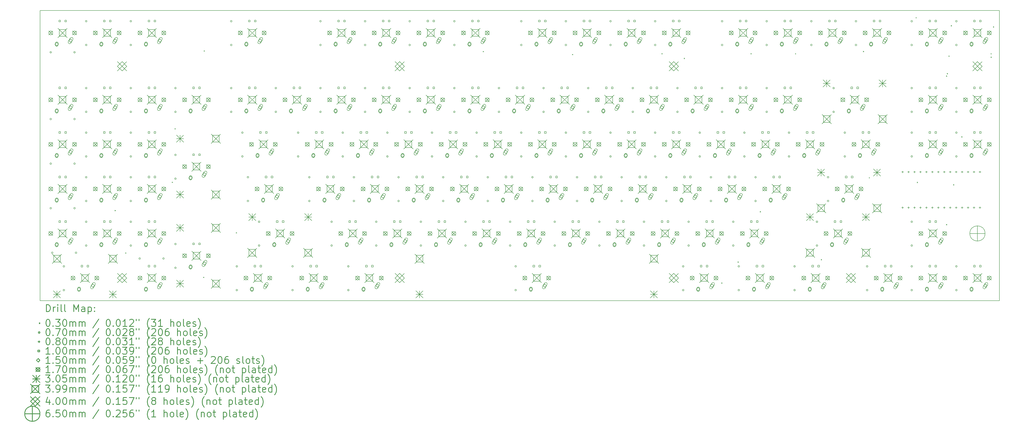
<source format=gbr>
%FSLAX45Y45*%
G04 Gerber Fmt 4.5, Leading zero omitted, Abs format (unit mm)*
G04 Created by KiCad (PCBNEW 4.0.2-stable) date Tuesday, June 21, 2016 'PMt' 05:03:38 PM*
%MOMM*%
G01*
G04 APERTURE LIST*
%ADD10C,0.127000*%
%ADD11C,0.150000*%
%ADD12C,0.200000*%
%ADD13C,0.300000*%
G04 APERTURE END LIST*
D10*
D11*
X43800000Y-1900000D02*
X2850000Y-1900000D01*
X43800000Y-14300000D02*
X43800000Y-1900000D01*
X2850000Y-14300000D02*
X43800000Y-14300000D01*
X2850000Y-1900000D02*
X2850000Y-14300000D01*
D12*
X6040260Y-10434760D02*
X6070740Y-10465240D01*
X6070740Y-10434760D02*
X6040260Y-10465240D01*
X6487160Y-12252960D02*
X6517640Y-12283440D01*
X6517640Y-12252960D02*
X6487160Y-12283440D01*
X8479645Y-9229274D02*
X8510125Y-9259754D01*
X8510125Y-9229274D02*
X8479645Y-9259754D01*
X8595360Y-6944360D02*
X8625840Y-6974840D01*
X8625840Y-6944360D02*
X8595360Y-6974840D01*
X9814560Y-13294360D02*
X9845040Y-13324840D01*
X9845040Y-13294360D02*
X9814560Y-13324840D01*
X9839960Y-3616960D02*
X9870440Y-3647440D01*
X9870440Y-3616960D02*
X9839960Y-3647440D01*
X11211560Y-11389360D02*
X11242040Y-11419840D01*
X11242040Y-11389360D02*
X11211560Y-11419840D01*
X21752560Y-3642360D02*
X21783040Y-3672840D01*
X21783040Y-3642360D02*
X21752560Y-3672840D01*
X25562560Y-3769360D02*
X25593040Y-3799840D01*
X25593040Y-3769360D02*
X25562560Y-3799840D01*
X29384760Y-3734760D02*
X29415240Y-3765240D01*
X29415240Y-3734760D02*
X29384760Y-3765240D01*
X30334760Y-3934760D02*
X30365240Y-3965240D01*
X30365240Y-3934760D02*
X30334760Y-3965240D01*
X31934760Y-13534760D02*
X31965240Y-13565240D01*
X31965240Y-13534760D02*
X31934760Y-13565240D01*
X32634760Y-12634760D02*
X32665240Y-12665240D01*
X32665240Y-12634760D02*
X32634760Y-12665240D01*
X33184760Y-3734760D02*
X33215240Y-3765240D01*
X33215240Y-3734760D02*
X33184760Y-3765240D01*
X33584760Y-10484760D02*
X33615240Y-10515240D01*
X33615240Y-10484760D02*
X33584760Y-10515240D01*
X35084760Y-3734760D02*
X35115240Y-3765240D01*
X35115240Y-3734760D02*
X35084760Y-3765240D01*
X36184760Y-12534760D02*
X36215240Y-12565240D01*
X36215240Y-12534760D02*
X36184760Y-12565240D01*
X37984760Y-3634760D02*
X38015240Y-3665240D01*
X38015240Y-3634760D02*
X37984760Y-3665240D01*
X38234760Y-9034760D02*
X38265240Y-9065240D01*
X38265240Y-9034760D02*
X38234760Y-9065240D01*
X40234760Y-2194890D02*
X40265240Y-2225370D01*
X40265240Y-2194890D02*
X40234760Y-2225370D01*
X40284760Y-9234760D02*
X40315240Y-9265240D01*
X40315240Y-9234760D02*
X40284760Y-9265240D01*
X41534760Y-4684760D02*
X41565240Y-4715240D01*
X41565240Y-4684760D02*
X41534760Y-4715240D01*
X41534760Y-11034760D02*
X41565240Y-11065240D01*
X41565240Y-11034760D02*
X41534760Y-11065240D01*
X41564910Y-4584760D02*
X41595390Y-4615240D01*
X41595390Y-4584760D02*
X41564910Y-4615240D01*
X41634760Y-3834760D02*
X41665240Y-3865240D01*
X41665240Y-3834760D02*
X41634760Y-3865240D01*
X41734760Y-2534760D02*
X41765240Y-2565240D01*
X41765240Y-2534760D02*
X41734760Y-2565240D01*
X41834760Y-9334760D02*
X41865240Y-9365240D01*
X41865240Y-9334760D02*
X41834760Y-9365240D01*
X42184760Y-7284760D02*
X42215240Y-7315240D01*
X42215240Y-7284760D02*
X42184760Y-7315240D01*
X43434760Y-3734760D02*
X43465240Y-3765240D01*
X43465240Y-3734760D02*
X43434760Y-3765240D01*
X43434760Y-3884760D02*
X43465240Y-3915240D01*
X43465240Y-3884760D02*
X43434760Y-3915240D01*
X43534760Y-2584760D02*
X43565240Y-2615240D01*
X43565240Y-2584760D02*
X43534760Y-2615240D01*
X3337052Y-3683000D02*
G75*
G03X3337052Y-3683000I-35052J0D01*
G01*
X3337052Y-6540500D02*
G75*
G03X3337052Y-6540500I-35052J0D01*
G01*
X3337052Y-8445500D02*
G75*
G03X3337052Y-8445500I-35052J0D01*
G01*
X3337052Y-10350500D02*
G75*
G03X3337052Y-10350500I-35052J0D01*
G01*
X3400552Y-12255500D02*
G75*
G03X3400552Y-12255500I-35052J0D01*
G01*
X3897806Y-12835052D02*
G75*
G03X3897806Y-12835052I-35052J0D01*
G01*
X3897806Y-13851052D02*
G75*
G03X3897806Y-13851052I-35052J0D01*
G01*
X4353052Y-3683000D02*
G75*
G03X4353052Y-3683000I-35052J0D01*
G01*
X4353052Y-6540500D02*
G75*
G03X4353052Y-6540500I-35052J0D01*
G01*
X4353052Y-8445500D02*
G75*
G03X4353052Y-8445500I-35052J0D01*
G01*
X4353052Y-10350500D02*
G75*
G03X4353052Y-10350500I-35052J0D01*
G01*
X4416552Y-12255500D02*
G75*
G03X4416552Y-12255500I-35052J0D01*
G01*
X4850306Y-2357552D02*
G75*
G03X4850306Y-2357552I-35052J0D01*
G01*
X4850306Y-3373552D02*
G75*
G03X4850306Y-3373552I-35052J0D01*
G01*
X4850306Y-5215052D02*
G75*
G03X4850306Y-5215052I-35052J0D01*
G01*
X4850306Y-6231052D02*
G75*
G03X4850306Y-6231052I-35052J0D01*
G01*
X4850306Y-7120052D02*
G75*
G03X4850306Y-7120052I-35052J0D01*
G01*
X4850306Y-8136052D02*
G75*
G03X4850306Y-8136052I-35052J0D01*
G01*
X4850306Y-9025052D02*
G75*
G03X4850306Y-9025052I-35052J0D01*
G01*
X4850306Y-10041052D02*
G75*
G03X4850306Y-10041052I-35052J0D01*
G01*
X4850306Y-10930052D02*
G75*
G03X4850306Y-10930052I-35052J0D01*
G01*
X4850306Y-11946052D02*
G75*
G03X4850306Y-11946052I-35052J0D01*
G01*
X6755306Y-2357552D02*
G75*
G03X6755306Y-2357552I-35052J0D01*
G01*
X6755306Y-3373552D02*
G75*
G03X6755306Y-3373552I-35052J0D01*
G01*
X6755306Y-5215052D02*
G75*
G03X6755306Y-5215052I-35052J0D01*
G01*
X6755306Y-6231052D02*
G75*
G03X6755306Y-6231052I-35052J0D01*
G01*
X6755306Y-7120052D02*
G75*
G03X6755306Y-7120052I-35052J0D01*
G01*
X6755306Y-8136052D02*
G75*
G03X6755306Y-8136052I-35052J0D01*
G01*
X6755306Y-9025052D02*
G75*
G03X6755306Y-9025052I-35052J0D01*
G01*
X6755306Y-10041052D02*
G75*
G03X6755306Y-10041052I-35052J0D01*
G01*
X6755306Y-10930052D02*
G75*
G03X6755306Y-10930052I-35052J0D01*
G01*
X6755306Y-11946052D02*
G75*
G03X6755306Y-11946052I-35052J0D01*
G01*
X7135052Y-12500000D02*
G75*
G03X7135052Y-12500000I-35052J0D01*
G01*
X8151052Y-12500000D02*
G75*
G03X8151052Y-12500000I-35052J0D01*
G01*
X8660306Y-5215052D02*
G75*
G03X8660306Y-5215052I-35052J0D01*
G01*
X8660306Y-6231052D02*
G75*
G03X8660306Y-6231052I-35052J0D01*
G01*
X8660306Y-8072552D02*
G75*
G03X8660306Y-8072552I-35052J0D01*
G01*
X8660306Y-9088552D02*
G75*
G03X8660306Y-9088552I-35052J0D01*
G01*
X8660306Y-11882552D02*
G75*
G03X8660306Y-11882552I-35052J0D01*
G01*
X8660306Y-12898552D02*
G75*
G03X8660306Y-12898552I-35052J0D01*
G01*
X11041556Y-2357552D02*
G75*
G03X11041556Y-2357552I-35052J0D01*
G01*
X11041556Y-3373552D02*
G75*
G03X11041556Y-3373552I-35052J0D01*
G01*
X11041556Y-5215052D02*
G75*
G03X11041556Y-5215052I-35052J0D01*
G01*
X11041556Y-6231052D02*
G75*
G03X11041556Y-6231052I-35052J0D01*
G01*
X11279681Y-12835052D02*
G75*
G03X11279681Y-12835052I-35052J0D01*
G01*
X11279681Y-13851052D02*
G75*
G03X11279681Y-13851052I-35052J0D01*
G01*
X11517806Y-7120052D02*
G75*
G03X11517806Y-7120052I-35052J0D01*
G01*
X11517806Y-8136052D02*
G75*
G03X11517806Y-8136052I-35052J0D01*
G01*
X11755931Y-9025052D02*
G75*
G03X11755931Y-9025052I-35052J0D01*
G01*
X11755931Y-10041052D02*
G75*
G03X11755931Y-10041052I-35052J0D01*
G01*
X12232181Y-10930052D02*
G75*
G03X12232181Y-10930052I-35052J0D01*
G01*
X12232181Y-11946052D02*
G75*
G03X12232181Y-11946052I-35052J0D01*
G01*
X12946556Y-5215052D02*
G75*
G03X12946556Y-5215052I-35052J0D01*
G01*
X12946556Y-6231052D02*
G75*
G03X12946556Y-6231052I-35052J0D01*
G01*
X13660931Y-12835052D02*
G75*
G03X13660931Y-12835052I-35052J0D01*
G01*
X13660931Y-13851052D02*
G75*
G03X13660931Y-13851052I-35052J0D01*
G01*
X13899056Y-7120052D02*
G75*
G03X13899056Y-7120052I-35052J0D01*
G01*
X13899056Y-8136052D02*
G75*
G03X13899056Y-8136052I-35052J0D01*
G01*
X14375306Y-9025052D02*
G75*
G03X14375306Y-9025052I-35052J0D01*
G01*
X14375306Y-10041052D02*
G75*
G03X14375306Y-10041052I-35052J0D01*
G01*
X14851556Y-2357552D02*
G75*
G03X14851556Y-2357552I-35052J0D01*
G01*
X14851556Y-3373552D02*
G75*
G03X14851556Y-3373552I-35052J0D01*
G01*
X14851556Y-5215052D02*
G75*
G03X14851556Y-5215052I-35052J0D01*
G01*
X14851556Y-6231052D02*
G75*
G03X14851556Y-6231052I-35052J0D01*
G01*
X15327806Y-10930052D02*
G75*
G03X15327806Y-10930052I-35052J0D01*
G01*
X15327806Y-11946052D02*
G75*
G03X15327806Y-11946052I-35052J0D01*
G01*
X15804056Y-7120052D02*
G75*
G03X15804056Y-7120052I-35052J0D01*
G01*
X15804056Y-8136052D02*
G75*
G03X15804056Y-8136052I-35052J0D01*
G01*
X16042181Y-12835052D02*
G75*
G03X16042181Y-12835052I-35052J0D01*
G01*
X16042181Y-13851052D02*
G75*
G03X16042181Y-13851052I-35052J0D01*
G01*
X16280306Y-9025052D02*
G75*
G03X16280306Y-9025052I-35052J0D01*
G01*
X16280306Y-10041052D02*
G75*
G03X16280306Y-10041052I-35052J0D01*
G01*
X16756556Y-2357552D02*
G75*
G03X16756556Y-2357552I-35052J0D01*
G01*
X16756556Y-3373552D02*
G75*
G03X16756556Y-3373552I-35052J0D01*
G01*
X16756556Y-5215052D02*
G75*
G03X16756556Y-5215052I-35052J0D01*
G01*
X16756556Y-6231052D02*
G75*
G03X16756556Y-6231052I-35052J0D01*
G01*
X17232806Y-10930052D02*
G75*
G03X17232806Y-10930052I-35052J0D01*
G01*
X17232806Y-11946052D02*
G75*
G03X17232806Y-11946052I-35052J0D01*
G01*
X17709056Y-7120052D02*
G75*
G03X17709056Y-7120052I-35052J0D01*
G01*
X17709056Y-8136052D02*
G75*
G03X17709056Y-8136052I-35052J0D01*
G01*
X18185306Y-9025052D02*
G75*
G03X18185306Y-9025052I-35052J0D01*
G01*
X18185306Y-10041052D02*
G75*
G03X18185306Y-10041052I-35052J0D01*
G01*
X18661556Y-2357552D02*
G75*
G03X18661556Y-2357552I-35052J0D01*
G01*
X18661556Y-3373552D02*
G75*
G03X18661556Y-3373552I-35052J0D01*
G01*
X18661556Y-5215052D02*
G75*
G03X18661556Y-5215052I-35052J0D01*
G01*
X18661556Y-6231052D02*
G75*
G03X18661556Y-6231052I-35052J0D01*
G01*
X19137806Y-10930052D02*
G75*
G03X19137806Y-10930052I-35052J0D01*
G01*
X19137806Y-11946052D02*
G75*
G03X19137806Y-11946052I-35052J0D01*
G01*
X19614056Y-7120052D02*
G75*
G03X19614056Y-7120052I-35052J0D01*
G01*
X19614056Y-8136052D02*
G75*
G03X19614056Y-8136052I-35052J0D01*
G01*
X20090306Y-9025052D02*
G75*
G03X20090306Y-9025052I-35052J0D01*
G01*
X20090306Y-10041052D02*
G75*
G03X20090306Y-10041052I-35052J0D01*
G01*
X20566556Y-2357552D02*
G75*
G03X20566556Y-2357552I-35052J0D01*
G01*
X20566556Y-3373552D02*
G75*
G03X20566556Y-3373552I-35052J0D01*
G01*
X20566556Y-5215052D02*
G75*
G03X20566556Y-5215052I-35052J0D01*
G01*
X20566556Y-6231052D02*
G75*
G03X20566556Y-6231052I-35052J0D01*
G01*
X21042806Y-10930052D02*
G75*
G03X21042806Y-10930052I-35052J0D01*
G01*
X21042806Y-11946052D02*
G75*
G03X21042806Y-11946052I-35052J0D01*
G01*
X21519056Y-7120052D02*
G75*
G03X21519056Y-7120052I-35052J0D01*
G01*
X21519056Y-8136052D02*
G75*
G03X21519056Y-8136052I-35052J0D01*
G01*
X21995306Y-9025052D02*
G75*
G03X21995306Y-9025052I-35052J0D01*
G01*
X21995306Y-10041052D02*
G75*
G03X21995306Y-10041052I-35052J0D01*
G01*
X22471556Y-5215052D02*
G75*
G03X22471556Y-5215052I-35052J0D01*
G01*
X22471556Y-6231052D02*
G75*
G03X22471556Y-6231052I-35052J0D01*
G01*
X22947806Y-10930052D02*
G75*
G03X22947806Y-10930052I-35052J0D01*
G01*
X22947806Y-11946052D02*
G75*
G03X22947806Y-11946052I-35052J0D01*
G01*
X23185931Y-12835052D02*
G75*
G03X23185931Y-12835052I-35052J0D01*
G01*
X23185931Y-13851052D02*
G75*
G03X23185931Y-13851052I-35052J0D01*
G01*
X23424056Y-2357552D02*
G75*
G03X23424056Y-2357552I-35052J0D01*
G01*
X23424056Y-3373552D02*
G75*
G03X23424056Y-3373552I-35052J0D01*
G01*
X23424056Y-7120052D02*
G75*
G03X23424056Y-7120052I-35052J0D01*
G01*
X23424056Y-8136052D02*
G75*
G03X23424056Y-8136052I-35052J0D01*
G01*
X23900306Y-9025052D02*
G75*
G03X23900306Y-9025052I-35052J0D01*
G01*
X23900306Y-10041052D02*
G75*
G03X23900306Y-10041052I-35052J0D01*
G01*
X24376556Y-5215052D02*
G75*
G03X24376556Y-5215052I-35052J0D01*
G01*
X24376556Y-6231052D02*
G75*
G03X24376556Y-6231052I-35052J0D01*
G01*
X24852806Y-10930052D02*
G75*
G03X24852806Y-10930052I-35052J0D01*
G01*
X24852806Y-11946052D02*
G75*
G03X24852806Y-11946052I-35052J0D01*
G01*
X25329056Y-2357552D02*
G75*
G03X25329056Y-2357552I-35052J0D01*
G01*
X25329056Y-3373552D02*
G75*
G03X25329056Y-3373552I-35052J0D01*
G01*
X25329056Y-7120052D02*
G75*
G03X25329056Y-7120052I-35052J0D01*
G01*
X25329056Y-8136052D02*
G75*
G03X25329056Y-8136052I-35052J0D01*
G01*
X25805306Y-9025052D02*
G75*
G03X25805306Y-9025052I-35052J0D01*
G01*
X25805306Y-10041052D02*
G75*
G03X25805306Y-10041052I-35052J0D01*
G01*
X26281556Y-5215052D02*
G75*
G03X26281556Y-5215052I-35052J0D01*
G01*
X26281556Y-6231052D02*
G75*
G03X26281556Y-6231052I-35052J0D01*
G01*
X26757806Y-10930052D02*
G75*
G03X26757806Y-10930052I-35052J0D01*
G01*
X26757806Y-11946052D02*
G75*
G03X26757806Y-11946052I-35052J0D01*
G01*
X27234056Y-2357552D02*
G75*
G03X27234056Y-2357552I-35052J0D01*
G01*
X27234056Y-3373552D02*
G75*
G03X27234056Y-3373552I-35052J0D01*
G01*
X27234056Y-7120052D02*
G75*
G03X27234056Y-7120052I-35052J0D01*
G01*
X27234056Y-8136052D02*
G75*
G03X27234056Y-8136052I-35052J0D01*
G01*
X27710306Y-9025052D02*
G75*
G03X27710306Y-9025052I-35052J0D01*
G01*
X27710306Y-10041052D02*
G75*
G03X27710306Y-10041052I-35052J0D01*
G01*
X28186556Y-5215052D02*
G75*
G03X28186556Y-5215052I-35052J0D01*
G01*
X28186556Y-6231052D02*
G75*
G03X28186556Y-6231052I-35052J0D01*
G01*
X28662806Y-10930052D02*
G75*
G03X28662806Y-10930052I-35052J0D01*
G01*
X28662806Y-11946052D02*
G75*
G03X28662806Y-11946052I-35052J0D01*
G01*
X29139056Y-2357552D02*
G75*
G03X29139056Y-2357552I-35052J0D01*
G01*
X29139056Y-3373552D02*
G75*
G03X29139056Y-3373552I-35052J0D01*
G01*
X29139056Y-7120052D02*
G75*
G03X29139056Y-7120052I-35052J0D01*
G01*
X29139056Y-8136052D02*
G75*
G03X29139056Y-8136052I-35052J0D01*
G01*
X29615306Y-9025052D02*
G75*
G03X29615306Y-9025052I-35052J0D01*
G01*
X29615306Y-10041052D02*
G75*
G03X29615306Y-10041052I-35052J0D01*
G01*
X30091556Y-5215052D02*
G75*
G03X30091556Y-5215052I-35052J0D01*
G01*
X30091556Y-6231052D02*
G75*
G03X30091556Y-6231052I-35052J0D01*
G01*
X30335052Y-12835052D02*
G75*
G03X30335052Y-12835052I-35052J0D01*
G01*
X30335052Y-13851052D02*
G75*
G03X30335052Y-13851052I-35052J0D01*
G01*
X30567806Y-10930052D02*
G75*
G03X30567806Y-10930052I-35052J0D01*
G01*
X30567806Y-11946052D02*
G75*
G03X30567806Y-11946052I-35052J0D01*
G01*
X31044056Y-7120052D02*
G75*
G03X31044056Y-7120052I-35052J0D01*
G01*
X31044056Y-8136052D02*
G75*
G03X31044056Y-8136052I-35052J0D01*
G01*
X31520306Y-9025052D02*
G75*
G03X31520306Y-9025052I-35052J0D01*
G01*
X31520306Y-10041052D02*
G75*
G03X31520306Y-10041052I-35052J0D01*
G01*
X31996556Y-2357552D02*
G75*
G03X31996556Y-2357552I-35052J0D01*
G01*
X31996556Y-3373552D02*
G75*
G03X31996556Y-3373552I-35052J0D01*
G01*
X31996556Y-5215052D02*
G75*
G03X31996556Y-5215052I-35052J0D01*
G01*
X31996556Y-6231052D02*
G75*
G03X31996556Y-6231052I-35052J0D01*
G01*
X32472806Y-10930052D02*
G75*
G03X32472806Y-10930052I-35052J0D01*
G01*
X32472806Y-11946052D02*
G75*
G03X32472806Y-11946052I-35052J0D01*
G01*
X32710931Y-12835052D02*
G75*
G03X32710931Y-12835052I-35052J0D01*
G01*
X32710931Y-13851052D02*
G75*
G03X32710931Y-13851052I-35052J0D01*
G01*
X32949056Y-7120052D02*
G75*
G03X32949056Y-7120052I-35052J0D01*
G01*
X32949056Y-8136052D02*
G75*
G03X32949056Y-8136052I-35052J0D01*
G01*
X33425306Y-9025052D02*
G75*
G03X33425306Y-9025052I-35052J0D01*
G01*
X33425306Y-10041052D02*
G75*
G03X33425306Y-10041052I-35052J0D01*
G01*
X33901556Y-2357552D02*
G75*
G03X33901556Y-2357552I-35052J0D01*
G01*
X33901556Y-3373552D02*
G75*
G03X33901556Y-3373552I-35052J0D01*
G01*
X33901556Y-5215052D02*
G75*
G03X33901556Y-5215052I-35052J0D01*
G01*
X33901556Y-6231052D02*
G75*
G03X33901556Y-6231052I-35052J0D01*
G01*
X34854056Y-7120052D02*
G75*
G03X34854056Y-7120052I-35052J0D01*
G01*
X34854056Y-8136052D02*
G75*
G03X34854056Y-8136052I-35052J0D01*
G01*
X35092181Y-12835052D02*
G75*
G03X35092181Y-12835052I-35052J0D01*
G01*
X35092181Y-13851052D02*
G75*
G03X35092181Y-13851052I-35052J0D01*
G01*
X35806556Y-2357552D02*
G75*
G03X35806556Y-2357552I-35052J0D01*
G01*
X35806556Y-3373552D02*
G75*
G03X35806556Y-3373552I-35052J0D01*
G01*
X36044681Y-10930052D02*
G75*
G03X36044681Y-10930052I-35052J0D01*
G01*
X36044681Y-11946052D02*
G75*
G03X36044681Y-11946052I-35052J0D01*
G01*
X36520931Y-9025052D02*
G75*
G03X36520931Y-9025052I-35052J0D01*
G01*
X36520931Y-10041052D02*
G75*
G03X36520931Y-10041052I-35052J0D01*
G01*
X36759056Y-5215052D02*
G75*
G03X36759056Y-5215052I-35052J0D01*
G01*
X36759056Y-6231052D02*
G75*
G03X36759056Y-6231052I-35052J0D01*
G01*
X37235306Y-7120052D02*
G75*
G03X37235306Y-7120052I-35052J0D01*
G01*
X37235306Y-8136052D02*
G75*
G03X37235306Y-8136052I-35052J0D01*
G01*
X37711556Y-2357552D02*
G75*
G03X37711556Y-2357552I-35052J0D01*
G01*
X37711556Y-3373552D02*
G75*
G03X37711556Y-3373552I-35052J0D01*
G01*
X38187806Y-12835052D02*
G75*
G03X38187806Y-12835052I-35052J0D01*
G01*
X38187806Y-13851052D02*
G75*
G03X38187806Y-13851052I-35052J0D01*
G01*
X40092806Y-2357552D02*
G75*
G03X40092806Y-2357552I-35052J0D01*
G01*
X40092806Y-3373552D02*
G75*
G03X40092806Y-3373552I-35052J0D01*
G01*
X40092806Y-5215052D02*
G75*
G03X40092806Y-5215052I-35052J0D01*
G01*
X40092806Y-6231052D02*
G75*
G03X40092806Y-6231052I-35052J0D01*
G01*
X40092806Y-7120052D02*
G75*
G03X40092806Y-7120052I-35052J0D01*
G01*
X40092806Y-8136052D02*
G75*
G03X40092806Y-8136052I-35052J0D01*
G01*
X40092806Y-10930052D02*
G75*
G03X40092806Y-10930052I-35052J0D01*
G01*
X40092806Y-11946052D02*
G75*
G03X40092806Y-11946052I-35052J0D01*
G01*
X40092806Y-12835052D02*
G75*
G03X40092806Y-12835052I-35052J0D01*
G01*
X40092806Y-13851052D02*
G75*
G03X40092806Y-13851052I-35052J0D01*
G01*
X41997806Y-2357552D02*
G75*
G03X41997806Y-2357552I-35052J0D01*
G01*
X41997806Y-3373552D02*
G75*
G03X41997806Y-3373552I-35052J0D01*
G01*
X41997806Y-5215052D02*
G75*
G03X41997806Y-5215052I-35052J0D01*
G01*
X41997806Y-6231052D02*
G75*
G03X41997806Y-6231052I-35052J0D01*
G01*
X41997806Y-7120052D02*
G75*
G03X41997806Y-7120052I-35052J0D01*
G01*
X41997806Y-8136052D02*
G75*
G03X41997806Y-8136052I-35052J0D01*
G01*
X41997806Y-12835052D02*
G75*
G03X41997806Y-12835052I-35052J0D01*
G01*
X41997806Y-13851052D02*
G75*
G03X41997806Y-13851052I-35052J0D01*
G01*
X39668000Y-8760000D02*
X39668000Y-8840000D01*
X39628000Y-8800000D02*
X39708000Y-8800000D01*
X39668000Y-10284000D02*
X39668000Y-10364000D01*
X39628000Y-10324000D02*
X39708000Y-10324000D01*
X39922000Y-8760000D02*
X39922000Y-8840000D01*
X39882000Y-8800000D02*
X39962000Y-8800000D01*
X39922000Y-10284000D02*
X39922000Y-10364000D01*
X39882000Y-10324000D02*
X39962000Y-10324000D01*
X40176000Y-8760000D02*
X40176000Y-8840000D01*
X40136000Y-8800000D02*
X40216000Y-8800000D01*
X40176000Y-10284000D02*
X40176000Y-10364000D01*
X40136000Y-10324000D02*
X40216000Y-10324000D01*
X40430000Y-8760000D02*
X40430000Y-8840000D01*
X40390000Y-8800000D02*
X40470000Y-8800000D01*
X40430000Y-10284000D02*
X40430000Y-10364000D01*
X40390000Y-10324000D02*
X40470000Y-10324000D01*
X40684000Y-8760000D02*
X40684000Y-8840000D01*
X40644000Y-8800000D02*
X40724000Y-8800000D01*
X40684000Y-10284000D02*
X40684000Y-10364000D01*
X40644000Y-10324000D02*
X40724000Y-10324000D01*
X40938000Y-8760000D02*
X40938000Y-8840000D01*
X40898000Y-8800000D02*
X40978000Y-8800000D01*
X40938000Y-10284000D02*
X40938000Y-10364000D01*
X40898000Y-10324000D02*
X40978000Y-10324000D01*
X41192000Y-8760000D02*
X41192000Y-8840000D01*
X41152000Y-8800000D02*
X41232000Y-8800000D01*
X41192000Y-10284000D02*
X41192000Y-10364000D01*
X41152000Y-10324000D02*
X41232000Y-10324000D01*
X41446000Y-8760000D02*
X41446000Y-8840000D01*
X41406000Y-8800000D02*
X41486000Y-8800000D01*
X41446000Y-10284000D02*
X41446000Y-10364000D01*
X41406000Y-10324000D02*
X41486000Y-10324000D01*
X41700000Y-8760000D02*
X41700000Y-8840000D01*
X41660000Y-8800000D02*
X41740000Y-8800000D01*
X41700000Y-10284000D02*
X41700000Y-10364000D01*
X41660000Y-10324000D02*
X41740000Y-10324000D01*
X41954000Y-8760000D02*
X41954000Y-8840000D01*
X41914000Y-8800000D02*
X41994000Y-8800000D01*
X41954000Y-10284000D02*
X41954000Y-10364000D01*
X41914000Y-10324000D02*
X41994000Y-10324000D01*
X42208000Y-8760000D02*
X42208000Y-8840000D01*
X42168000Y-8800000D02*
X42248000Y-8800000D01*
X42208000Y-10284000D02*
X42208000Y-10364000D01*
X42168000Y-10324000D02*
X42248000Y-10324000D01*
X42462000Y-8760000D02*
X42462000Y-8840000D01*
X42422000Y-8800000D02*
X42502000Y-8800000D01*
X42462000Y-10284000D02*
X42462000Y-10364000D01*
X42422000Y-10324000D02*
X42502000Y-10324000D01*
X42716000Y-8760000D02*
X42716000Y-8840000D01*
X42676000Y-8800000D02*
X42756000Y-8800000D01*
X42716000Y-10284000D02*
X42716000Y-10364000D01*
X42676000Y-10324000D02*
X42756000Y-10324000D01*
X42970000Y-8760000D02*
X42970000Y-8840000D01*
X42930000Y-8800000D02*
X43010000Y-8800000D01*
X42970000Y-10284000D02*
X42970000Y-10364000D01*
X42930000Y-10324000D02*
X43010000Y-10324000D01*
X3718356Y-2384856D02*
X3718356Y-2314144D01*
X3647644Y-2314144D01*
X3647644Y-2384856D01*
X3718356Y-2384856D01*
X3718356Y-5242356D02*
X3718356Y-5171644D01*
X3647644Y-5171644D01*
X3647644Y-5242356D01*
X3718356Y-5242356D01*
X3718356Y-7147356D02*
X3718356Y-7076644D01*
X3647644Y-7076644D01*
X3647644Y-7147356D01*
X3718356Y-7147356D01*
X3718356Y-9052356D02*
X3718356Y-8981644D01*
X3647644Y-8981644D01*
X3647644Y-9052356D01*
X3718356Y-9052356D01*
X3718356Y-10957356D02*
X3718356Y-10886644D01*
X3647644Y-10886644D01*
X3647644Y-10957356D01*
X3718356Y-10957356D01*
X3972356Y-2384856D02*
X3972356Y-2314144D01*
X3901644Y-2314144D01*
X3901644Y-2384856D01*
X3972356Y-2384856D01*
X3972356Y-5242356D02*
X3972356Y-5171644D01*
X3901644Y-5171644D01*
X3901644Y-5242356D01*
X3972356Y-5242356D01*
X3972356Y-7147356D02*
X3972356Y-7076644D01*
X3901644Y-7076644D01*
X3901644Y-7147356D01*
X3972356Y-7147356D01*
X3972356Y-9052356D02*
X3972356Y-8981644D01*
X3901644Y-8981644D01*
X3901644Y-9052356D01*
X3972356Y-9052356D01*
X3972356Y-10957356D02*
X3972356Y-10886644D01*
X3901644Y-10886644D01*
X3901644Y-10957356D01*
X3972356Y-10957356D01*
X4670856Y-12862356D02*
X4670856Y-12791644D01*
X4600144Y-12791644D01*
X4600144Y-12862356D01*
X4670856Y-12862356D01*
X4924856Y-12862356D02*
X4924856Y-12791644D01*
X4854144Y-12791644D01*
X4854144Y-12862356D01*
X4924856Y-12862356D01*
X5623356Y-2384856D02*
X5623356Y-2314144D01*
X5552644Y-2314144D01*
X5552644Y-2384856D01*
X5623356Y-2384856D01*
X5623356Y-5242356D02*
X5623356Y-5171644D01*
X5552644Y-5171644D01*
X5552644Y-5242356D01*
X5623356Y-5242356D01*
X5623356Y-7147356D02*
X5623356Y-7076644D01*
X5552644Y-7076644D01*
X5552644Y-7147356D01*
X5623356Y-7147356D01*
X5623356Y-9052356D02*
X5623356Y-8981644D01*
X5552644Y-8981644D01*
X5552644Y-9052356D01*
X5623356Y-9052356D01*
X5623356Y-10957356D02*
X5623356Y-10886644D01*
X5552644Y-10886644D01*
X5552644Y-10957356D01*
X5623356Y-10957356D01*
X5877356Y-2384856D02*
X5877356Y-2314144D01*
X5806644Y-2314144D01*
X5806644Y-2384856D01*
X5877356Y-2384856D01*
X5877356Y-5242356D02*
X5877356Y-5171644D01*
X5806644Y-5171644D01*
X5806644Y-5242356D01*
X5877356Y-5242356D01*
X5877356Y-7147356D02*
X5877356Y-7076644D01*
X5806644Y-7076644D01*
X5806644Y-7147356D01*
X5877356Y-7147356D01*
X5877356Y-9052356D02*
X5877356Y-8981644D01*
X5806644Y-8981644D01*
X5806644Y-9052356D01*
X5877356Y-9052356D01*
X5877356Y-10957356D02*
X5877356Y-10886644D01*
X5806644Y-10886644D01*
X5806644Y-10957356D01*
X5877356Y-10957356D01*
X7528356Y-2384856D02*
X7528356Y-2314144D01*
X7457644Y-2314144D01*
X7457644Y-2384856D01*
X7528356Y-2384856D01*
X7528356Y-5242356D02*
X7528356Y-5171644D01*
X7457644Y-5171644D01*
X7457644Y-5242356D01*
X7528356Y-5242356D01*
X7528356Y-7147356D02*
X7528356Y-7076644D01*
X7457644Y-7076644D01*
X7457644Y-7147356D01*
X7528356Y-7147356D01*
X7528356Y-9052356D02*
X7528356Y-8981644D01*
X7457644Y-8981644D01*
X7457644Y-9052356D01*
X7528356Y-9052356D01*
X7528356Y-10957356D02*
X7528356Y-10886644D01*
X7457644Y-10886644D01*
X7457644Y-10957356D01*
X7528356Y-10957356D01*
X7528356Y-12862356D02*
X7528356Y-12791644D01*
X7457644Y-12791644D01*
X7457644Y-12862356D01*
X7528356Y-12862356D01*
X7782356Y-2384856D02*
X7782356Y-2314144D01*
X7711644Y-2314144D01*
X7711644Y-2384856D01*
X7782356Y-2384856D01*
X7782356Y-5242356D02*
X7782356Y-5171644D01*
X7711644Y-5171644D01*
X7711644Y-5242356D01*
X7782356Y-5242356D01*
X7782356Y-7147356D02*
X7782356Y-7076644D01*
X7711644Y-7076644D01*
X7711644Y-7147356D01*
X7782356Y-7147356D01*
X7782356Y-9052356D02*
X7782356Y-8981644D01*
X7711644Y-8981644D01*
X7711644Y-9052356D01*
X7782356Y-9052356D01*
X7782356Y-10957356D02*
X7782356Y-10886644D01*
X7711644Y-10886644D01*
X7711644Y-10957356D01*
X7782356Y-10957356D01*
X7782356Y-12862356D02*
X7782356Y-12791644D01*
X7711644Y-12791644D01*
X7711644Y-12862356D01*
X7782356Y-12862356D01*
X9433356Y-5242356D02*
X9433356Y-5171644D01*
X9362644Y-5171644D01*
X9362644Y-5242356D01*
X9433356Y-5242356D01*
X9433356Y-8099856D02*
X9433356Y-8029144D01*
X9362644Y-8029144D01*
X9362644Y-8099856D01*
X9433356Y-8099856D01*
X9433356Y-11909856D02*
X9433356Y-11839144D01*
X9362644Y-11839144D01*
X9362644Y-11909856D01*
X9433356Y-11909856D01*
X9687356Y-5242356D02*
X9687356Y-5171644D01*
X9616644Y-5171644D01*
X9616644Y-5242356D01*
X9687356Y-5242356D01*
X9687356Y-8099856D02*
X9687356Y-8029144D01*
X9616644Y-8029144D01*
X9616644Y-8099856D01*
X9687356Y-8099856D01*
X9687356Y-11909856D02*
X9687356Y-11839144D01*
X9616644Y-11839144D01*
X9616644Y-11909856D01*
X9687356Y-11909856D01*
X11814606Y-2384856D02*
X11814606Y-2314144D01*
X11743894Y-2314144D01*
X11743894Y-2384856D01*
X11814606Y-2384856D01*
X11814606Y-5242356D02*
X11814606Y-5171644D01*
X11743894Y-5171644D01*
X11743894Y-5242356D01*
X11814606Y-5242356D01*
X12052731Y-12862356D02*
X12052731Y-12791644D01*
X11982019Y-12791644D01*
X11982019Y-12862356D01*
X12052731Y-12862356D01*
X12068606Y-2384856D02*
X12068606Y-2314144D01*
X11997894Y-2314144D01*
X11997894Y-2384856D01*
X12068606Y-2384856D01*
X12068606Y-5242356D02*
X12068606Y-5171644D01*
X11997894Y-5171644D01*
X11997894Y-5242356D01*
X12068606Y-5242356D01*
X12290856Y-7147356D02*
X12290856Y-7076644D01*
X12220144Y-7076644D01*
X12220144Y-7147356D01*
X12290856Y-7147356D01*
X12306731Y-12862356D02*
X12306731Y-12791644D01*
X12236019Y-12791644D01*
X12236019Y-12862356D01*
X12306731Y-12862356D01*
X12528981Y-9052356D02*
X12528981Y-8981644D01*
X12458269Y-8981644D01*
X12458269Y-9052356D01*
X12528981Y-9052356D01*
X12544856Y-7147356D02*
X12544856Y-7076644D01*
X12474144Y-7076644D01*
X12474144Y-7147356D01*
X12544856Y-7147356D01*
X12782981Y-9052356D02*
X12782981Y-8981644D01*
X12712269Y-8981644D01*
X12712269Y-9052356D01*
X12782981Y-9052356D01*
X13005231Y-10957356D02*
X13005231Y-10886644D01*
X12934519Y-10886644D01*
X12934519Y-10957356D01*
X13005231Y-10957356D01*
X13259231Y-10957356D02*
X13259231Y-10886644D01*
X13188519Y-10886644D01*
X13188519Y-10957356D01*
X13259231Y-10957356D01*
X13719606Y-5242356D02*
X13719606Y-5171644D01*
X13648894Y-5171644D01*
X13648894Y-5242356D01*
X13719606Y-5242356D01*
X13973606Y-5242356D02*
X13973606Y-5171644D01*
X13902894Y-5171644D01*
X13902894Y-5242356D01*
X13973606Y-5242356D01*
X14433981Y-12862356D02*
X14433981Y-12791644D01*
X14363269Y-12791644D01*
X14363269Y-12862356D01*
X14433981Y-12862356D01*
X14672106Y-7147356D02*
X14672106Y-7076644D01*
X14601394Y-7076644D01*
X14601394Y-7147356D01*
X14672106Y-7147356D01*
X14687981Y-12862356D02*
X14687981Y-12791644D01*
X14617269Y-12791644D01*
X14617269Y-12862356D01*
X14687981Y-12862356D01*
X14926106Y-7147356D02*
X14926106Y-7076644D01*
X14855394Y-7076644D01*
X14855394Y-7147356D01*
X14926106Y-7147356D01*
X15148356Y-9052356D02*
X15148356Y-8981644D01*
X15077644Y-8981644D01*
X15077644Y-9052356D01*
X15148356Y-9052356D01*
X15402356Y-9052356D02*
X15402356Y-8981644D01*
X15331644Y-8981644D01*
X15331644Y-9052356D01*
X15402356Y-9052356D01*
X15624606Y-2384856D02*
X15624606Y-2314144D01*
X15553894Y-2314144D01*
X15553894Y-2384856D01*
X15624606Y-2384856D01*
X15624606Y-5242356D02*
X15624606Y-5171644D01*
X15553894Y-5171644D01*
X15553894Y-5242356D01*
X15624606Y-5242356D01*
X15878606Y-2384856D02*
X15878606Y-2314144D01*
X15807894Y-2314144D01*
X15807894Y-2384856D01*
X15878606Y-2384856D01*
X15878606Y-5242356D02*
X15878606Y-5171644D01*
X15807894Y-5171644D01*
X15807894Y-5242356D01*
X15878606Y-5242356D01*
X16100856Y-10957356D02*
X16100856Y-10886644D01*
X16030144Y-10886644D01*
X16030144Y-10957356D01*
X16100856Y-10957356D01*
X16354856Y-10957356D02*
X16354856Y-10886644D01*
X16284144Y-10886644D01*
X16284144Y-10957356D01*
X16354856Y-10957356D01*
X16577106Y-7147356D02*
X16577106Y-7076644D01*
X16506394Y-7076644D01*
X16506394Y-7147356D01*
X16577106Y-7147356D01*
X16815231Y-12862356D02*
X16815231Y-12791644D01*
X16744519Y-12791644D01*
X16744519Y-12862356D01*
X16815231Y-12862356D01*
X16831106Y-7147356D02*
X16831106Y-7076644D01*
X16760394Y-7076644D01*
X16760394Y-7147356D01*
X16831106Y-7147356D01*
X17053356Y-9052356D02*
X17053356Y-8981644D01*
X16982644Y-8981644D01*
X16982644Y-9052356D01*
X17053356Y-9052356D01*
X17069231Y-12862356D02*
X17069231Y-12791644D01*
X16998519Y-12791644D01*
X16998519Y-12862356D01*
X17069231Y-12862356D01*
X17307356Y-9052356D02*
X17307356Y-8981644D01*
X17236644Y-8981644D01*
X17236644Y-9052356D01*
X17307356Y-9052356D01*
X17529606Y-2384856D02*
X17529606Y-2314144D01*
X17458894Y-2314144D01*
X17458894Y-2384856D01*
X17529606Y-2384856D01*
X17529606Y-5242356D02*
X17529606Y-5171644D01*
X17458894Y-5171644D01*
X17458894Y-5242356D01*
X17529606Y-5242356D01*
X17783606Y-2384856D02*
X17783606Y-2314144D01*
X17712894Y-2314144D01*
X17712894Y-2384856D01*
X17783606Y-2384856D01*
X17783606Y-5242356D02*
X17783606Y-5171644D01*
X17712894Y-5171644D01*
X17712894Y-5242356D01*
X17783606Y-5242356D01*
X18005856Y-10957356D02*
X18005856Y-10886644D01*
X17935144Y-10886644D01*
X17935144Y-10957356D01*
X18005856Y-10957356D01*
X18259856Y-10957356D02*
X18259856Y-10886644D01*
X18189144Y-10886644D01*
X18189144Y-10957356D01*
X18259856Y-10957356D01*
X18482106Y-7147356D02*
X18482106Y-7076644D01*
X18411394Y-7076644D01*
X18411394Y-7147356D01*
X18482106Y-7147356D01*
X18736106Y-7147356D02*
X18736106Y-7076644D01*
X18665394Y-7076644D01*
X18665394Y-7147356D01*
X18736106Y-7147356D01*
X18958356Y-9052356D02*
X18958356Y-8981644D01*
X18887644Y-8981644D01*
X18887644Y-9052356D01*
X18958356Y-9052356D01*
X19212356Y-9052356D02*
X19212356Y-8981644D01*
X19141644Y-8981644D01*
X19141644Y-9052356D01*
X19212356Y-9052356D01*
X19434606Y-2384856D02*
X19434606Y-2314144D01*
X19363894Y-2314144D01*
X19363894Y-2384856D01*
X19434606Y-2384856D01*
X19434606Y-5242356D02*
X19434606Y-5171644D01*
X19363894Y-5171644D01*
X19363894Y-5242356D01*
X19434606Y-5242356D01*
X19688606Y-2384856D02*
X19688606Y-2314144D01*
X19617894Y-2314144D01*
X19617894Y-2384856D01*
X19688606Y-2384856D01*
X19688606Y-5242356D02*
X19688606Y-5171644D01*
X19617894Y-5171644D01*
X19617894Y-5242356D01*
X19688606Y-5242356D01*
X19910856Y-10957356D02*
X19910856Y-10886644D01*
X19840144Y-10886644D01*
X19840144Y-10957356D01*
X19910856Y-10957356D01*
X20164856Y-10957356D02*
X20164856Y-10886644D01*
X20094144Y-10886644D01*
X20094144Y-10957356D01*
X20164856Y-10957356D01*
X20387106Y-7147356D02*
X20387106Y-7076644D01*
X20316394Y-7076644D01*
X20316394Y-7147356D01*
X20387106Y-7147356D01*
X20641106Y-7147356D02*
X20641106Y-7076644D01*
X20570394Y-7076644D01*
X20570394Y-7147356D01*
X20641106Y-7147356D01*
X20863356Y-9052356D02*
X20863356Y-8981644D01*
X20792644Y-8981644D01*
X20792644Y-9052356D01*
X20863356Y-9052356D01*
X21117356Y-9052356D02*
X21117356Y-8981644D01*
X21046644Y-8981644D01*
X21046644Y-9052356D01*
X21117356Y-9052356D01*
X21339606Y-2384856D02*
X21339606Y-2314144D01*
X21268894Y-2314144D01*
X21268894Y-2384856D01*
X21339606Y-2384856D01*
X21339606Y-5242356D02*
X21339606Y-5171644D01*
X21268894Y-5171644D01*
X21268894Y-5242356D01*
X21339606Y-5242356D01*
X21593606Y-2384856D02*
X21593606Y-2314144D01*
X21522894Y-2314144D01*
X21522894Y-2384856D01*
X21593606Y-2384856D01*
X21593606Y-5242356D02*
X21593606Y-5171644D01*
X21522894Y-5171644D01*
X21522894Y-5242356D01*
X21593606Y-5242356D01*
X21815856Y-10957356D02*
X21815856Y-10886644D01*
X21745144Y-10886644D01*
X21745144Y-10957356D01*
X21815856Y-10957356D01*
X22069856Y-10957356D02*
X22069856Y-10886644D01*
X21999144Y-10886644D01*
X21999144Y-10957356D01*
X22069856Y-10957356D01*
X22292106Y-7147356D02*
X22292106Y-7076644D01*
X22221394Y-7076644D01*
X22221394Y-7147356D01*
X22292106Y-7147356D01*
X22546106Y-7147356D02*
X22546106Y-7076644D01*
X22475394Y-7076644D01*
X22475394Y-7147356D01*
X22546106Y-7147356D01*
X22768356Y-9052356D02*
X22768356Y-8981644D01*
X22697644Y-8981644D01*
X22697644Y-9052356D01*
X22768356Y-9052356D01*
X23022356Y-9052356D02*
X23022356Y-8981644D01*
X22951644Y-8981644D01*
X22951644Y-9052356D01*
X23022356Y-9052356D01*
X23244606Y-5242356D02*
X23244606Y-5171644D01*
X23173894Y-5171644D01*
X23173894Y-5242356D01*
X23244606Y-5242356D01*
X23498606Y-5242356D02*
X23498606Y-5171644D01*
X23427894Y-5171644D01*
X23427894Y-5242356D01*
X23498606Y-5242356D01*
X23720856Y-10957356D02*
X23720856Y-10886644D01*
X23650144Y-10886644D01*
X23650144Y-10957356D01*
X23720856Y-10957356D01*
X23958981Y-12862356D02*
X23958981Y-12791644D01*
X23888269Y-12791644D01*
X23888269Y-12862356D01*
X23958981Y-12862356D01*
X23974856Y-10957356D02*
X23974856Y-10886644D01*
X23904144Y-10886644D01*
X23904144Y-10957356D01*
X23974856Y-10957356D01*
X24197106Y-2384856D02*
X24197106Y-2314144D01*
X24126394Y-2314144D01*
X24126394Y-2384856D01*
X24197106Y-2384856D01*
X24197106Y-7147356D02*
X24197106Y-7076644D01*
X24126394Y-7076644D01*
X24126394Y-7147356D01*
X24197106Y-7147356D01*
X24212981Y-12862356D02*
X24212981Y-12791644D01*
X24142269Y-12791644D01*
X24142269Y-12862356D01*
X24212981Y-12862356D01*
X24451106Y-2384856D02*
X24451106Y-2314144D01*
X24380394Y-2314144D01*
X24380394Y-2384856D01*
X24451106Y-2384856D01*
X24451106Y-7147356D02*
X24451106Y-7076644D01*
X24380394Y-7076644D01*
X24380394Y-7147356D01*
X24451106Y-7147356D01*
X24673356Y-9052356D02*
X24673356Y-8981644D01*
X24602644Y-8981644D01*
X24602644Y-9052356D01*
X24673356Y-9052356D01*
X24927356Y-9052356D02*
X24927356Y-8981644D01*
X24856644Y-8981644D01*
X24856644Y-9052356D01*
X24927356Y-9052356D01*
X25149606Y-5242356D02*
X25149606Y-5171644D01*
X25078894Y-5171644D01*
X25078894Y-5242356D01*
X25149606Y-5242356D01*
X25403606Y-5242356D02*
X25403606Y-5171644D01*
X25332894Y-5171644D01*
X25332894Y-5242356D01*
X25403606Y-5242356D01*
X25625856Y-10957356D02*
X25625856Y-10886644D01*
X25555144Y-10886644D01*
X25555144Y-10957356D01*
X25625856Y-10957356D01*
X25879856Y-10957356D02*
X25879856Y-10886644D01*
X25809144Y-10886644D01*
X25809144Y-10957356D01*
X25879856Y-10957356D01*
X26102106Y-2384856D02*
X26102106Y-2314144D01*
X26031394Y-2314144D01*
X26031394Y-2384856D01*
X26102106Y-2384856D01*
X26102106Y-7147356D02*
X26102106Y-7076644D01*
X26031394Y-7076644D01*
X26031394Y-7147356D01*
X26102106Y-7147356D01*
X26356106Y-2384856D02*
X26356106Y-2314144D01*
X26285394Y-2314144D01*
X26285394Y-2384856D01*
X26356106Y-2384856D01*
X26356106Y-7147356D02*
X26356106Y-7076644D01*
X26285394Y-7076644D01*
X26285394Y-7147356D01*
X26356106Y-7147356D01*
X26578356Y-9052356D02*
X26578356Y-8981644D01*
X26507644Y-8981644D01*
X26507644Y-9052356D01*
X26578356Y-9052356D01*
X26832356Y-9052356D02*
X26832356Y-8981644D01*
X26761644Y-8981644D01*
X26761644Y-9052356D01*
X26832356Y-9052356D01*
X27054606Y-5242356D02*
X27054606Y-5171644D01*
X26983894Y-5171644D01*
X26983894Y-5242356D01*
X27054606Y-5242356D01*
X27308606Y-5242356D02*
X27308606Y-5171644D01*
X27237894Y-5171644D01*
X27237894Y-5242356D01*
X27308606Y-5242356D01*
X27530856Y-10957356D02*
X27530856Y-10886644D01*
X27460144Y-10886644D01*
X27460144Y-10957356D01*
X27530856Y-10957356D01*
X27784856Y-10957356D02*
X27784856Y-10886644D01*
X27714144Y-10886644D01*
X27714144Y-10957356D01*
X27784856Y-10957356D01*
X28007106Y-2384856D02*
X28007106Y-2314144D01*
X27936394Y-2314144D01*
X27936394Y-2384856D01*
X28007106Y-2384856D01*
X28007106Y-7147356D02*
X28007106Y-7076644D01*
X27936394Y-7076644D01*
X27936394Y-7147356D01*
X28007106Y-7147356D01*
X28261106Y-2384856D02*
X28261106Y-2314144D01*
X28190394Y-2314144D01*
X28190394Y-2384856D01*
X28261106Y-2384856D01*
X28261106Y-7147356D02*
X28261106Y-7076644D01*
X28190394Y-7076644D01*
X28190394Y-7147356D01*
X28261106Y-7147356D01*
X28483356Y-9052356D02*
X28483356Y-8981644D01*
X28412644Y-8981644D01*
X28412644Y-9052356D01*
X28483356Y-9052356D01*
X28737356Y-9052356D02*
X28737356Y-8981644D01*
X28666644Y-8981644D01*
X28666644Y-9052356D01*
X28737356Y-9052356D01*
X28959606Y-5242356D02*
X28959606Y-5171644D01*
X28888894Y-5171644D01*
X28888894Y-5242356D01*
X28959606Y-5242356D01*
X29213606Y-5242356D02*
X29213606Y-5171644D01*
X29142894Y-5171644D01*
X29142894Y-5242356D01*
X29213606Y-5242356D01*
X29435856Y-10957356D02*
X29435856Y-10886644D01*
X29365144Y-10886644D01*
X29365144Y-10957356D01*
X29435856Y-10957356D01*
X29689856Y-10957356D02*
X29689856Y-10886644D01*
X29619144Y-10886644D01*
X29619144Y-10957356D01*
X29689856Y-10957356D01*
X29912106Y-2384856D02*
X29912106Y-2314144D01*
X29841394Y-2314144D01*
X29841394Y-2384856D01*
X29912106Y-2384856D01*
X29912106Y-7147356D02*
X29912106Y-7076644D01*
X29841394Y-7076644D01*
X29841394Y-7147356D01*
X29912106Y-7147356D01*
X30166106Y-2384856D02*
X30166106Y-2314144D01*
X30095394Y-2314144D01*
X30095394Y-2384856D01*
X30166106Y-2384856D01*
X30166106Y-7147356D02*
X30166106Y-7076644D01*
X30095394Y-7076644D01*
X30095394Y-7147356D01*
X30166106Y-7147356D01*
X30388356Y-9052356D02*
X30388356Y-8981644D01*
X30317644Y-8981644D01*
X30317644Y-9052356D01*
X30388356Y-9052356D01*
X30642356Y-9052356D02*
X30642356Y-8981644D01*
X30571644Y-8981644D01*
X30571644Y-9052356D01*
X30642356Y-9052356D01*
X30864606Y-5242356D02*
X30864606Y-5171644D01*
X30793894Y-5171644D01*
X30793894Y-5242356D01*
X30864606Y-5242356D01*
X31102731Y-12862356D02*
X31102731Y-12791644D01*
X31032019Y-12791644D01*
X31032019Y-12862356D01*
X31102731Y-12862356D01*
X31118606Y-5242356D02*
X31118606Y-5171644D01*
X31047894Y-5171644D01*
X31047894Y-5242356D01*
X31118606Y-5242356D01*
X31340856Y-10957356D02*
X31340856Y-10886644D01*
X31270144Y-10886644D01*
X31270144Y-10957356D01*
X31340856Y-10957356D01*
X31356731Y-12862356D02*
X31356731Y-12791644D01*
X31286019Y-12791644D01*
X31286019Y-12862356D01*
X31356731Y-12862356D01*
X31594856Y-10957356D02*
X31594856Y-10886644D01*
X31524144Y-10886644D01*
X31524144Y-10957356D01*
X31594856Y-10957356D01*
X31817106Y-7147356D02*
X31817106Y-7076644D01*
X31746394Y-7076644D01*
X31746394Y-7147356D01*
X31817106Y-7147356D01*
X32071106Y-7147356D02*
X32071106Y-7076644D01*
X32000394Y-7076644D01*
X32000394Y-7147356D01*
X32071106Y-7147356D01*
X32293356Y-9052356D02*
X32293356Y-8981644D01*
X32222644Y-8981644D01*
X32222644Y-9052356D01*
X32293356Y-9052356D01*
X32547356Y-9052356D02*
X32547356Y-8981644D01*
X32476644Y-8981644D01*
X32476644Y-9052356D01*
X32547356Y-9052356D01*
X32769606Y-2384856D02*
X32769606Y-2314144D01*
X32698894Y-2314144D01*
X32698894Y-2384856D01*
X32769606Y-2384856D01*
X32769606Y-5242356D02*
X32769606Y-5171644D01*
X32698894Y-5171644D01*
X32698894Y-5242356D01*
X32769606Y-5242356D01*
X33023606Y-2384856D02*
X33023606Y-2314144D01*
X32952894Y-2314144D01*
X32952894Y-2384856D01*
X33023606Y-2384856D01*
X33023606Y-5242356D02*
X33023606Y-5171644D01*
X32952894Y-5171644D01*
X32952894Y-5242356D01*
X33023606Y-5242356D01*
X33245856Y-10957356D02*
X33245856Y-10886644D01*
X33175144Y-10886644D01*
X33175144Y-10957356D01*
X33245856Y-10957356D01*
X33483981Y-12862356D02*
X33483981Y-12791644D01*
X33413269Y-12791644D01*
X33413269Y-12862356D01*
X33483981Y-12862356D01*
X33499856Y-10957356D02*
X33499856Y-10886644D01*
X33429144Y-10886644D01*
X33429144Y-10957356D01*
X33499856Y-10957356D01*
X33722106Y-7147356D02*
X33722106Y-7076644D01*
X33651394Y-7076644D01*
X33651394Y-7147356D01*
X33722106Y-7147356D01*
X33737981Y-12862356D02*
X33737981Y-12791644D01*
X33667269Y-12791644D01*
X33667269Y-12862356D01*
X33737981Y-12862356D01*
X33976106Y-7147356D02*
X33976106Y-7076644D01*
X33905394Y-7076644D01*
X33905394Y-7147356D01*
X33976106Y-7147356D01*
X34198356Y-9052356D02*
X34198356Y-8981644D01*
X34127644Y-8981644D01*
X34127644Y-9052356D01*
X34198356Y-9052356D01*
X34452356Y-9052356D02*
X34452356Y-8981644D01*
X34381644Y-8981644D01*
X34381644Y-9052356D01*
X34452356Y-9052356D01*
X34674606Y-2384856D02*
X34674606Y-2314144D01*
X34603894Y-2314144D01*
X34603894Y-2384856D01*
X34674606Y-2384856D01*
X34674606Y-5242356D02*
X34674606Y-5171644D01*
X34603894Y-5171644D01*
X34603894Y-5242356D01*
X34674606Y-5242356D01*
X34928606Y-2384856D02*
X34928606Y-2314144D01*
X34857894Y-2314144D01*
X34857894Y-2384856D01*
X34928606Y-2384856D01*
X34928606Y-5242356D02*
X34928606Y-5171644D01*
X34857894Y-5171644D01*
X34857894Y-5242356D01*
X34928606Y-5242356D01*
X35627106Y-7147356D02*
X35627106Y-7076644D01*
X35556394Y-7076644D01*
X35556394Y-7147356D01*
X35627106Y-7147356D01*
X35865231Y-12862356D02*
X35865231Y-12791644D01*
X35794519Y-12791644D01*
X35794519Y-12862356D01*
X35865231Y-12862356D01*
X35881106Y-7147356D02*
X35881106Y-7076644D01*
X35810394Y-7076644D01*
X35810394Y-7147356D01*
X35881106Y-7147356D01*
X36119231Y-12862356D02*
X36119231Y-12791644D01*
X36048519Y-12791644D01*
X36048519Y-12862356D01*
X36119231Y-12862356D01*
X36579606Y-2384856D02*
X36579606Y-2314144D01*
X36508894Y-2314144D01*
X36508894Y-2384856D01*
X36579606Y-2384856D01*
X36817731Y-10957356D02*
X36817731Y-10886644D01*
X36747019Y-10886644D01*
X36747019Y-10957356D01*
X36817731Y-10957356D01*
X36833606Y-2384856D02*
X36833606Y-2314144D01*
X36762894Y-2314144D01*
X36762894Y-2384856D01*
X36833606Y-2384856D01*
X37071731Y-10957356D02*
X37071731Y-10886644D01*
X37001019Y-10886644D01*
X37001019Y-10957356D01*
X37071731Y-10957356D01*
X37293981Y-9052356D02*
X37293981Y-8981644D01*
X37223269Y-8981644D01*
X37223269Y-9052356D01*
X37293981Y-9052356D01*
X37532106Y-5242356D02*
X37532106Y-5171644D01*
X37461394Y-5171644D01*
X37461394Y-5242356D01*
X37532106Y-5242356D01*
X37547981Y-9052356D02*
X37547981Y-8981644D01*
X37477269Y-8981644D01*
X37477269Y-9052356D01*
X37547981Y-9052356D01*
X37786106Y-5242356D02*
X37786106Y-5171644D01*
X37715394Y-5171644D01*
X37715394Y-5242356D01*
X37786106Y-5242356D01*
X38008356Y-7147356D02*
X38008356Y-7076644D01*
X37937644Y-7076644D01*
X37937644Y-7147356D01*
X38008356Y-7147356D01*
X38262356Y-7147356D02*
X38262356Y-7076644D01*
X38191644Y-7076644D01*
X38191644Y-7147356D01*
X38262356Y-7147356D01*
X38484606Y-2384856D02*
X38484606Y-2314144D01*
X38413894Y-2314144D01*
X38413894Y-2384856D01*
X38484606Y-2384856D01*
X38738606Y-2384856D02*
X38738606Y-2314144D01*
X38667894Y-2314144D01*
X38667894Y-2384856D01*
X38738606Y-2384856D01*
X38960856Y-12862356D02*
X38960856Y-12791644D01*
X38890144Y-12791644D01*
X38890144Y-12862356D01*
X38960856Y-12862356D01*
X39214856Y-12862356D02*
X39214856Y-12791644D01*
X39144144Y-12791644D01*
X39144144Y-12862356D01*
X39214856Y-12862356D01*
X40865856Y-2384856D02*
X40865856Y-2314144D01*
X40795144Y-2314144D01*
X40795144Y-2384856D01*
X40865856Y-2384856D01*
X40865856Y-5242356D02*
X40865856Y-5171644D01*
X40795144Y-5171644D01*
X40795144Y-5242356D01*
X40865856Y-5242356D01*
X40865856Y-7147356D02*
X40865856Y-7076644D01*
X40795144Y-7076644D01*
X40795144Y-7147356D01*
X40865856Y-7147356D01*
X40865856Y-10957356D02*
X40865856Y-10886644D01*
X40795144Y-10886644D01*
X40795144Y-10957356D01*
X40865856Y-10957356D01*
X40865856Y-12862356D02*
X40865856Y-12791644D01*
X40795144Y-12791644D01*
X40795144Y-12862356D01*
X40865856Y-12862356D01*
X41119856Y-2384856D02*
X41119856Y-2314144D01*
X41049144Y-2314144D01*
X41049144Y-2384856D01*
X41119856Y-2384856D01*
X41119856Y-5242356D02*
X41119856Y-5171644D01*
X41049144Y-5171644D01*
X41049144Y-5242356D01*
X41119856Y-5242356D01*
X41119856Y-7147356D02*
X41119856Y-7076644D01*
X41049144Y-7076644D01*
X41049144Y-7147356D01*
X41119856Y-7147356D01*
X41119856Y-10957356D02*
X41119856Y-10886644D01*
X41049144Y-10886644D01*
X41049144Y-10957356D01*
X41119856Y-10957356D01*
X41119856Y-12862356D02*
X41119856Y-12791644D01*
X41049144Y-12791644D01*
X41049144Y-12862356D01*
X41119856Y-12862356D01*
X42770856Y-2384856D02*
X42770856Y-2314144D01*
X42700144Y-2314144D01*
X42700144Y-2384856D01*
X42770856Y-2384856D01*
X42770856Y-5242356D02*
X42770856Y-5171644D01*
X42700144Y-5171644D01*
X42700144Y-5242356D01*
X42770856Y-5242356D01*
X42770856Y-7147356D02*
X42770856Y-7076644D01*
X42700144Y-7076644D01*
X42700144Y-7147356D01*
X42770856Y-7147356D01*
X42770856Y-12862356D02*
X42770856Y-12791644D01*
X42700144Y-12791644D01*
X42700144Y-12862356D01*
X42770856Y-12862356D01*
X43024856Y-2384856D02*
X43024856Y-2314144D01*
X42954144Y-2314144D01*
X42954144Y-2384856D01*
X43024856Y-2384856D01*
X43024856Y-5242356D02*
X43024856Y-5171644D01*
X42954144Y-5171644D01*
X42954144Y-5242356D01*
X43024856Y-5242356D01*
X43024856Y-7147356D02*
X43024856Y-7076644D01*
X42954144Y-7076644D01*
X42954144Y-7147356D01*
X43024856Y-7147356D01*
X43024856Y-12862356D02*
X43024856Y-12791644D01*
X42954144Y-12791644D01*
X42954144Y-12862356D01*
X43024856Y-12862356D01*
X3558000Y-3411500D02*
X3633000Y-3336500D01*
X3558000Y-3261500D01*
X3483000Y-3336500D01*
X3558000Y-3411500D01*
X3620877Y-3369854D02*
X3624822Y-3311988D01*
X3491178Y-3361012D02*
X3495123Y-3303146D01*
X3624822Y-3311988D02*
G75*
G03X3495123Y-3303146I-64850J4421D01*
G01*
X3491178Y-3361012D02*
G75*
G03X3620877Y-3369854I64850J-4421D01*
G01*
X3558000Y-6269000D02*
X3633000Y-6194000D01*
X3558000Y-6119000D01*
X3483000Y-6194000D01*
X3558000Y-6269000D01*
X3620877Y-6227354D02*
X3624822Y-6169488D01*
X3491178Y-6218512D02*
X3495123Y-6160646D01*
X3624822Y-6169488D02*
G75*
G03X3495123Y-6160646I-64850J4421D01*
G01*
X3491178Y-6218512D02*
G75*
G03X3620877Y-6227354I64850J-4421D01*
G01*
X3558000Y-8174000D02*
X3633000Y-8099000D01*
X3558000Y-8024000D01*
X3483000Y-8099000D01*
X3558000Y-8174000D01*
X3620877Y-8132354D02*
X3624822Y-8074488D01*
X3491178Y-8123512D02*
X3495123Y-8065646D01*
X3624822Y-8074488D02*
G75*
G03X3495123Y-8065646I-64850J4421D01*
G01*
X3491178Y-8123512D02*
G75*
G03X3620877Y-8132354I64850J-4421D01*
G01*
X3558000Y-10079000D02*
X3633000Y-10004000D01*
X3558000Y-9929000D01*
X3483000Y-10004000D01*
X3558000Y-10079000D01*
X3620877Y-10037354D02*
X3624822Y-9979488D01*
X3491178Y-10028512D02*
X3495123Y-9970646D01*
X3624822Y-9979488D02*
G75*
G03X3495123Y-9970646I-64850J4421D01*
G01*
X3491178Y-10028512D02*
G75*
G03X3620877Y-10037354I64850J-4421D01*
G01*
X3558000Y-11984000D02*
X3633000Y-11909000D01*
X3558000Y-11834000D01*
X3483000Y-11909000D01*
X3558000Y-11984000D01*
X3620877Y-11942354D02*
X3624822Y-11884488D01*
X3491178Y-11933512D02*
X3495123Y-11875646D01*
X3624822Y-11884488D02*
G75*
G03X3495123Y-11875646I-64850J4421D01*
G01*
X3491178Y-11933512D02*
G75*
G03X3620877Y-11942354I64850J-4421D01*
G01*
X4150500Y-3259500D02*
X4225500Y-3184500D01*
X4150500Y-3109500D01*
X4075500Y-3184500D01*
X4150500Y-3259500D01*
X4166777Y-3289058D02*
X4247868Y-3143067D01*
X4053132Y-3225933D02*
X4134223Y-3079942D01*
X4247868Y-3143067D02*
G75*
G03X4134222Y-3079942I-56823J31562D01*
G01*
X4053132Y-3225933D02*
G75*
G03X4166777Y-3289058I56823J-31562D01*
G01*
X4150500Y-6117000D02*
X4225500Y-6042000D01*
X4150500Y-5967000D01*
X4075500Y-6042000D01*
X4150500Y-6117000D01*
X4166777Y-6146558D02*
X4247868Y-6000567D01*
X4053132Y-6083433D02*
X4134223Y-5937442D01*
X4247868Y-6000567D02*
G75*
G03X4134222Y-5937442I-56823J31562D01*
G01*
X4053132Y-6083433D02*
G75*
G03X4166777Y-6146558I56823J-31562D01*
G01*
X4150500Y-8022000D02*
X4225500Y-7947000D01*
X4150500Y-7872000D01*
X4075500Y-7947000D01*
X4150500Y-8022000D01*
X4166777Y-8051558D02*
X4247868Y-7905567D01*
X4053132Y-7988433D02*
X4134223Y-7842442D01*
X4247868Y-7905567D02*
G75*
G03X4134222Y-7842442I-56823J31562D01*
G01*
X4053132Y-7988433D02*
G75*
G03X4166777Y-8051558I56823J-31562D01*
G01*
X4150500Y-9927000D02*
X4225500Y-9852000D01*
X4150500Y-9777000D01*
X4075500Y-9852000D01*
X4150500Y-9927000D01*
X4166777Y-9956558D02*
X4247868Y-9810567D01*
X4053132Y-9893433D02*
X4134223Y-9747442D01*
X4247868Y-9810567D02*
G75*
G03X4134222Y-9747442I-56823J31562D01*
G01*
X4053132Y-9893433D02*
G75*
G03X4166777Y-9956558I56823J-31562D01*
G01*
X4150500Y-11832000D02*
X4225500Y-11757000D01*
X4150500Y-11682000D01*
X4075500Y-11757000D01*
X4150500Y-11832000D01*
X4166777Y-11861558D02*
X4247868Y-11715567D01*
X4053132Y-11798433D02*
X4134223Y-11652442D01*
X4247868Y-11715567D02*
G75*
G03X4134222Y-11652442I-56823J31562D01*
G01*
X4053132Y-11798433D02*
G75*
G03X4166777Y-11861558I56823J-31562D01*
G01*
X4510500Y-13889000D02*
X4585500Y-13814000D01*
X4510500Y-13739000D01*
X4435500Y-13814000D01*
X4510500Y-13889000D01*
X4573377Y-13847354D02*
X4577322Y-13789488D01*
X4443678Y-13838512D02*
X4447623Y-13780646D01*
X4577322Y-13789488D02*
G75*
G03X4447623Y-13780646I-64850J4421D01*
G01*
X4443678Y-13838512D02*
G75*
G03X4573377Y-13847354I64850J-4421D01*
G01*
X5103000Y-13737000D02*
X5178000Y-13662000D01*
X5103000Y-13587000D01*
X5028000Y-13662000D01*
X5103000Y-13737000D01*
X5119277Y-13766558D02*
X5200368Y-13620567D01*
X5005632Y-13703433D02*
X5086723Y-13557442D01*
X5200368Y-13620567D02*
G75*
G03X5086723Y-13557442I-56823J31562D01*
G01*
X5005632Y-13703433D02*
G75*
G03X5119278Y-13766558I56823J-31562D01*
G01*
X5463000Y-3411500D02*
X5538000Y-3336500D01*
X5463000Y-3261500D01*
X5388000Y-3336500D01*
X5463000Y-3411500D01*
X5525877Y-3369854D02*
X5529822Y-3311988D01*
X5396178Y-3361012D02*
X5400123Y-3303146D01*
X5529822Y-3311988D02*
G75*
G03X5400123Y-3303146I-64850J4421D01*
G01*
X5396178Y-3361012D02*
G75*
G03X5525877Y-3369854I64850J-4421D01*
G01*
X5463000Y-6269000D02*
X5538000Y-6194000D01*
X5463000Y-6119000D01*
X5388000Y-6194000D01*
X5463000Y-6269000D01*
X5525877Y-6227354D02*
X5529822Y-6169488D01*
X5396178Y-6218512D02*
X5400123Y-6160646D01*
X5529822Y-6169488D02*
G75*
G03X5400123Y-6160646I-64850J4421D01*
G01*
X5396178Y-6218512D02*
G75*
G03X5525877Y-6227354I64850J-4421D01*
G01*
X5463000Y-8174000D02*
X5538000Y-8099000D01*
X5463000Y-8024000D01*
X5388000Y-8099000D01*
X5463000Y-8174000D01*
X5525877Y-8132354D02*
X5529822Y-8074488D01*
X5396178Y-8123512D02*
X5400123Y-8065646D01*
X5529822Y-8074488D02*
G75*
G03X5400123Y-8065646I-64850J4421D01*
G01*
X5396178Y-8123512D02*
G75*
G03X5525877Y-8132354I64850J-4421D01*
G01*
X5463000Y-10079000D02*
X5538000Y-10004000D01*
X5463000Y-9929000D01*
X5388000Y-10004000D01*
X5463000Y-10079000D01*
X5525877Y-10037354D02*
X5529822Y-9979488D01*
X5396178Y-10028512D02*
X5400123Y-9970646D01*
X5529822Y-9979488D02*
G75*
G03X5400123Y-9970646I-64850J4421D01*
G01*
X5396178Y-10028512D02*
G75*
G03X5525877Y-10037354I64850J-4421D01*
G01*
X5463000Y-11984000D02*
X5538000Y-11909000D01*
X5463000Y-11834000D01*
X5388000Y-11909000D01*
X5463000Y-11984000D01*
X5525877Y-11942354D02*
X5529822Y-11884488D01*
X5396178Y-11933512D02*
X5400123Y-11875646D01*
X5529822Y-11884488D02*
G75*
G03X5400123Y-11875646I-64850J4421D01*
G01*
X5396178Y-11933512D02*
G75*
G03X5525877Y-11942354I64850J-4421D01*
G01*
X6055500Y-3259500D02*
X6130500Y-3184500D01*
X6055500Y-3109500D01*
X5980500Y-3184500D01*
X6055500Y-3259500D01*
X6071777Y-3289058D02*
X6152868Y-3143067D01*
X5958132Y-3225933D02*
X6039223Y-3079942D01*
X6152868Y-3143067D02*
G75*
G03X6039222Y-3079942I-56823J31562D01*
G01*
X5958132Y-3225933D02*
G75*
G03X6071777Y-3289058I56823J-31562D01*
G01*
X6055500Y-6117000D02*
X6130500Y-6042000D01*
X6055500Y-5967000D01*
X5980500Y-6042000D01*
X6055500Y-6117000D01*
X6071777Y-6146558D02*
X6152868Y-6000567D01*
X5958132Y-6083433D02*
X6039223Y-5937442D01*
X6152868Y-6000567D02*
G75*
G03X6039222Y-5937442I-56823J31562D01*
G01*
X5958132Y-6083433D02*
G75*
G03X6071777Y-6146558I56823J-31562D01*
G01*
X6055500Y-8022000D02*
X6130500Y-7947000D01*
X6055500Y-7872000D01*
X5980500Y-7947000D01*
X6055500Y-8022000D01*
X6071777Y-8051558D02*
X6152868Y-7905567D01*
X5958132Y-7988433D02*
X6039223Y-7842442D01*
X6152868Y-7905567D02*
G75*
G03X6039222Y-7842442I-56823J31562D01*
G01*
X5958132Y-7988433D02*
G75*
G03X6071777Y-8051558I56823J-31562D01*
G01*
X6055500Y-9927000D02*
X6130500Y-9852000D01*
X6055500Y-9777000D01*
X5980500Y-9852000D01*
X6055500Y-9927000D01*
X6071777Y-9956558D02*
X6152868Y-9810567D01*
X5958132Y-9893433D02*
X6039223Y-9747442D01*
X6152868Y-9810567D02*
G75*
G03X6039222Y-9747442I-56823J31562D01*
G01*
X5958132Y-9893433D02*
G75*
G03X6071777Y-9956558I56823J-31562D01*
G01*
X6055500Y-11832000D02*
X6130500Y-11757000D01*
X6055500Y-11682000D01*
X5980500Y-11757000D01*
X6055500Y-11832000D01*
X6071777Y-11861558D02*
X6152868Y-11715567D01*
X5958132Y-11798433D02*
X6039223Y-11652442D01*
X6152868Y-11715567D02*
G75*
G03X6039222Y-11652442I-56823J31562D01*
G01*
X5958132Y-11798433D02*
G75*
G03X6071777Y-11861558I56823J-31562D01*
G01*
X7368000Y-3411500D02*
X7443000Y-3336500D01*
X7368000Y-3261500D01*
X7293000Y-3336500D01*
X7368000Y-3411500D01*
X7430877Y-3369854D02*
X7434822Y-3311988D01*
X7301178Y-3361012D02*
X7305123Y-3303146D01*
X7434822Y-3311988D02*
G75*
G03X7305123Y-3303146I-64850J4421D01*
G01*
X7301178Y-3361012D02*
G75*
G03X7430877Y-3369854I64850J-4421D01*
G01*
X7368000Y-6269000D02*
X7443000Y-6194000D01*
X7368000Y-6119000D01*
X7293000Y-6194000D01*
X7368000Y-6269000D01*
X7430877Y-6227354D02*
X7434822Y-6169488D01*
X7301178Y-6218512D02*
X7305123Y-6160646D01*
X7434822Y-6169488D02*
G75*
G03X7305123Y-6160646I-64850J4421D01*
G01*
X7301178Y-6218512D02*
G75*
G03X7430877Y-6227354I64850J-4421D01*
G01*
X7368000Y-8174000D02*
X7443000Y-8099000D01*
X7368000Y-8024000D01*
X7293000Y-8099000D01*
X7368000Y-8174000D01*
X7430877Y-8132354D02*
X7434822Y-8074488D01*
X7301178Y-8123512D02*
X7305123Y-8065646D01*
X7434822Y-8074488D02*
G75*
G03X7305123Y-8065646I-64850J4421D01*
G01*
X7301178Y-8123512D02*
G75*
G03X7430877Y-8132354I64850J-4421D01*
G01*
X7368000Y-10079000D02*
X7443000Y-10004000D01*
X7368000Y-9929000D01*
X7293000Y-10004000D01*
X7368000Y-10079000D01*
X7430877Y-10037354D02*
X7434822Y-9979488D01*
X7301178Y-10028512D02*
X7305123Y-9970646D01*
X7434822Y-9979488D02*
G75*
G03X7305123Y-9970646I-64850J4421D01*
G01*
X7301178Y-10028512D02*
G75*
G03X7430877Y-10037354I64850J-4421D01*
G01*
X7368000Y-11984000D02*
X7443000Y-11909000D01*
X7368000Y-11834000D01*
X7293000Y-11909000D01*
X7368000Y-11984000D01*
X7430877Y-11942354D02*
X7434822Y-11884488D01*
X7301178Y-11933512D02*
X7305123Y-11875646D01*
X7434822Y-11884488D02*
G75*
G03X7305123Y-11875646I-64850J4421D01*
G01*
X7301178Y-11933512D02*
G75*
G03X7430877Y-11942354I64850J-4421D01*
G01*
X7368000Y-13889000D02*
X7443000Y-13814000D01*
X7368000Y-13739000D01*
X7293000Y-13814000D01*
X7368000Y-13889000D01*
X7430877Y-13847354D02*
X7434822Y-13789488D01*
X7301178Y-13838512D02*
X7305123Y-13780646D01*
X7434822Y-13789488D02*
G75*
G03X7305123Y-13780646I-64850J4421D01*
G01*
X7301178Y-13838512D02*
G75*
G03X7430877Y-13847354I64850J-4421D01*
G01*
X7960500Y-3259500D02*
X8035500Y-3184500D01*
X7960500Y-3109500D01*
X7885500Y-3184500D01*
X7960500Y-3259500D01*
X7976777Y-3289058D02*
X8057868Y-3143067D01*
X7863132Y-3225933D02*
X7944223Y-3079942D01*
X8057868Y-3143067D02*
G75*
G03X7944222Y-3079942I-56823J31562D01*
G01*
X7863132Y-3225933D02*
G75*
G03X7976777Y-3289058I56823J-31562D01*
G01*
X7960500Y-6117000D02*
X8035500Y-6042000D01*
X7960500Y-5967000D01*
X7885500Y-6042000D01*
X7960500Y-6117000D01*
X7976777Y-6146558D02*
X8057868Y-6000567D01*
X7863132Y-6083433D02*
X7944223Y-5937442D01*
X8057868Y-6000567D02*
G75*
G03X7944222Y-5937442I-56823J31562D01*
G01*
X7863132Y-6083433D02*
G75*
G03X7976777Y-6146558I56823J-31562D01*
G01*
X7960500Y-8022000D02*
X8035500Y-7947000D01*
X7960500Y-7872000D01*
X7885500Y-7947000D01*
X7960500Y-8022000D01*
X7976777Y-8051558D02*
X8057868Y-7905567D01*
X7863132Y-7988433D02*
X7944223Y-7842442D01*
X8057868Y-7905567D02*
G75*
G03X7944222Y-7842442I-56823J31562D01*
G01*
X7863132Y-7988433D02*
G75*
G03X7976777Y-8051558I56823J-31562D01*
G01*
X7960500Y-9927000D02*
X8035500Y-9852000D01*
X7960500Y-9777000D01*
X7885500Y-9852000D01*
X7960500Y-9927000D01*
X7976777Y-9956558D02*
X8057868Y-9810567D01*
X7863132Y-9893433D02*
X7944223Y-9747442D01*
X8057868Y-9810567D02*
G75*
G03X7944222Y-9747442I-56823J31562D01*
G01*
X7863132Y-9893433D02*
G75*
G03X7976777Y-9956558I56823J-31562D01*
G01*
X7960500Y-11832000D02*
X8035500Y-11757000D01*
X7960500Y-11682000D01*
X7885500Y-11757000D01*
X7960500Y-11832000D01*
X7976777Y-11861558D02*
X8057868Y-11715567D01*
X7863132Y-11798433D02*
X7944223Y-11652442D01*
X8057868Y-11715567D02*
G75*
G03X7944222Y-11652442I-56823J31562D01*
G01*
X7863132Y-11798433D02*
G75*
G03X7976777Y-11861558I56823J-31562D01*
G01*
X7960500Y-13737000D02*
X8035500Y-13662000D01*
X7960500Y-13587000D01*
X7885500Y-13662000D01*
X7960500Y-13737000D01*
X7976777Y-13766558D02*
X8057868Y-13620567D01*
X7863132Y-13703433D02*
X7944223Y-13557442D01*
X8057868Y-13620567D02*
G75*
G03X7944222Y-13557442I-56823J31562D01*
G01*
X7863132Y-13703433D02*
G75*
G03X7976777Y-13766558I56823J-31562D01*
G01*
X9273000Y-6269000D02*
X9348000Y-6194000D01*
X9273000Y-6119000D01*
X9198000Y-6194000D01*
X9273000Y-6269000D01*
X9335877Y-6227354D02*
X9339822Y-6169488D01*
X9206178Y-6218512D02*
X9210123Y-6160646D01*
X9339822Y-6169488D02*
G75*
G03X9210123Y-6160646I-64850J4421D01*
G01*
X9206178Y-6218512D02*
G75*
G03X9335877Y-6227354I64850J-4421D01*
G01*
X9273000Y-9126500D02*
X9348000Y-9051500D01*
X9273000Y-8976500D01*
X9198000Y-9051500D01*
X9273000Y-9126500D01*
X9335877Y-9084854D02*
X9339822Y-9026988D01*
X9206178Y-9076012D02*
X9210123Y-9018146D01*
X9339822Y-9026988D02*
G75*
G03X9210123Y-9018146I-64850J4421D01*
G01*
X9206178Y-9076012D02*
G75*
G03X9335877Y-9084854I64850J-4421D01*
G01*
X9273000Y-12936500D02*
X9348000Y-12861500D01*
X9273000Y-12786500D01*
X9198000Y-12861500D01*
X9273000Y-12936500D01*
X9335877Y-12894854D02*
X9339822Y-12836988D01*
X9206178Y-12886012D02*
X9210123Y-12828146D01*
X9339822Y-12836988D02*
G75*
G03X9210123Y-12828146I-64850J4421D01*
G01*
X9206178Y-12886012D02*
G75*
G03X9335877Y-12894854I64850J-4421D01*
G01*
X9865500Y-6117000D02*
X9940500Y-6042000D01*
X9865500Y-5967000D01*
X9790500Y-6042000D01*
X9865500Y-6117000D01*
X9881777Y-6146558D02*
X9962868Y-6000567D01*
X9768132Y-6083433D02*
X9849223Y-5937442D01*
X9962868Y-6000567D02*
G75*
G03X9849223Y-5937442I-56823J31562D01*
G01*
X9768132Y-6083433D02*
G75*
G03X9881778Y-6146558I56823J-31562D01*
G01*
X9865500Y-8974500D02*
X9940500Y-8899500D01*
X9865500Y-8824500D01*
X9790500Y-8899500D01*
X9865500Y-8974500D01*
X9881777Y-9004058D02*
X9962868Y-8858067D01*
X9768132Y-8940933D02*
X9849223Y-8794942D01*
X9962868Y-8858067D02*
G75*
G03X9849223Y-8794942I-56823J31562D01*
G01*
X9768132Y-8940933D02*
G75*
G03X9881778Y-9004058I56823J-31562D01*
G01*
X9865500Y-12784500D02*
X9940500Y-12709500D01*
X9865500Y-12634500D01*
X9790500Y-12709500D01*
X9865500Y-12784500D01*
X9881777Y-12814058D02*
X9962868Y-12668067D01*
X9768132Y-12750933D02*
X9849223Y-12604942D01*
X9962868Y-12668067D02*
G75*
G03X9849223Y-12604942I-56823J31562D01*
G01*
X9768132Y-12750933D02*
G75*
G03X9881778Y-12814058I56823J-31562D01*
G01*
X11654250Y-3411500D02*
X11729250Y-3336500D01*
X11654250Y-3261500D01*
X11579250Y-3336500D01*
X11654250Y-3411500D01*
X11717127Y-3369854D02*
X11721072Y-3311988D01*
X11587428Y-3361012D02*
X11591373Y-3303146D01*
X11721072Y-3311988D02*
G75*
G03X11591373Y-3303146I-64850J4421D01*
G01*
X11587428Y-3361012D02*
G75*
G03X11717127Y-3369854I64850J-4421D01*
G01*
X11654250Y-6269000D02*
X11729250Y-6194000D01*
X11654250Y-6119000D01*
X11579250Y-6194000D01*
X11654250Y-6269000D01*
X11717127Y-6227354D02*
X11721072Y-6169488D01*
X11587428Y-6218512D02*
X11591373Y-6160646D01*
X11721072Y-6169488D02*
G75*
G03X11591373Y-6160646I-64850J4421D01*
G01*
X11587428Y-6218512D02*
G75*
G03X11717127Y-6227354I64850J-4421D01*
G01*
X11892375Y-13889000D02*
X11967375Y-13814000D01*
X11892375Y-13739000D01*
X11817375Y-13814000D01*
X11892375Y-13889000D01*
X11955252Y-13847354D02*
X11959197Y-13789488D01*
X11825553Y-13838512D02*
X11829498Y-13780646D01*
X11959197Y-13789488D02*
G75*
G03X11829498Y-13780646I-64850J4421D01*
G01*
X11825553Y-13838512D02*
G75*
G03X11955252Y-13847354I64850J-4421D01*
G01*
X12130500Y-8174000D02*
X12205500Y-8099000D01*
X12130500Y-8024000D01*
X12055500Y-8099000D01*
X12130500Y-8174000D01*
X12193377Y-8132354D02*
X12197322Y-8074488D01*
X12063678Y-8123512D02*
X12067623Y-8065646D01*
X12197322Y-8074488D02*
G75*
G03X12067623Y-8065646I-64850J4421D01*
G01*
X12063678Y-8123512D02*
G75*
G03X12193377Y-8132354I64850J-4421D01*
G01*
X12246750Y-3259500D02*
X12321750Y-3184500D01*
X12246750Y-3109500D01*
X12171750Y-3184500D01*
X12246750Y-3259500D01*
X12263027Y-3289058D02*
X12344118Y-3143067D01*
X12149382Y-3225933D02*
X12230473Y-3079942D01*
X12344118Y-3143067D02*
G75*
G03X12230472Y-3079942I-56823J31562D01*
G01*
X12149382Y-3225933D02*
G75*
G03X12263027Y-3289058I56823J-31562D01*
G01*
X12246750Y-6117000D02*
X12321750Y-6042000D01*
X12246750Y-5967000D01*
X12171750Y-6042000D01*
X12246750Y-6117000D01*
X12263027Y-6146558D02*
X12344118Y-6000567D01*
X12149382Y-6083433D02*
X12230473Y-5937442D01*
X12344118Y-6000567D02*
G75*
G03X12230472Y-5937442I-56823J31562D01*
G01*
X12149382Y-6083433D02*
G75*
G03X12263027Y-6146558I56823J-31562D01*
G01*
X12368625Y-10079000D02*
X12443625Y-10004000D01*
X12368625Y-9929000D01*
X12293625Y-10004000D01*
X12368625Y-10079000D01*
X12431502Y-10037354D02*
X12435447Y-9979488D01*
X12301803Y-10028512D02*
X12305748Y-9970646D01*
X12435447Y-9979488D02*
G75*
G03X12305748Y-9970646I-64850J4421D01*
G01*
X12301803Y-10028512D02*
G75*
G03X12431502Y-10037354I64850J-4421D01*
G01*
X12484875Y-13737000D02*
X12559875Y-13662000D01*
X12484875Y-13587000D01*
X12409875Y-13662000D01*
X12484875Y-13737000D01*
X12501152Y-13766558D02*
X12582243Y-13620567D01*
X12387507Y-13703433D02*
X12468598Y-13557442D01*
X12582243Y-13620567D02*
G75*
G03X12468597Y-13557442I-56823J31562D01*
G01*
X12387507Y-13703433D02*
G75*
G03X12501152Y-13766558I56823J-31562D01*
G01*
X12723000Y-8022000D02*
X12798000Y-7947000D01*
X12723000Y-7872000D01*
X12648000Y-7947000D01*
X12723000Y-8022000D01*
X12739277Y-8051558D02*
X12820368Y-7905567D01*
X12625632Y-7988433D02*
X12706723Y-7842442D01*
X12820368Y-7905567D02*
G75*
G03X12706722Y-7842442I-56823J31562D01*
G01*
X12625632Y-7988433D02*
G75*
G03X12739277Y-8051558I56823J-31562D01*
G01*
X12844875Y-11984000D02*
X12919875Y-11909000D01*
X12844875Y-11834000D01*
X12769875Y-11909000D01*
X12844875Y-11984000D01*
X12907752Y-11942354D02*
X12911697Y-11884488D01*
X12778053Y-11933512D02*
X12781998Y-11875646D01*
X12911697Y-11884488D02*
G75*
G03X12781998Y-11875646I-64850J4421D01*
G01*
X12778053Y-11933512D02*
G75*
G03X12907752Y-11942354I64850J-4421D01*
G01*
X12961125Y-9927000D02*
X13036125Y-9852000D01*
X12961125Y-9777000D01*
X12886125Y-9852000D01*
X12961125Y-9927000D01*
X12977402Y-9956558D02*
X13058493Y-9810567D01*
X12863757Y-9893433D02*
X12944848Y-9747442D01*
X13058493Y-9810567D02*
G75*
G03X12944847Y-9747442I-56823J31562D01*
G01*
X12863757Y-9893433D02*
G75*
G03X12977402Y-9956558I56823J-31562D01*
G01*
X13437375Y-11832000D02*
X13512375Y-11757000D01*
X13437375Y-11682000D01*
X13362375Y-11757000D01*
X13437375Y-11832000D01*
X13453652Y-11861558D02*
X13534743Y-11715567D01*
X13340007Y-11798433D02*
X13421098Y-11652442D01*
X13534743Y-11715567D02*
G75*
G03X13421097Y-11652442I-56823J31562D01*
G01*
X13340007Y-11798433D02*
G75*
G03X13453652Y-11861558I56823J-31562D01*
G01*
X13559250Y-6269000D02*
X13634250Y-6194000D01*
X13559250Y-6119000D01*
X13484250Y-6194000D01*
X13559250Y-6269000D01*
X13622127Y-6227354D02*
X13626072Y-6169488D01*
X13492428Y-6218512D02*
X13496373Y-6160646D01*
X13626072Y-6169488D02*
G75*
G03X13496373Y-6160646I-64850J4421D01*
G01*
X13492428Y-6218512D02*
G75*
G03X13622127Y-6227354I64850J-4421D01*
G01*
X14151750Y-6117000D02*
X14226750Y-6042000D01*
X14151750Y-5967000D01*
X14076750Y-6042000D01*
X14151750Y-6117000D01*
X14168027Y-6146558D02*
X14249118Y-6000567D01*
X14054382Y-6083433D02*
X14135473Y-5937442D01*
X14249118Y-6000567D02*
G75*
G03X14135472Y-5937442I-56823J31562D01*
G01*
X14054382Y-6083433D02*
G75*
G03X14168027Y-6146558I56823J-31562D01*
G01*
X14273625Y-13889000D02*
X14348625Y-13814000D01*
X14273625Y-13739000D01*
X14198625Y-13814000D01*
X14273625Y-13889000D01*
X14336502Y-13847354D02*
X14340447Y-13789488D01*
X14206803Y-13838512D02*
X14210748Y-13780646D01*
X14340447Y-13789488D02*
G75*
G03X14210748Y-13780646I-64850J4421D01*
G01*
X14206803Y-13838512D02*
G75*
G03X14336502Y-13847354I64850J-4421D01*
G01*
X14511750Y-8174000D02*
X14586750Y-8099000D01*
X14511750Y-8024000D01*
X14436750Y-8099000D01*
X14511750Y-8174000D01*
X14574627Y-8132354D02*
X14578572Y-8074488D01*
X14444928Y-8123512D02*
X14448873Y-8065646D01*
X14578572Y-8074488D02*
G75*
G03X14448873Y-8065646I-64850J4421D01*
G01*
X14444928Y-8123512D02*
G75*
G03X14574627Y-8132354I64850J-4421D01*
G01*
X14866125Y-13737000D02*
X14941125Y-13662000D01*
X14866125Y-13587000D01*
X14791125Y-13662000D01*
X14866125Y-13737000D01*
X14882402Y-13766558D02*
X14963493Y-13620567D01*
X14768757Y-13703433D02*
X14849848Y-13557442D01*
X14963493Y-13620567D02*
G75*
G03X14849847Y-13557442I-56823J31562D01*
G01*
X14768757Y-13703433D02*
G75*
G03X14882402Y-13766558I56823J-31562D01*
G01*
X14988000Y-10079000D02*
X15063000Y-10004000D01*
X14988000Y-9929000D01*
X14913000Y-10004000D01*
X14988000Y-10079000D01*
X15050877Y-10037354D02*
X15054822Y-9979488D01*
X14921178Y-10028512D02*
X14925123Y-9970646D01*
X15054822Y-9979488D02*
G75*
G03X14925123Y-9970646I-64850J4421D01*
G01*
X14921178Y-10028512D02*
G75*
G03X15050877Y-10037354I64850J-4421D01*
G01*
X15104250Y-8022000D02*
X15179250Y-7947000D01*
X15104250Y-7872000D01*
X15029250Y-7947000D01*
X15104250Y-8022000D01*
X15120527Y-8051558D02*
X15201618Y-7905567D01*
X15006882Y-7988433D02*
X15087973Y-7842442D01*
X15201618Y-7905567D02*
G75*
G03X15087972Y-7842442I-56823J31562D01*
G01*
X15006882Y-7988433D02*
G75*
G03X15120527Y-8051558I56823J-31562D01*
G01*
X15464250Y-3411500D02*
X15539250Y-3336500D01*
X15464250Y-3261500D01*
X15389250Y-3336500D01*
X15464250Y-3411500D01*
X15527127Y-3369854D02*
X15531072Y-3311988D01*
X15397428Y-3361012D02*
X15401373Y-3303146D01*
X15531072Y-3311988D02*
G75*
G03X15401373Y-3303146I-64850J4421D01*
G01*
X15397428Y-3361012D02*
G75*
G03X15527127Y-3369854I64850J-4421D01*
G01*
X15464250Y-6269000D02*
X15539250Y-6194000D01*
X15464250Y-6119000D01*
X15389250Y-6194000D01*
X15464250Y-6269000D01*
X15527127Y-6227354D02*
X15531072Y-6169488D01*
X15397428Y-6218512D02*
X15401373Y-6160646D01*
X15531072Y-6169488D02*
G75*
G03X15401373Y-6160646I-64850J4421D01*
G01*
X15397428Y-6218512D02*
G75*
G03X15527127Y-6227354I64850J-4421D01*
G01*
X15580500Y-9927000D02*
X15655500Y-9852000D01*
X15580500Y-9777000D01*
X15505500Y-9852000D01*
X15580500Y-9927000D01*
X15596777Y-9956558D02*
X15677868Y-9810567D01*
X15483132Y-9893433D02*
X15564223Y-9747442D01*
X15677868Y-9810567D02*
G75*
G03X15564222Y-9747442I-56823J31562D01*
G01*
X15483132Y-9893433D02*
G75*
G03X15596777Y-9956558I56823J-31562D01*
G01*
X15940500Y-11984000D02*
X16015500Y-11909000D01*
X15940500Y-11834000D01*
X15865500Y-11909000D01*
X15940500Y-11984000D01*
X16003377Y-11942354D02*
X16007322Y-11884488D01*
X15873678Y-11933512D02*
X15877623Y-11875646D01*
X16007322Y-11884488D02*
G75*
G03X15877623Y-11875646I-64850J4421D01*
G01*
X15873678Y-11933512D02*
G75*
G03X16003377Y-11942354I64850J-4421D01*
G01*
X16056750Y-3259500D02*
X16131750Y-3184500D01*
X16056750Y-3109500D01*
X15981750Y-3184500D01*
X16056750Y-3259500D01*
X16073027Y-3289058D02*
X16154118Y-3143067D01*
X15959382Y-3225933D02*
X16040473Y-3079942D01*
X16154118Y-3143067D02*
G75*
G03X16040472Y-3079942I-56823J31562D01*
G01*
X15959382Y-3225933D02*
G75*
G03X16073027Y-3289058I56823J-31562D01*
G01*
X16056750Y-6117000D02*
X16131750Y-6042000D01*
X16056750Y-5967000D01*
X15981750Y-6042000D01*
X16056750Y-6117000D01*
X16073027Y-6146558D02*
X16154118Y-6000567D01*
X15959382Y-6083433D02*
X16040473Y-5937442D01*
X16154118Y-6000567D02*
G75*
G03X16040472Y-5937442I-56823J31562D01*
G01*
X15959382Y-6083433D02*
G75*
G03X16073027Y-6146558I56823J-31562D01*
G01*
X16416750Y-8174000D02*
X16491750Y-8099000D01*
X16416750Y-8024000D01*
X16341750Y-8099000D01*
X16416750Y-8174000D01*
X16479627Y-8132354D02*
X16483572Y-8074488D01*
X16349928Y-8123512D02*
X16353873Y-8065646D01*
X16483572Y-8074488D02*
G75*
G03X16353873Y-8065646I-64850J4421D01*
G01*
X16349928Y-8123512D02*
G75*
G03X16479627Y-8132354I64850J-4421D01*
G01*
X16533000Y-11832000D02*
X16608000Y-11757000D01*
X16533000Y-11682000D01*
X16458000Y-11757000D01*
X16533000Y-11832000D01*
X16549277Y-11861558D02*
X16630368Y-11715567D01*
X16435632Y-11798433D02*
X16516723Y-11652442D01*
X16630368Y-11715567D02*
G75*
G03X16516722Y-11652442I-56823J31562D01*
G01*
X16435632Y-11798433D02*
G75*
G03X16549277Y-11861558I56823J-31562D01*
G01*
X16654875Y-13889000D02*
X16729875Y-13814000D01*
X16654875Y-13739000D01*
X16579875Y-13814000D01*
X16654875Y-13889000D01*
X16717752Y-13847354D02*
X16721697Y-13789488D01*
X16588053Y-13838512D02*
X16591998Y-13780646D01*
X16721697Y-13789488D02*
G75*
G03X16591998Y-13780646I-64850J4421D01*
G01*
X16588053Y-13838512D02*
G75*
G03X16717752Y-13847354I64850J-4421D01*
G01*
X16893000Y-10079000D02*
X16968000Y-10004000D01*
X16893000Y-9929000D01*
X16818000Y-10004000D01*
X16893000Y-10079000D01*
X16955877Y-10037354D02*
X16959822Y-9979488D01*
X16826178Y-10028512D02*
X16830123Y-9970646D01*
X16959822Y-9979488D02*
G75*
G03X16830123Y-9970646I-64850J4421D01*
G01*
X16826178Y-10028512D02*
G75*
G03X16955877Y-10037354I64850J-4421D01*
G01*
X17009250Y-8022000D02*
X17084250Y-7947000D01*
X17009250Y-7872000D01*
X16934250Y-7947000D01*
X17009250Y-8022000D01*
X17025527Y-8051558D02*
X17106618Y-7905567D01*
X16911882Y-7988433D02*
X16992973Y-7842442D01*
X17106618Y-7905567D02*
G75*
G03X16992973Y-7842442I-56823J31562D01*
G01*
X16911882Y-7988433D02*
G75*
G03X17025528Y-8051558I56823J-31562D01*
G01*
X17247375Y-13737000D02*
X17322375Y-13662000D01*
X17247375Y-13587000D01*
X17172375Y-13662000D01*
X17247375Y-13737000D01*
X17263652Y-13766558D02*
X17344743Y-13620567D01*
X17150007Y-13703433D02*
X17231098Y-13557442D01*
X17344743Y-13620567D02*
G75*
G03X17231098Y-13557442I-56823J31562D01*
G01*
X17150007Y-13703433D02*
G75*
G03X17263653Y-13766558I56823J-31562D01*
G01*
X17369250Y-3411500D02*
X17444250Y-3336500D01*
X17369250Y-3261500D01*
X17294250Y-3336500D01*
X17369250Y-3411500D01*
X17432127Y-3369854D02*
X17436072Y-3311988D01*
X17302428Y-3361012D02*
X17306373Y-3303146D01*
X17436072Y-3311988D02*
G75*
G03X17306373Y-3303146I-64850J4421D01*
G01*
X17302428Y-3361012D02*
G75*
G03X17432127Y-3369854I64850J-4421D01*
G01*
X17369250Y-6269000D02*
X17444250Y-6194000D01*
X17369250Y-6119000D01*
X17294250Y-6194000D01*
X17369250Y-6269000D01*
X17432127Y-6227354D02*
X17436072Y-6169488D01*
X17302428Y-6218512D02*
X17306373Y-6160646D01*
X17436072Y-6169488D02*
G75*
G03X17306373Y-6160646I-64850J4421D01*
G01*
X17302428Y-6218512D02*
G75*
G03X17432127Y-6227354I64850J-4421D01*
G01*
X17485500Y-9927000D02*
X17560500Y-9852000D01*
X17485500Y-9777000D01*
X17410500Y-9852000D01*
X17485500Y-9927000D01*
X17501777Y-9956558D02*
X17582868Y-9810567D01*
X17388132Y-9893433D02*
X17469223Y-9747442D01*
X17582868Y-9810567D02*
G75*
G03X17469223Y-9747442I-56823J31562D01*
G01*
X17388132Y-9893433D02*
G75*
G03X17501778Y-9956558I56823J-31562D01*
G01*
X17845500Y-11984000D02*
X17920500Y-11909000D01*
X17845500Y-11834000D01*
X17770500Y-11909000D01*
X17845500Y-11984000D01*
X17908377Y-11942354D02*
X17912322Y-11884488D01*
X17778678Y-11933512D02*
X17782623Y-11875646D01*
X17912322Y-11884488D02*
G75*
G03X17782623Y-11875646I-64850J4421D01*
G01*
X17778678Y-11933512D02*
G75*
G03X17908377Y-11942354I64850J-4421D01*
G01*
X17961750Y-3259500D02*
X18036750Y-3184500D01*
X17961750Y-3109500D01*
X17886750Y-3184500D01*
X17961750Y-3259500D01*
X17978027Y-3289058D02*
X18059118Y-3143067D01*
X17864382Y-3225933D02*
X17945473Y-3079942D01*
X18059118Y-3143067D02*
G75*
G03X17945473Y-3079942I-56823J31562D01*
G01*
X17864382Y-3225933D02*
G75*
G03X17978028Y-3289058I56823J-31562D01*
G01*
X17961750Y-6117000D02*
X18036750Y-6042000D01*
X17961750Y-5967000D01*
X17886750Y-6042000D01*
X17961750Y-6117000D01*
X17978027Y-6146558D02*
X18059118Y-6000567D01*
X17864382Y-6083433D02*
X17945473Y-5937442D01*
X18059118Y-6000567D02*
G75*
G03X17945473Y-5937442I-56823J31562D01*
G01*
X17864382Y-6083433D02*
G75*
G03X17978028Y-6146558I56823J-31562D01*
G01*
X18321750Y-8174000D02*
X18396750Y-8099000D01*
X18321750Y-8024000D01*
X18246750Y-8099000D01*
X18321750Y-8174000D01*
X18384627Y-8132354D02*
X18388572Y-8074488D01*
X18254928Y-8123512D02*
X18258873Y-8065646D01*
X18388572Y-8074488D02*
G75*
G03X18258873Y-8065646I-64850J4421D01*
G01*
X18254928Y-8123512D02*
G75*
G03X18384627Y-8132354I64850J-4421D01*
G01*
X18438000Y-11832000D02*
X18513000Y-11757000D01*
X18438000Y-11682000D01*
X18363000Y-11757000D01*
X18438000Y-11832000D01*
X18454277Y-11861558D02*
X18535368Y-11715567D01*
X18340632Y-11798433D02*
X18421723Y-11652442D01*
X18535368Y-11715567D02*
G75*
G03X18421723Y-11652442I-56823J31562D01*
G01*
X18340632Y-11798433D02*
G75*
G03X18454278Y-11861558I56823J-31562D01*
G01*
X18798000Y-10079000D02*
X18873000Y-10004000D01*
X18798000Y-9929000D01*
X18723000Y-10004000D01*
X18798000Y-10079000D01*
X18860877Y-10037354D02*
X18864822Y-9979488D01*
X18731178Y-10028512D02*
X18735123Y-9970646D01*
X18864822Y-9979488D02*
G75*
G03X18735123Y-9970646I-64850J4421D01*
G01*
X18731178Y-10028512D02*
G75*
G03X18860877Y-10037354I64850J-4421D01*
G01*
X18914250Y-8022000D02*
X18989250Y-7947000D01*
X18914250Y-7872000D01*
X18839250Y-7947000D01*
X18914250Y-8022000D01*
X18930527Y-8051558D02*
X19011618Y-7905567D01*
X18816882Y-7988433D02*
X18897973Y-7842442D01*
X19011618Y-7905567D02*
G75*
G03X18897973Y-7842442I-56823J31562D01*
G01*
X18816882Y-7988433D02*
G75*
G03X18930528Y-8051558I56823J-31562D01*
G01*
X19274250Y-3411500D02*
X19349250Y-3336500D01*
X19274250Y-3261500D01*
X19199250Y-3336500D01*
X19274250Y-3411500D01*
X19337127Y-3369854D02*
X19341072Y-3311988D01*
X19207428Y-3361012D02*
X19211373Y-3303146D01*
X19341072Y-3311988D02*
G75*
G03X19211373Y-3303146I-64850J4421D01*
G01*
X19207428Y-3361012D02*
G75*
G03X19337127Y-3369854I64850J-4421D01*
G01*
X19274250Y-6269000D02*
X19349250Y-6194000D01*
X19274250Y-6119000D01*
X19199250Y-6194000D01*
X19274250Y-6269000D01*
X19337127Y-6227354D02*
X19341072Y-6169488D01*
X19207428Y-6218512D02*
X19211373Y-6160646D01*
X19341072Y-6169488D02*
G75*
G03X19211373Y-6160646I-64850J4421D01*
G01*
X19207428Y-6218512D02*
G75*
G03X19337127Y-6227354I64850J-4421D01*
G01*
X19390500Y-9927000D02*
X19465500Y-9852000D01*
X19390500Y-9777000D01*
X19315500Y-9852000D01*
X19390500Y-9927000D01*
X19406777Y-9956558D02*
X19487868Y-9810567D01*
X19293132Y-9893433D02*
X19374223Y-9747442D01*
X19487868Y-9810567D02*
G75*
G03X19374223Y-9747442I-56823J31562D01*
G01*
X19293132Y-9893433D02*
G75*
G03X19406778Y-9956558I56823J-31562D01*
G01*
X19750500Y-11984000D02*
X19825500Y-11909000D01*
X19750500Y-11834000D01*
X19675500Y-11909000D01*
X19750500Y-11984000D01*
X19813377Y-11942354D02*
X19817322Y-11884488D01*
X19683678Y-11933512D02*
X19687623Y-11875646D01*
X19817322Y-11884488D02*
G75*
G03X19687623Y-11875646I-64850J4421D01*
G01*
X19683678Y-11933512D02*
G75*
G03X19813377Y-11942354I64850J-4421D01*
G01*
X19866750Y-3259500D02*
X19941750Y-3184500D01*
X19866750Y-3109500D01*
X19791750Y-3184500D01*
X19866750Y-3259500D01*
X19883027Y-3289058D02*
X19964118Y-3143067D01*
X19769382Y-3225933D02*
X19850473Y-3079942D01*
X19964118Y-3143067D02*
G75*
G03X19850473Y-3079942I-56823J31562D01*
G01*
X19769382Y-3225933D02*
G75*
G03X19883028Y-3289058I56823J-31562D01*
G01*
X19866750Y-6117000D02*
X19941750Y-6042000D01*
X19866750Y-5967000D01*
X19791750Y-6042000D01*
X19866750Y-6117000D01*
X19883027Y-6146558D02*
X19964118Y-6000567D01*
X19769382Y-6083433D02*
X19850473Y-5937442D01*
X19964118Y-6000567D02*
G75*
G03X19850473Y-5937442I-56823J31562D01*
G01*
X19769382Y-6083433D02*
G75*
G03X19883028Y-6146558I56823J-31562D01*
G01*
X20226750Y-8174000D02*
X20301750Y-8099000D01*
X20226750Y-8024000D01*
X20151750Y-8099000D01*
X20226750Y-8174000D01*
X20289627Y-8132354D02*
X20293572Y-8074488D01*
X20159928Y-8123512D02*
X20163873Y-8065646D01*
X20293572Y-8074488D02*
G75*
G03X20163873Y-8065646I-64850J4421D01*
G01*
X20159928Y-8123512D02*
G75*
G03X20289627Y-8132354I64850J-4421D01*
G01*
X20343000Y-11832000D02*
X20418000Y-11757000D01*
X20343000Y-11682000D01*
X20268000Y-11757000D01*
X20343000Y-11832000D01*
X20359277Y-11861558D02*
X20440368Y-11715567D01*
X20245632Y-11798433D02*
X20326723Y-11652442D01*
X20440368Y-11715567D02*
G75*
G03X20326723Y-11652442I-56823J31562D01*
G01*
X20245632Y-11798433D02*
G75*
G03X20359278Y-11861558I56823J-31562D01*
G01*
X20703000Y-10079000D02*
X20778000Y-10004000D01*
X20703000Y-9929000D01*
X20628000Y-10004000D01*
X20703000Y-10079000D01*
X20765877Y-10037354D02*
X20769822Y-9979488D01*
X20636178Y-10028512D02*
X20640123Y-9970646D01*
X20769822Y-9979488D02*
G75*
G03X20640123Y-9970646I-64850J4421D01*
G01*
X20636178Y-10028512D02*
G75*
G03X20765877Y-10037354I64850J-4421D01*
G01*
X20819250Y-8022000D02*
X20894250Y-7947000D01*
X20819250Y-7872000D01*
X20744250Y-7947000D01*
X20819250Y-8022000D01*
X20835527Y-8051558D02*
X20916618Y-7905567D01*
X20721882Y-7988433D02*
X20802973Y-7842442D01*
X20916618Y-7905567D02*
G75*
G03X20802973Y-7842442I-56823J31562D01*
G01*
X20721882Y-7988433D02*
G75*
G03X20835528Y-8051558I56823J-31562D01*
G01*
X21179250Y-3411500D02*
X21254250Y-3336500D01*
X21179250Y-3261500D01*
X21104250Y-3336500D01*
X21179250Y-3411500D01*
X21242127Y-3369854D02*
X21246072Y-3311988D01*
X21112428Y-3361012D02*
X21116373Y-3303146D01*
X21246072Y-3311988D02*
G75*
G03X21116373Y-3303146I-64850J4421D01*
G01*
X21112428Y-3361012D02*
G75*
G03X21242127Y-3369854I64850J-4421D01*
G01*
X21179250Y-6269000D02*
X21254250Y-6194000D01*
X21179250Y-6119000D01*
X21104250Y-6194000D01*
X21179250Y-6269000D01*
X21242127Y-6227354D02*
X21246072Y-6169488D01*
X21112428Y-6218512D02*
X21116373Y-6160646D01*
X21246072Y-6169488D02*
G75*
G03X21116373Y-6160646I-64850J4421D01*
G01*
X21112428Y-6218512D02*
G75*
G03X21242127Y-6227354I64850J-4421D01*
G01*
X21295500Y-9927000D02*
X21370500Y-9852000D01*
X21295500Y-9777000D01*
X21220500Y-9852000D01*
X21295500Y-9927000D01*
X21311777Y-9956558D02*
X21392868Y-9810567D01*
X21198132Y-9893433D02*
X21279223Y-9747442D01*
X21392868Y-9810567D02*
G75*
G03X21279223Y-9747442I-56823J31562D01*
G01*
X21198132Y-9893433D02*
G75*
G03X21311778Y-9956558I56823J-31562D01*
G01*
X21655500Y-11984000D02*
X21730500Y-11909000D01*
X21655500Y-11834000D01*
X21580500Y-11909000D01*
X21655500Y-11984000D01*
X21718377Y-11942354D02*
X21722322Y-11884488D01*
X21588678Y-11933512D02*
X21592623Y-11875646D01*
X21722322Y-11884488D02*
G75*
G03X21592623Y-11875646I-64850J4421D01*
G01*
X21588678Y-11933512D02*
G75*
G03X21718377Y-11942354I64850J-4421D01*
G01*
X21771750Y-3259500D02*
X21846750Y-3184500D01*
X21771750Y-3109500D01*
X21696750Y-3184500D01*
X21771750Y-3259500D01*
X21788027Y-3289058D02*
X21869118Y-3143067D01*
X21674382Y-3225933D02*
X21755473Y-3079942D01*
X21869118Y-3143067D02*
G75*
G03X21755473Y-3079942I-56823J31562D01*
G01*
X21674382Y-3225933D02*
G75*
G03X21788028Y-3289058I56823J-31562D01*
G01*
X21771750Y-6117000D02*
X21846750Y-6042000D01*
X21771750Y-5967000D01*
X21696750Y-6042000D01*
X21771750Y-6117000D01*
X21788027Y-6146558D02*
X21869118Y-6000567D01*
X21674382Y-6083433D02*
X21755473Y-5937442D01*
X21869118Y-6000567D02*
G75*
G03X21755473Y-5937442I-56823J31562D01*
G01*
X21674382Y-6083433D02*
G75*
G03X21788028Y-6146558I56823J-31562D01*
G01*
X22131750Y-8174000D02*
X22206750Y-8099000D01*
X22131750Y-8024000D01*
X22056750Y-8099000D01*
X22131750Y-8174000D01*
X22194627Y-8132354D02*
X22198572Y-8074488D01*
X22064928Y-8123512D02*
X22068873Y-8065646D01*
X22198572Y-8074488D02*
G75*
G03X22068873Y-8065646I-64850J4421D01*
G01*
X22064928Y-8123512D02*
G75*
G03X22194627Y-8132354I64850J-4421D01*
G01*
X22248000Y-11832000D02*
X22323000Y-11757000D01*
X22248000Y-11682000D01*
X22173000Y-11757000D01*
X22248000Y-11832000D01*
X22264277Y-11861558D02*
X22345368Y-11715567D01*
X22150632Y-11798433D02*
X22231723Y-11652442D01*
X22345368Y-11715567D02*
G75*
G03X22231723Y-11652442I-56823J31562D01*
G01*
X22150632Y-11798433D02*
G75*
G03X22264278Y-11861558I56823J-31562D01*
G01*
X22608000Y-10079000D02*
X22683000Y-10004000D01*
X22608000Y-9929000D01*
X22533000Y-10004000D01*
X22608000Y-10079000D01*
X22670877Y-10037354D02*
X22674822Y-9979488D01*
X22541178Y-10028512D02*
X22545123Y-9970646D01*
X22674822Y-9979488D02*
G75*
G03X22545123Y-9970646I-64850J4421D01*
G01*
X22541178Y-10028512D02*
G75*
G03X22670877Y-10037354I64850J-4421D01*
G01*
X22724250Y-8022000D02*
X22799250Y-7947000D01*
X22724250Y-7872000D01*
X22649250Y-7947000D01*
X22724250Y-8022000D01*
X22740527Y-8051558D02*
X22821618Y-7905567D01*
X22626882Y-7988433D02*
X22707973Y-7842442D01*
X22821618Y-7905567D02*
G75*
G03X22707972Y-7842442I-56823J31562D01*
G01*
X22626882Y-7988433D02*
G75*
G03X22740527Y-8051558I56823J-31562D01*
G01*
X23084250Y-6269000D02*
X23159250Y-6194000D01*
X23084250Y-6119000D01*
X23009250Y-6194000D01*
X23084250Y-6269000D01*
X23147127Y-6227354D02*
X23151072Y-6169488D01*
X23017428Y-6218512D02*
X23021373Y-6160646D01*
X23151072Y-6169488D02*
G75*
G03X23021373Y-6160646I-64850J4421D01*
G01*
X23017428Y-6218512D02*
G75*
G03X23147127Y-6227354I64850J-4421D01*
G01*
X23200500Y-9927000D02*
X23275500Y-9852000D01*
X23200500Y-9777000D01*
X23125500Y-9852000D01*
X23200500Y-9927000D01*
X23216777Y-9956558D02*
X23297868Y-9810567D01*
X23103132Y-9893433D02*
X23184223Y-9747442D01*
X23297868Y-9810567D02*
G75*
G03X23184222Y-9747442I-56823J31562D01*
G01*
X23103132Y-9893433D02*
G75*
G03X23216777Y-9956558I56823J-31562D01*
G01*
X23560500Y-11984000D02*
X23635500Y-11909000D01*
X23560500Y-11834000D01*
X23485500Y-11909000D01*
X23560500Y-11984000D01*
X23623377Y-11942354D02*
X23627322Y-11884488D01*
X23493678Y-11933512D02*
X23497623Y-11875646D01*
X23627322Y-11884488D02*
G75*
G03X23497623Y-11875646I-64850J4421D01*
G01*
X23493678Y-11933512D02*
G75*
G03X23623377Y-11942354I64850J-4421D01*
G01*
X23676750Y-6117000D02*
X23751750Y-6042000D01*
X23676750Y-5967000D01*
X23601750Y-6042000D01*
X23676750Y-6117000D01*
X23693027Y-6146558D02*
X23774118Y-6000567D01*
X23579382Y-6083433D02*
X23660473Y-5937442D01*
X23774118Y-6000567D02*
G75*
G03X23660472Y-5937442I-56823J31562D01*
G01*
X23579382Y-6083433D02*
G75*
G03X23693027Y-6146558I56823J-31562D01*
G01*
X23798625Y-13889000D02*
X23873625Y-13814000D01*
X23798625Y-13739000D01*
X23723625Y-13814000D01*
X23798625Y-13889000D01*
X23861502Y-13847354D02*
X23865447Y-13789488D01*
X23731803Y-13838512D02*
X23735748Y-13780646D01*
X23865447Y-13789488D02*
G75*
G03X23735748Y-13780646I-64850J4421D01*
G01*
X23731803Y-13838512D02*
G75*
G03X23861502Y-13847354I64850J-4421D01*
G01*
X24036750Y-3411500D02*
X24111750Y-3336500D01*
X24036750Y-3261500D01*
X23961750Y-3336500D01*
X24036750Y-3411500D01*
X24099627Y-3369854D02*
X24103572Y-3311988D01*
X23969928Y-3361012D02*
X23973873Y-3303146D01*
X24103572Y-3311988D02*
G75*
G03X23973873Y-3303146I-64850J4421D01*
G01*
X23969928Y-3361012D02*
G75*
G03X24099627Y-3369854I64850J-4421D01*
G01*
X24036750Y-8174000D02*
X24111750Y-8099000D01*
X24036750Y-8024000D01*
X23961750Y-8099000D01*
X24036750Y-8174000D01*
X24099627Y-8132354D02*
X24103572Y-8074488D01*
X23969928Y-8123512D02*
X23973873Y-8065646D01*
X24103572Y-8074488D02*
G75*
G03X23973873Y-8065646I-64850J4421D01*
G01*
X23969928Y-8123512D02*
G75*
G03X24099627Y-8132354I64850J-4421D01*
G01*
X24153000Y-11832000D02*
X24228000Y-11757000D01*
X24153000Y-11682000D01*
X24078000Y-11757000D01*
X24153000Y-11832000D01*
X24169277Y-11861558D02*
X24250368Y-11715567D01*
X24055632Y-11798433D02*
X24136723Y-11652442D01*
X24250368Y-11715567D02*
G75*
G03X24136722Y-11652442I-56823J31562D01*
G01*
X24055632Y-11798433D02*
G75*
G03X24169277Y-11861558I56823J-31562D01*
G01*
X24391125Y-13737000D02*
X24466125Y-13662000D01*
X24391125Y-13587000D01*
X24316125Y-13662000D01*
X24391125Y-13737000D01*
X24407402Y-13766558D02*
X24488493Y-13620567D01*
X24293757Y-13703433D02*
X24374848Y-13557442D01*
X24488493Y-13620567D02*
G75*
G03X24374847Y-13557442I-56823J31562D01*
G01*
X24293757Y-13703433D02*
G75*
G03X24407402Y-13766558I56823J-31562D01*
G01*
X24513000Y-10079000D02*
X24588000Y-10004000D01*
X24513000Y-9929000D01*
X24438000Y-10004000D01*
X24513000Y-10079000D01*
X24575877Y-10037354D02*
X24579822Y-9979488D01*
X24446178Y-10028512D02*
X24450123Y-9970646D01*
X24579822Y-9979488D02*
G75*
G03X24450123Y-9970646I-64850J4421D01*
G01*
X24446178Y-10028512D02*
G75*
G03X24575877Y-10037354I64850J-4421D01*
G01*
X24629250Y-3259500D02*
X24704250Y-3184500D01*
X24629250Y-3109500D01*
X24554250Y-3184500D01*
X24629250Y-3259500D01*
X24645527Y-3289058D02*
X24726618Y-3143067D01*
X24531882Y-3225933D02*
X24612973Y-3079942D01*
X24726618Y-3143067D02*
G75*
G03X24612972Y-3079942I-56823J31562D01*
G01*
X24531882Y-3225933D02*
G75*
G03X24645527Y-3289058I56823J-31562D01*
G01*
X24629250Y-8022000D02*
X24704250Y-7947000D01*
X24629250Y-7872000D01*
X24554250Y-7947000D01*
X24629250Y-8022000D01*
X24645527Y-8051558D02*
X24726618Y-7905567D01*
X24531882Y-7988433D02*
X24612973Y-7842442D01*
X24726618Y-7905567D02*
G75*
G03X24612972Y-7842442I-56823J31562D01*
G01*
X24531882Y-7988433D02*
G75*
G03X24645527Y-8051558I56823J-31562D01*
G01*
X24989250Y-6269000D02*
X25064250Y-6194000D01*
X24989250Y-6119000D01*
X24914250Y-6194000D01*
X24989250Y-6269000D01*
X25052127Y-6227354D02*
X25056072Y-6169488D01*
X24922428Y-6218512D02*
X24926373Y-6160646D01*
X25056072Y-6169488D02*
G75*
G03X24926373Y-6160646I-64850J4421D01*
G01*
X24922428Y-6218512D02*
G75*
G03X25052127Y-6227354I64850J-4421D01*
G01*
X25105500Y-9927000D02*
X25180500Y-9852000D01*
X25105500Y-9777000D01*
X25030500Y-9852000D01*
X25105500Y-9927000D01*
X25121777Y-9956558D02*
X25202868Y-9810567D01*
X25008132Y-9893433D02*
X25089223Y-9747442D01*
X25202868Y-9810567D02*
G75*
G03X25089222Y-9747442I-56823J31562D01*
G01*
X25008132Y-9893433D02*
G75*
G03X25121777Y-9956558I56823J-31562D01*
G01*
X25465500Y-11984000D02*
X25540500Y-11909000D01*
X25465500Y-11834000D01*
X25390500Y-11909000D01*
X25465500Y-11984000D01*
X25528377Y-11942354D02*
X25532322Y-11884488D01*
X25398678Y-11933512D02*
X25402623Y-11875646D01*
X25532322Y-11884488D02*
G75*
G03X25402623Y-11875646I-64850J4421D01*
G01*
X25398678Y-11933512D02*
G75*
G03X25528377Y-11942354I64850J-4421D01*
G01*
X25581750Y-6117000D02*
X25656750Y-6042000D01*
X25581750Y-5967000D01*
X25506750Y-6042000D01*
X25581750Y-6117000D01*
X25598027Y-6146558D02*
X25679118Y-6000567D01*
X25484382Y-6083433D02*
X25565473Y-5937442D01*
X25679118Y-6000567D02*
G75*
G03X25565472Y-5937442I-56823J31562D01*
G01*
X25484382Y-6083433D02*
G75*
G03X25598027Y-6146558I56823J-31562D01*
G01*
X25941750Y-3411500D02*
X26016750Y-3336500D01*
X25941750Y-3261500D01*
X25866750Y-3336500D01*
X25941750Y-3411500D01*
X26004627Y-3369854D02*
X26008572Y-3311988D01*
X25874928Y-3361012D02*
X25878873Y-3303146D01*
X26008572Y-3311988D02*
G75*
G03X25878873Y-3303146I-64850J4421D01*
G01*
X25874928Y-3361012D02*
G75*
G03X26004627Y-3369854I64850J-4421D01*
G01*
X25941750Y-8174000D02*
X26016750Y-8099000D01*
X25941750Y-8024000D01*
X25866750Y-8099000D01*
X25941750Y-8174000D01*
X26004627Y-8132354D02*
X26008572Y-8074488D01*
X25874928Y-8123512D02*
X25878873Y-8065646D01*
X26008572Y-8074488D02*
G75*
G03X25878873Y-8065646I-64850J4421D01*
G01*
X25874928Y-8123512D02*
G75*
G03X26004627Y-8132354I64850J-4421D01*
G01*
X26058000Y-11832000D02*
X26133000Y-11757000D01*
X26058000Y-11682000D01*
X25983000Y-11757000D01*
X26058000Y-11832000D01*
X26074277Y-11861558D02*
X26155368Y-11715567D01*
X25960632Y-11798433D02*
X26041723Y-11652442D01*
X26155368Y-11715567D02*
G75*
G03X26041722Y-11652442I-56823J31562D01*
G01*
X25960632Y-11798433D02*
G75*
G03X26074277Y-11861558I56823J-31562D01*
G01*
X26418000Y-10079000D02*
X26493000Y-10004000D01*
X26418000Y-9929000D01*
X26343000Y-10004000D01*
X26418000Y-10079000D01*
X26480877Y-10037354D02*
X26484822Y-9979488D01*
X26351178Y-10028512D02*
X26355123Y-9970646D01*
X26484822Y-9979488D02*
G75*
G03X26355123Y-9970646I-64850J4421D01*
G01*
X26351178Y-10028512D02*
G75*
G03X26480877Y-10037354I64850J-4421D01*
G01*
X26534250Y-3259500D02*
X26609250Y-3184500D01*
X26534250Y-3109500D01*
X26459250Y-3184500D01*
X26534250Y-3259500D01*
X26550527Y-3289058D02*
X26631618Y-3143067D01*
X26436882Y-3225933D02*
X26517973Y-3079942D01*
X26631618Y-3143067D02*
G75*
G03X26517972Y-3079942I-56823J31562D01*
G01*
X26436882Y-3225933D02*
G75*
G03X26550527Y-3289058I56823J-31562D01*
G01*
X26534250Y-8022000D02*
X26609250Y-7947000D01*
X26534250Y-7872000D01*
X26459250Y-7947000D01*
X26534250Y-8022000D01*
X26550527Y-8051558D02*
X26631618Y-7905567D01*
X26436882Y-7988433D02*
X26517973Y-7842442D01*
X26631618Y-7905567D02*
G75*
G03X26517972Y-7842442I-56823J31562D01*
G01*
X26436882Y-7988433D02*
G75*
G03X26550527Y-8051558I56823J-31562D01*
G01*
X26894250Y-6269000D02*
X26969250Y-6194000D01*
X26894250Y-6119000D01*
X26819250Y-6194000D01*
X26894250Y-6269000D01*
X26957127Y-6227354D02*
X26961072Y-6169488D01*
X26827428Y-6218512D02*
X26831373Y-6160646D01*
X26961072Y-6169488D02*
G75*
G03X26831373Y-6160646I-64850J4421D01*
G01*
X26827428Y-6218512D02*
G75*
G03X26957127Y-6227354I64850J-4421D01*
G01*
X27010500Y-9927000D02*
X27085500Y-9852000D01*
X27010500Y-9777000D01*
X26935500Y-9852000D01*
X27010500Y-9927000D01*
X27026777Y-9956558D02*
X27107868Y-9810567D01*
X26913132Y-9893433D02*
X26994223Y-9747442D01*
X27107868Y-9810567D02*
G75*
G03X26994222Y-9747442I-56823J31562D01*
G01*
X26913132Y-9893433D02*
G75*
G03X27026777Y-9956558I56823J-31562D01*
G01*
X27370500Y-11984000D02*
X27445500Y-11909000D01*
X27370500Y-11834000D01*
X27295500Y-11909000D01*
X27370500Y-11984000D01*
X27433377Y-11942354D02*
X27437322Y-11884488D01*
X27303678Y-11933512D02*
X27307623Y-11875646D01*
X27437322Y-11884488D02*
G75*
G03X27307623Y-11875646I-64850J4421D01*
G01*
X27303678Y-11933512D02*
G75*
G03X27433377Y-11942354I64850J-4421D01*
G01*
X27486750Y-6117000D02*
X27561750Y-6042000D01*
X27486750Y-5967000D01*
X27411750Y-6042000D01*
X27486750Y-6117000D01*
X27503027Y-6146558D02*
X27584118Y-6000567D01*
X27389382Y-6083433D02*
X27470473Y-5937442D01*
X27584118Y-6000567D02*
G75*
G03X27470472Y-5937442I-56823J31562D01*
G01*
X27389382Y-6083433D02*
G75*
G03X27503027Y-6146558I56823J-31562D01*
G01*
X27846750Y-3411500D02*
X27921750Y-3336500D01*
X27846750Y-3261500D01*
X27771750Y-3336500D01*
X27846750Y-3411500D01*
X27909627Y-3369854D02*
X27913572Y-3311988D01*
X27779928Y-3361012D02*
X27783873Y-3303146D01*
X27913572Y-3311988D02*
G75*
G03X27783873Y-3303146I-64850J4421D01*
G01*
X27779928Y-3361012D02*
G75*
G03X27909627Y-3369854I64850J-4421D01*
G01*
X27846750Y-8174000D02*
X27921750Y-8099000D01*
X27846750Y-8024000D01*
X27771750Y-8099000D01*
X27846750Y-8174000D01*
X27909627Y-8132354D02*
X27913572Y-8074488D01*
X27779928Y-8123512D02*
X27783873Y-8065646D01*
X27913572Y-8074488D02*
G75*
G03X27783873Y-8065646I-64850J4421D01*
G01*
X27779928Y-8123512D02*
G75*
G03X27909627Y-8132354I64850J-4421D01*
G01*
X27963000Y-11832000D02*
X28038000Y-11757000D01*
X27963000Y-11682000D01*
X27888000Y-11757000D01*
X27963000Y-11832000D01*
X27979277Y-11861558D02*
X28060368Y-11715567D01*
X27865632Y-11798433D02*
X27946723Y-11652442D01*
X28060368Y-11715567D02*
G75*
G03X27946722Y-11652442I-56823J31562D01*
G01*
X27865632Y-11798433D02*
G75*
G03X27979277Y-11861558I56823J-31562D01*
G01*
X28323000Y-10079000D02*
X28398000Y-10004000D01*
X28323000Y-9929000D01*
X28248000Y-10004000D01*
X28323000Y-10079000D01*
X28385877Y-10037354D02*
X28389822Y-9979488D01*
X28256178Y-10028512D02*
X28260123Y-9970646D01*
X28389822Y-9979488D02*
G75*
G03X28260123Y-9970646I-64850J4421D01*
G01*
X28256178Y-10028512D02*
G75*
G03X28385877Y-10037354I64850J-4421D01*
G01*
X28439250Y-3259500D02*
X28514250Y-3184500D01*
X28439250Y-3109500D01*
X28364250Y-3184500D01*
X28439250Y-3259500D01*
X28455527Y-3289058D02*
X28536618Y-3143067D01*
X28341882Y-3225933D02*
X28422973Y-3079942D01*
X28536618Y-3143067D02*
G75*
G03X28422972Y-3079942I-56823J31562D01*
G01*
X28341882Y-3225933D02*
G75*
G03X28455527Y-3289058I56823J-31562D01*
G01*
X28439250Y-8022000D02*
X28514250Y-7947000D01*
X28439250Y-7872000D01*
X28364250Y-7947000D01*
X28439250Y-8022000D01*
X28455527Y-8051558D02*
X28536618Y-7905567D01*
X28341882Y-7988433D02*
X28422973Y-7842442D01*
X28536618Y-7905567D02*
G75*
G03X28422972Y-7842442I-56823J31562D01*
G01*
X28341882Y-7988433D02*
G75*
G03X28455527Y-8051558I56823J-31562D01*
G01*
X28799250Y-6269000D02*
X28874250Y-6194000D01*
X28799250Y-6119000D01*
X28724250Y-6194000D01*
X28799250Y-6269000D01*
X28862127Y-6227354D02*
X28866072Y-6169488D01*
X28732428Y-6218512D02*
X28736373Y-6160646D01*
X28866072Y-6169488D02*
G75*
G03X28736373Y-6160646I-64850J4421D01*
G01*
X28732428Y-6218512D02*
G75*
G03X28862127Y-6227354I64850J-4421D01*
G01*
X28915500Y-9927000D02*
X28990500Y-9852000D01*
X28915500Y-9777000D01*
X28840500Y-9852000D01*
X28915500Y-9927000D01*
X28931777Y-9956558D02*
X29012868Y-9810567D01*
X28818132Y-9893433D02*
X28899223Y-9747442D01*
X29012868Y-9810567D02*
G75*
G03X28899222Y-9747442I-56823J31562D01*
G01*
X28818132Y-9893433D02*
G75*
G03X28931777Y-9956558I56823J-31562D01*
G01*
X29275500Y-11984000D02*
X29350500Y-11909000D01*
X29275500Y-11834000D01*
X29200500Y-11909000D01*
X29275500Y-11984000D01*
X29338377Y-11942354D02*
X29342322Y-11884488D01*
X29208678Y-11933512D02*
X29212623Y-11875646D01*
X29342322Y-11884488D02*
G75*
G03X29212623Y-11875646I-64850J4421D01*
G01*
X29208678Y-11933512D02*
G75*
G03X29338377Y-11942354I64850J-4421D01*
G01*
X29391750Y-6117000D02*
X29466750Y-6042000D01*
X29391750Y-5967000D01*
X29316750Y-6042000D01*
X29391750Y-6117000D01*
X29408027Y-6146558D02*
X29489118Y-6000567D01*
X29294382Y-6083433D02*
X29375473Y-5937442D01*
X29489118Y-6000567D02*
G75*
G03X29375472Y-5937442I-56823J31562D01*
G01*
X29294382Y-6083433D02*
G75*
G03X29408027Y-6146558I56823J-31562D01*
G01*
X29751750Y-3411500D02*
X29826750Y-3336500D01*
X29751750Y-3261500D01*
X29676750Y-3336500D01*
X29751750Y-3411500D01*
X29814627Y-3369854D02*
X29818572Y-3311988D01*
X29684928Y-3361012D02*
X29688873Y-3303146D01*
X29818572Y-3311988D02*
G75*
G03X29688873Y-3303146I-64850J4421D01*
G01*
X29684928Y-3361012D02*
G75*
G03X29814627Y-3369854I64850J-4421D01*
G01*
X29751750Y-8174000D02*
X29826750Y-8099000D01*
X29751750Y-8024000D01*
X29676750Y-8099000D01*
X29751750Y-8174000D01*
X29814627Y-8132354D02*
X29818572Y-8074488D01*
X29684928Y-8123512D02*
X29688873Y-8065646D01*
X29818572Y-8074488D02*
G75*
G03X29688873Y-8065646I-64850J4421D01*
G01*
X29684928Y-8123512D02*
G75*
G03X29814627Y-8132354I64850J-4421D01*
G01*
X29868000Y-11832000D02*
X29943000Y-11757000D01*
X29868000Y-11682000D01*
X29793000Y-11757000D01*
X29868000Y-11832000D01*
X29884277Y-11861558D02*
X29965368Y-11715567D01*
X29770632Y-11798433D02*
X29851723Y-11652442D01*
X29965368Y-11715567D02*
G75*
G03X29851722Y-11652442I-56823J31562D01*
G01*
X29770632Y-11798433D02*
G75*
G03X29884277Y-11861558I56823J-31562D01*
G01*
X30228000Y-10079000D02*
X30303000Y-10004000D01*
X30228000Y-9929000D01*
X30153000Y-10004000D01*
X30228000Y-10079000D01*
X30290877Y-10037354D02*
X30294822Y-9979488D01*
X30161178Y-10028512D02*
X30165123Y-9970646D01*
X30294822Y-9979488D02*
G75*
G03X30165123Y-9970646I-64850J4421D01*
G01*
X30161178Y-10028512D02*
G75*
G03X30290877Y-10037354I64850J-4421D01*
G01*
X30344250Y-3259500D02*
X30419250Y-3184500D01*
X30344250Y-3109500D01*
X30269250Y-3184500D01*
X30344250Y-3259500D01*
X30360527Y-3289058D02*
X30441618Y-3143067D01*
X30246882Y-3225933D02*
X30327973Y-3079942D01*
X30441618Y-3143067D02*
G75*
G03X30327972Y-3079942I-56823J31562D01*
G01*
X30246882Y-3225933D02*
G75*
G03X30360527Y-3289058I56823J-31562D01*
G01*
X30344250Y-8022000D02*
X30419250Y-7947000D01*
X30344250Y-7872000D01*
X30269250Y-7947000D01*
X30344250Y-8022000D01*
X30360527Y-8051558D02*
X30441618Y-7905567D01*
X30246882Y-7988433D02*
X30327973Y-7842442D01*
X30441618Y-7905567D02*
G75*
G03X30327972Y-7842442I-56823J31562D01*
G01*
X30246882Y-7988433D02*
G75*
G03X30360527Y-8051558I56823J-31562D01*
G01*
X30704250Y-6269000D02*
X30779250Y-6194000D01*
X30704250Y-6119000D01*
X30629250Y-6194000D01*
X30704250Y-6269000D01*
X30767127Y-6227354D02*
X30771072Y-6169488D01*
X30637428Y-6218512D02*
X30641373Y-6160646D01*
X30771072Y-6169488D02*
G75*
G03X30641373Y-6160646I-64850J4421D01*
G01*
X30637428Y-6218512D02*
G75*
G03X30767127Y-6227354I64850J-4421D01*
G01*
X30820500Y-9927000D02*
X30895500Y-9852000D01*
X30820500Y-9777000D01*
X30745500Y-9852000D01*
X30820500Y-9927000D01*
X30836777Y-9956558D02*
X30917868Y-9810567D01*
X30723132Y-9893433D02*
X30804223Y-9747442D01*
X30917868Y-9810567D02*
G75*
G03X30804222Y-9747442I-56823J31562D01*
G01*
X30723132Y-9893433D02*
G75*
G03X30836777Y-9956558I56823J-31562D01*
G01*
X30942375Y-13889000D02*
X31017375Y-13814000D01*
X30942375Y-13739000D01*
X30867375Y-13814000D01*
X30942375Y-13889000D01*
X31005252Y-13847354D02*
X31009197Y-13789488D01*
X30875553Y-13838512D02*
X30879498Y-13780646D01*
X31009197Y-13789488D02*
G75*
G03X30879498Y-13780646I-64850J4421D01*
G01*
X30875553Y-13838512D02*
G75*
G03X31005252Y-13847354I64850J-4421D01*
G01*
X31180500Y-11984000D02*
X31255500Y-11909000D01*
X31180500Y-11834000D01*
X31105500Y-11909000D01*
X31180500Y-11984000D01*
X31243377Y-11942354D02*
X31247322Y-11884488D01*
X31113678Y-11933512D02*
X31117623Y-11875646D01*
X31247322Y-11884488D02*
G75*
G03X31117623Y-11875646I-64850J4421D01*
G01*
X31113678Y-11933512D02*
G75*
G03X31243377Y-11942354I64850J-4421D01*
G01*
X31296750Y-6117000D02*
X31371750Y-6042000D01*
X31296750Y-5967000D01*
X31221750Y-6042000D01*
X31296750Y-6117000D01*
X31313027Y-6146558D02*
X31394118Y-6000567D01*
X31199382Y-6083433D02*
X31280473Y-5937442D01*
X31394118Y-6000567D02*
G75*
G03X31280472Y-5937442I-56823J31562D01*
G01*
X31199382Y-6083433D02*
G75*
G03X31313027Y-6146558I56823J-31562D01*
G01*
X31534875Y-13737000D02*
X31609875Y-13662000D01*
X31534875Y-13587000D01*
X31459875Y-13662000D01*
X31534875Y-13737000D01*
X31551152Y-13766558D02*
X31632243Y-13620567D01*
X31437507Y-13703433D02*
X31518598Y-13557442D01*
X31632243Y-13620567D02*
G75*
G03X31518597Y-13557442I-56823J31562D01*
G01*
X31437507Y-13703433D02*
G75*
G03X31551152Y-13766558I56823J-31562D01*
G01*
X31656750Y-8174000D02*
X31731750Y-8099000D01*
X31656750Y-8024000D01*
X31581750Y-8099000D01*
X31656750Y-8174000D01*
X31719627Y-8132354D02*
X31723572Y-8074488D01*
X31589928Y-8123512D02*
X31593873Y-8065646D01*
X31723572Y-8074488D02*
G75*
G03X31593873Y-8065646I-64850J4421D01*
G01*
X31589928Y-8123512D02*
G75*
G03X31719627Y-8132354I64850J-4421D01*
G01*
X31773000Y-11832000D02*
X31848000Y-11757000D01*
X31773000Y-11682000D01*
X31698000Y-11757000D01*
X31773000Y-11832000D01*
X31789277Y-11861558D02*
X31870368Y-11715567D01*
X31675632Y-11798433D02*
X31756723Y-11652442D01*
X31870368Y-11715567D02*
G75*
G03X31756722Y-11652442I-56823J31562D01*
G01*
X31675632Y-11798433D02*
G75*
G03X31789277Y-11861558I56823J-31562D01*
G01*
X32133000Y-10079000D02*
X32208000Y-10004000D01*
X32133000Y-9929000D01*
X32058000Y-10004000D01*
X32133000Y-10079000D01*
X32195877Y-10037354D02*
X32199822Y-9979488D01*
X32066178Y-10028512D02*
X32070123Y-9970646D01*
X32199822Y-9979488D02*
G75*
G03X32070123Y-9970646I-64850J4421D01*
G01*
X32066178Y-10028512D02*
G75*
G03X32195877Y-10037354I64850J-4421D01*
G01*
X32249250Y-8022000D02*
X32324250Y-7947000D01*
X32249250Y-7872000D01*
X32174250Y-7947000D01*
X32249250Y-8022000D01*
X32265527Y-8051558D02*
X32346618Y-7905567D01*
X32151882Y-7988433D02*
X32232973Y-7842442D01*
X32346618Y-7905567D02*
G75*
G03X32232972Y-7842442I-56823J31562D01*
G01*
X32151882Y-7988433D02*
G75*
G03X32265527Y-8051558I56823J-31562D01*
G01*
X32609250Y-3411500D02*
X32684250Y-3336500D01*
X32609250Y-3261500D01*
X32534250Y-3336500D01*
X32609250Y-3411500D01*
X32672127Y-3369854D02*
X32676072Y-3311988D01*
X32542428Y-3361012D02*
X32546373Y-3303146D01*
X32676072Y-3311988D02*
G75*
G03X32546373Y-3303146I-64850J4421D01*
G01*
X32542428Y-3361012D02*
G75*
G03X32672127Y-3369854I64850J-4421D01*
G01*
X32609250Y-6269000D02*
X32684250Y-6194000D01*
X32609250Y-6119000D01*
X32534250Y-6194000D01*
X32609250Y-6269000D01*
X32672127Y-6227354D02*
X32676072Y-6169488D01*
X32542428Y-6218512D02*
X32546373Y-6160646D01*
X32676072Y-6169488D02*
G75*
G03X32546373Y-6160646I-64850J4421D01*
G01*
X32542428Y-6218512D02*
G75*
G03X32672127Y-6227354I64850J-4421D01*
G01*
X32725500Y-9927000D02*
X32800500Y-9852000D01*
X32725500Y-9777000D01*
X32650500Y-9852000D01*
X32725500Y-9927000D01*
X32741777Y-9956558D02*
X32822868Y-9810567D01*
X32628132Y-9893433D02*
X32709223Y-9747442D01*
X32822868Y-9810567D02*
G75*
G03X32709222Y-9747442I-56823J31562D01*
G01*
X32628132Y-9893433D02*
G75*
G03X32741777Y-9956558I56823J-31562D01*
G01*
X33085500Y-11984000D02*
X33160500Y-11909000D01*
X33085500Y-11834000D01*
X33010500Y-11909000D01*
X33085500Y-11984000D01*
X33148377Y-11942354D02*
X33152322Y-11884488D01*
X33018678Y-11933512D02*
X33022623Y-11875646D01*
X33152322Y-11884488D02*
G75*
G03X33022623Y-11875646I-64850J4421D01*
G01*
X33018678Y-11933512D02*
G75*
G03X33148377Y-11942354I64850J-4421D01*
G01*
X33201750Y-3259500D02*
X33276750Y-3184500D01*
X33201750Y-3109500D01*
X33126750Y-3184500D01*
X33201750Y-3259500D01*
X33218027Y-3289058D02*
X33299118Y-3143067D01*
X33104382Y-3225933D02*
X33185473Y-3079942D01*
X33299118Y-3143067D02*
G75*
G03X33185472Y-3079942I-56823J31562D01*
G01*
X33104382Y-3225933D02*
G75*
G03X33218027Y-3289058I56823J-31562D01*
G01*
X33201750Y-6117000D02*
X33276750Y-6042000D01*
X33201750Y-5967000D01*
X33126750Y-6042000D01*
X33201750Y-6117000D01*
X33218027Y-6146558D02*
X33299118Y-6000567D01*
X33104382Y-6083433D02*
X33185473Y-5937442D01*
X33299118Y-6000567D02*
G75*
G03X33185472Y-5937442I-56823J31562D01*
G01*
X33104382Y-6083433D02*
G75*
G03X33218027Y-6146558I56823J-31562D01*
G01*
X33323625Y-13889000D02*
X33398625Y-13814000D01*
X33323625Y-13739000D01*
X33248625Y-13814000D01*
X33323625Y-13889000D01*
X33386502Y-13847354D02*
X33390447Y-13789488D01*
X33256803Y-13838512D02*
X33260748Y-13780646D01*
X33390447Y-13789488D02*
G75*
G03X33260748Y-13780646I-64850J4421D01*
G01*
X33256803Y-13838512D02*
G75*
G03X33386502Y-13847354I64850J-4421D01*
G01*
X33561750Y-8174000D02*
X33636750Y-8099000D01*
X33561750Y-8024000D01*
X33486750Y-8099000D01*
X33561750Y-8174000D01*
X33624627Y-8132354D02*
X33628572Y-8074488D01*
X33494928Y-8123512D02*
X33498873Y-8065646D01*
X33628572Y-8074488D02*
G75*
G03X33498873Y-8065646I-64850J4421D01*
G01*
X33494928Y-8123512D02*
G75*
G03X33624627Y-8132354I64849J-4421D01*
G01*
X33678000Y-11832000D02*
X33753000Y-11757000D01*
X33678000Y-11682000D01*
X33603000Y-11757000D01*
X33678000Y-11832000D01*
X33694277Y-11861558D02*
X33775368Y-11715567D01*
X33580632Y-11798433D02*
X33661723Y-11652442D01*
X33775368Y-11715567D02*
G75*
G03X33661723Y-11652442I-56823J31562D01*
G01*
X33580632Y-11798433D02*
G75*
G03X33694278Y-11861558I56823J-31562D01*
G01*
X33916125Y-13737000D02*
X33991125Y-13662000D01*
X33916125Y-13587000D01*
X33841125Y-13662000D01*
X33916125Y-13737000D01*
X33932402Y-13766558D02*
X34013493Y-13620567D01*
X33818757Y-13703433D02*
X33899848Y-13557442D01*
X34013493Y-13620567D02*
G75*
G03X33899848Y-13557442I-56823J31562D01*
G01*
X33818757Y-13703433D02*
G75*
G03X33932403Y-13766558I56823J-31562D01*
G01*
X34038000Y-10079000D02*
X34113000Y-10004000D01*
X34038000Y-9929000D01*
X33963000Y-10004000D01*
X34038000Y-10079000D01*
X34100877Y-10037354D02*
X34104822Y-9979488D01*
X33971178Y-10028512D02*
X33975123Y-9970646D01*
X34104822Y-9979488D02*
G75*
G03X33975123Y-9970646I-64850J4421D01*
G01*
X33971178Y-10028512D02*
G75*
G03X34100877Y-10037354I64850J-4421D01*
G01*
X34154250Y-8022000D02*
X34229250Y-7947000D01*
X34154250Y-7872000D01*
X34079250Y-7947000D01*
X34154250Y-8022000D01*
X34170527Y-8051558D02*
X34251618Y-7905567D01*
X34056882Y-7988433D02*
X34137973Y-7842442D01*
X34251618Y-7905567D02*
G75*
G03X34137973Y-7842442I-56823J31562D01*
G01*
X34056882Y-7988433D02*
G75*
G03X34170528Y-8051558I56823J-31562D01*
G01*
X34514250Y-3411500D02*
X34589250Y-3336500D01*
X34514250Y-3261500D01*
X34439250Y-3336500D01*
X34514250Y-3411500D01*
X34577127Y-3369854D02*
X34581072Y-3311988D01*
X34447428Y-3361012D02*
X34451373Y-3303146D01*
X34581072Y-3311988D02*
G75*
G03X34451373Y-3303146I-64850J4421D01*
G01*
X34447428Y-3361012D02*
G75*
G03X34577127Y-3369854I64850J-4421D01*
G01*
X34514250Y-6269000D02*
X34589250Y-6194000D01*
X34514250Y-6119000D01*
X34439250Y-6194000D01*
X34514250Y-6269000D01*
X34577127Y-6227354D02*
X34581072Y-6169488D01*
X34447428Y-6218512D02*
X34451373Y-6160646D01*
X34581072Y-6169488D02*
G75*
G03X34451373Y-6160646I-64850J4421D01*
G01*
X34447428Y-6218512D02*
G75*
G03X34577127Y-6227354I64850J-4421D01*
G01*
X34630500Y-9927000D02*
X34705500Y-9852000D01*
X34630500Y-9777000D01*
X34555500Y-9852000D01*
X34630500Y-9927000D01*
X34646777Y-9956558D02*
X34727868Y-9810567D01*
X34533132Y-9893433D02*
X34614223Y-9747442D01*
X34727868Y-9810567D02*
G75*
G03X34614223Y-9747442I-56823J31562D01*
G01*
X34533132Y-9893433D02*
G75*
G03X34646778Y-9956558I56823J-31562D01*
G01*
X35106750Y-3259500D02*
X35181750Y-3184500D01*
X35106750Y-3109500D01*
X35031750Y-3184500D01*
X35106750Y-3259500D01*
X35123027Y-3289058D02*
X35204118Y-3143067D01*
X35009382Y-3225933D02*
X35090473Y-3079942D01*
X35204118Y-3143067D02*
G75*
G03X35090473Y-3079942I-56823J31562D01*
G01*
X35009382Y-3225933D02*
G75*
G03X35123028Y-3289058I56823J-31562D01*
G01*
X35106750Y-6117000D02*
X35181750Y-6042000D01*
X35106750Y-5967000D01*
X35031750Y-6042000D01*
X35106750Y-6117000D01*
X35123027Y-6146558D02*
X35204118Y-6000567D01*
X35009382Y-6083433D02*
X35090473Y-5937442D01*
X35204118Y-6000567D02*
G75*
G03X35090473Y-5937442I-56823J31562D01*
G01*
X35009382Y-6083433D02*
G75*
G03X35123028Y-6146558I56823J-31562D01*
G01*
X35466750Y-8174000D02*
X35541750Y-8099000D01*
X35466750Y-8024000D01*
X35391750Y-8099000D01*
X35466750Y-8174000D01*
X35529627Y-8132354D02*
X35533572Y-8074488D01*
X35399928Y-8123512D02*
X35403873Y-8065646D01*
X35533572Y-8074488D02*
G75*
G03X35403873Y-8065646I-64850J4421D01*
G01*
X35399928Y-8123512D02*
G75*
G03X35529627Y-8132354I64850J-4421D01*
G01*
X35704875Y-13889000D02*
X35779875Y-13814000D01*
X35704875Y-13739000D01*
X35629875Y-13814000D01*
X35704875Y-13889000D01*
X35767752Y-13847354D02*
X35771697Y-13789488D01*
X35638053Y-13838512D02*
X35641998Y-13780646D01*
X35771697Y-13789488D02*
G75*
G03X35641998Y-13780646I-64850J4421D01*
G01*
X35638053Y-13838512D02*
G75*
G03X35767752Y-13847354I64850J-4421D01*
G01*
X36059250Y-8022000D02*
X36134250Y-7947000D01*
X36059250Y-7872000D01*
X35984250Y-7947000D01*
X36059250Y-8022000D01*
X36075527Y-8051558D02*
X36156618Y-7905567D01*
X35961882Y-7988433D02*
X36042973Y-7842442D01*
X36156618Y-7905567D02*
G75*
G03X36042973Y-7842442I-56823J31562D01*
G01*
X35961882Y-7988433D02*
G75*
G03X36075528Y-8051558I56823J-31562D01*
G01*
X36297375Y-13737000D02*
X36372375Y-13662000D01*
X36297375Y-13587000D01*
X36222375Y-13662000D01*
X36297375Y-13737000D01*
X36313652Y-13766558D02*
X36394743Y-13620567D01*
X36200007Y-13703433D02*
X36281098Y-13557442D01*
X36394743Y-13620567D02*
G75*
G03X36281098Y-13557442I-56823J31562D01*
G01*
X36200007Y-13703433D02*
G75*
G03X36313653Y-13766558I56823J-31562D01*
G01*
X36419250Y-3411500D02*
X36494250Y-3336500D01*
X36419250Y-3261500D01*
X36344250Y-3336500D01*
X36419250Y-3411500D01*
X36482127Y-3369854D02*
X36486072Y-3311988D01*
X36352428Y-3361012D02*
X36356373Y-3303146D01*
X36486072Y-3311988D02*
G75*
G03X36356373Y-3303146I-64850J4421D01*
G01*
X36352428Y-3361012D02*
G75*
G03X36482127Y-3369854I64850J-4421D01*
G01*
X36657375Y-11984000D02*
X36732375Y-11909000D01*
X36657375Y-11834000D01*
X36582375Y-11909000D01*
X36657375Y-11984000D01*
X36720252Y-11942354D02*
X36724197Y-11884488D01*
X36590553Y-11933512D02*
X36594498Y-11875646D01*
X36724197Y-11884488D02*
G75*
G03X36594498Y-11875646I-64850J4421D01*
G01*
X36590553Y-11933512D02*
G75*
G03X36720252Y-11942354I64850J-4421D01*
G01*
X37011750Y-3259500D02*
X37086750Y-3184500D01*
X37011750Y-3109500D01*
X36936750Y-3184500D01*
X37011750Y-3259500D01*
X37028027Y-3289058D02*
X37109118Y-3143067D01*
X36914382Y-3225933D02*
X36995473Y-3079942D01*
X37109118Y-3143067D02*
G75*
G03X36995473Y-3079942I-56823J31562D01*
G01*
X36914382Y-3225933D02*
G75*
G03X37028028Y-3289058I56823J-31562D01*
G01*
X37133625Y-10079000D02*
X37208625Y-10004000D01*
X37133625Y-9929000D01*
X37058625Y-10004000D01*
X37133625Y-10079000D01*
X37196502Y-10037354D02*
X37200447Y-9979488D01*
X37066803Y-10028512D02*
X37070748Y-9970646D01*
X37200447Y-9979488D02*
G75*
G03X37070748Y-9970646I-64850J4421D01*
G01*
X37066803Y-10028512D02*
G75*
G03X37196502Y-10037354I64850J-4421D01*
G01*
X37249875Y-11832000D02*
X37324875Y-11757000D01*
X37249875Y-11682000D01*
X37174875Y-11757000D01*
X37249875Y-11832000D01*
X37266152Y-11861558D02*
X37347243Y-11715567D01*
X37152507Y-11798433D02*
X37233598Y-11652442D01*
X37347243Y-11715567D02*
G75*
G03X37233598Y-11652442I-56823J31562D01*
G01*
X37152507Y-11798433D02*
G75*
G03X37266153Y-11861558I56823J-31562D01*
G01*
X37371750Y-6269000D02*
X37446750Y-6194000D01*
X37371750Y-6119000D01*
X37296750Y-6194000D01*
X37371750Y-6269000D01*
X37434627Y-6227354D02*
X37438572Y-6169488D01*
X37304928Y-6218512D02*
X37308873Y-6160646D01*
X37438572Y-6169488D02*
G75*
G03X37308873Y-6160646I-64850J4421D01*
G01*
X37304928Y-6218512D02*
G75*
G03X37434627Y-6227354I64850J-4421D01*
G01*
X37726125Y-9927000D02*
X37801125Y-9852000D01*
X37726125Y-9777000D01*
X37651125Y-9852000D01*
X37726125Y-9927000D01*
X37742402Y-9956558D02*
X37823493Y-9810567D01*
X37628757Y-9893433D02*
X37709848Y-9747442D01*
X37823493Y-9810567D02*
G75*
G03X37709848Y-9747442I-56823J31562D01*
G01*
X37628757Y-9893433D02*
G75*
G03X37742403Y-9956558I56823J-31562D01*
G01*
X37848000Y-8174000D02*
X37923000Y-8099000D01*
X37848000Y-8024000D01*
X37773000Y-8099000D01*
X37848000Y-8174000D01*
X37910877Y-8132354D02*
X37914822Y-8074488D01*
X37781178Y-8123512D02*
X37785123Y-8065646D01*
X37914822Y-8074488D02*
G75*
G03X37785123Y-8065646I-64850J4421D01*
G01*
X37781178Y-8123512D02*
G75*
G03X37910877Y-8132354I64850J-4421D01*
G01*
X37964250Y-6117000D02*
X38039250Y-6042000D01*
X37964250Y-5967000D01*
X37889250Y-6042000D01*
X37964250Y-6117000D01*
X37980527Y-6146558D02*
X38061618Y-6000567D01*
X37866882Y-6083433D02*
X37947973Y-5937442D01*
X38061618Y-6000567D02*
G75*
G03X37947973Y-5937442I-56823J31562D01*
G01*
X37866882Y-6083433D02*
G75*
G03X37980528Y-6146558I56823J-31562D01*
G01*
X38324250Y-3411500D02*
X38399250Y-3336500D01*
X38324250Y-3261500D01*
X38249250Y-3336500D01*
X38324250Y-3411500D01*
X38387127Y-3369854D02*
X38391072Y-3311988D01*
X38257428Y-3361012D02*
X38261373Y-3303146D01*
X38391072Y-3311988D02*
G75*
G03X38261373Y-3303146I-64850J4421D01*
G01*
X38257428Y-3361012D02*
G75*
G03X38387127Y-3369854I64850J-4421D01*
G01*
X38440500Y-8022000D02*
X38515500Y-7947000D01*
X38440500Y-7872000D01*
X38365500Y-7947000D01*
X38440500Y-8022000D01*
X38456777Y-8051558D02*
X38537868Y-7905567D01*
X38343132Y-7988433D02*
X38424223Y-7842442D01*
X38537868Y-7905567D02*
G75*
G03X38424223Y-7842442I-56823J31562D01*
G01*
X38343132Y-7988433D02*
G75*
G03X38456778Y-8051558I56823J-31562D01*
G01*
X38800500Y-13889000D02*
X38875500Y-13814000D01*
X38800500Y-13739000D01*
X38725500Y-13814000D01*
X38800500Y-13889000D01*
X38863377Y-13847354D02*
X38867322Y-13789488D01*
X38733678Y-13838512D02*
X38737623Y-13780646D01*
X38867322Y-13789488D02*
G75*
G03X38737623Y-13780646I-64850J4421D01*
G01*
X38733678Y-13838512D02*
G75*
G03X38863377Y-13847354I64850J-4421D01*
G01*
X38916750Y-3259500D02*
X38991750Y-3184500D01*
X38916750Y-3109500D01*
X38841750Y-3184500D01*
X38916750Y-3259500D01*
X38933027Y-3289058D02*
X39014118Y-3143067D01*
X38819382Y-3225933D02*
X38900473Y-3079942D01*
X39014118Y-3143067D02*
G75*
G03X38900473Y-3079942I-56823J31562D01*
G01*
X38819382Y-3225933D02*
G75*
G03X38933028Y-3289058I56823J-31562D01*
G01*
X39393000Y-13737000D02*
X39468000Y-13662000D01*
X39393000Y-13587000D01*
X39318000Y-13662000D01*
X39393000Y-13737000D01*
X39409277Y-13766558D02*
X39490368Y-13620567D01*
X39295632Y-13703433D02*
X39376723Y-13557442D01*
X39490368Y-13620567D02*
G75*
G03X39376723Y-13557442I-56823J31562D01*
G01*
X39295632Y-13703433D02*
G75*
G03X39409278Y-13766558I56823J-31562D01*
G01*
X40705500Y-3411500D02*
X40780500Y-3336500D01*
X40705500Y-3261500D01*
X40630500Y-3336500D01*
X40705500Y-3411500D01*
X40768377Y-3369854D02*
X40772322Y-3311988D01*
X40638678Y-3361012D02*
X40642623Y-3303146D01*
X40772322Y-3311988D02*
G75*
G03X40642623Y-3303146I-64850J4421D01*
G01*
X40638678Y-3361012D02*
G75*
G03X40768377Y-3369854I64850J-4421D01*
G01*
X40705500Y-6269000D02*
X40780500Y-6194000D01*
X40705500Y-6119000D01*
X40630500Y-6194000D01*
X40705500Y-6269000D01*
X40768377Y-6227354D02*
X40772322Y-6169488D01*
X40638678Y-6218512D02*
X40642623Y-6160646D01*
X40772322Y-6169488D02*
G75*
G03X40642623Y-6160646I-64850J4421D01*
G01*
X40638678Y-6218512D02*
G75*
G03X40768377Y-6227354I64850J-4421D01*
G01*
X40705500Y-8174000D02*
X40780500Y-8099000D01*
X40705500Y-8024000D01*
X40630500Y-8099000D01*
X40705500Y-8174000D01*
X40768377Y-8132354D02*
X40772322Y-8074488D01*
X40638678Y-8123512D02*
X40642623Y-8065646D01*
X40772322Y-8074488D02*
G75*
G03X40642623Y-8065646I-64850J4421D01*
G01*
X40638678Y-8123512D02*
G75*
G03X40768377Y-8132354I64850J-4421D01*
G01*
X40705500Y-11984000D02*
X40780500Y-11909000D01*
X40705500Y-11834000D01*
X40630500Y-11909000D01*
X40705500Y-11984000D01*
X40768377Y-11942354D02*
X40772322Y-11884488D01*
X40638678Y-11933512D02*
X40642623Y-11875646D01*
X40772322Y-11884488D02*
G75*
G03X40642623Y-11875646I-64850J4421D01*
G01*
X40638678Y-11933512D02*
G75*
G03X40768377Y-11942354I64850J-4421D01*
G01*
X40705500Y-13889000D02*
X40780500Y-13814000D01*
X40705500Y-13739000D01*
X40630500Y-13814000D01*
X40705500Y-13889000D01*
X40768377Y-13847354D02*
X40772322Y-13789488D01*
X40638678Y-13838512D02*
X40642623Y-13780646D01*
X40772322Y-13789488D02*
G75*
G03X40642623Y-13780646I-64850J4421D01*
G01*
X40638678Y-13838512D02*
G75*
G03X40768377Y-13847354I64850J-4421D01*
G01*
X41298000Y-3259500D02*
X41373000Y-3184500D01*
X41298000Y-3109500D01*
X41223000Y-3184500D01*
X41298000Y-3259500D01*
X41314277Y-3289058D02*
X41395368Y-3143067D01*
X41200632Y-3225933D02*
X41281723Y-3079942D01*
X41395368Y-3143067D02*
G75*
G03X41281723Y-3079942I-56823J31562D01*
G01*
X41200632Y-3225933D02*
G75*
G03X41314278Y-3289058I56823J-31562D01*
G01*
X41298000Y-6117000D02*
X41373000Y-6042000D01*
X41298000Y-5967000D01*
X41223000Y-6042000D01*
X41298000Y-6117000D01*
X41314277Y-6146558D02*
X41395368Y-6000567D01*
X41200632Y-6083433D02*
X41281723Y-5937442D01*
X41395368Y-6000567D02*
G75*
G03X41281723Y-5937442I-56823J31562D01*
G01*
X41200632Y-6083433D02*
G75*
G03X41314278Y-6146558I56823J-31562D01*
G01*
X41298000Y-8022000D02*
X41373000Y-7947000D01*
X41298000Y-7872000D01*
X41223000Y-7947000D01*
X41298000Y-8022000D01*
X41314277Y-8051558D02*
X41395368Y-7905567D01*
X41200632Y-7988433D02*
X41281723Y-7842442D01*
X41395368Y-7905567D02*
G75*
G03X41281723Y-7842442I-56823J31562D01*
G01*
X41200632Y-7988433D02*
G75*
G03X41314278Y-8051558I56823J-31562D01*
G01*
X41298000Y-11832000D02*
X41373000Y-11757000D01*
X41298000Y-11682000D01*
X41223000Y-11757000D01*
X41298000Y-11832000D01*
X41314277Y-11861558D02*
X41395368Y-11715567D01*
X41200632Y-11798433D02*
X41281723Y-11652442D01*
X41395368Y-11715567D02*
G75*
G03X41281723Y-11652442I-56823J31562D01*
G01*
X41200632Y-11798433D02*
G75*
G03X41314278Y-11861558I56823J-31562D01*
G01*
X41298000Y-13737000D02*
X41373000Y-13662000D01*
X41298000Y-13587000D01*
X41223000Y-13662000D01*
X41298000Y-13737000D01*
X41314277Y-13766558D02*
X41395368Y-13620567D01*
X41200632Y-13703433D02*
X41281723Y-13557442D01*
X41395368Y-13620567D02*
G75*
G03X41281723Y-13557442I-56823J31562D01*
G01*
X41200632Y-13703433D02*
G75*
G03X41314278Y-13766558I56823J-31562D01*
G01*
X42610500Y-3411500D02*
X42685500Y-3336500D01*
X42610500Y-3261500D01*
X42535500Y-3336500D01*
X42610500Y-3411500D01*
X42673377Y-3369854D02*
X42677322Y-3311988D01*
X42543678Y-3361012D02*
X42547623Y-3303146D01*
X42677322Y-3311988D02*
G75*
G03X42547623Y-3303146I-64850J4421D01*
G01*
X42543678Y-3361012D02*
G75*
G03X42673377Y-3369854I64850J-4421D01*
G01*
X42610500Y-6269000D02*
X42685500Y-6194000D01*
X42610500Y-6119000D01*
X42535500Y-6194000D01*
X42610500Y-6269000D01*
X42673377Y-6227354D02*
X42677322Y-6169488D01*
X42543678Y-6218512D02*
X42547623Y-6160646D01*
X42677322Y-6169488D02*
G75*
G03X42547623Y-6160646I-64850J4421D01*
G01*
X42543678Y-6218512D02*
G75*
G03X42673377Y-6227354I64850J-4421D01*
G01*
X42610500Y-8174000D02*
X42685500Y-8099000D01*
X42610500Y-8024000D01*
X42535500Y-8099000D01*
X42610500Y-8174000D01*
X42673377Y-8132354D02*
X42677322Y-8074488D01*
X42543678Y-8123512D02*
X42547623Y-8065646D01*
X42677322Y-8074488D02*
G75*
G03X42547623Y-8065646I-64850J4421D01*
G01*
X42543678Y-8123512D02*
G75*
G03X42673377Y-8132354I64850J-4421D01*
G01*
X42610500Y-13889000D02*
X42685500Y-13814000D01*
X42610500Y-13739000D01*
X42535500Y-13814000D01*
X42610500Y-13889000D01*
X42673377Y-13847354D02*
X42677322Y-13789488D01*
X42543678Y-13838512D02*
X42547623Y-13780646D01*
X42677322Y-13789488D02*
G75*
G03X42547623Y-13780646I-64850J4421D01*
G01*
X42543678Y-13838512D02*
G75*
G03X42673377Y-13847354I64850J-4421D01*
G01*
X43203000Y-3259500D02*
X43278000Y-3184500D01*
X43203000Y-3109500D01*
X43128000Y-3184500D01*
X43203000Y-3259500D01*
X43219277Y-3289058D02*
X43300368Y-3143067D01*
X43105632Y-3225933D02*
X43186723Y-3079942D01*
X43300368Y-3143067D02*
G75*
G03X43186723Y-3079942I-56823J31562D01*
G01*
X43105632Y-3225933D02*
G75*
G03X43219278Y-3289058I56823J-31562D01*
G01*
X43203000Y-6117000D02*
X43278000Y-6042000D01*
X43203000Y-5967000D01*
X43128000Y-6042000D01*
X43203000Y-6117000D01*
X43219277Y-6146558D02*
X43300368Y-6000567D01*
X43105632Y-6083433D02*
X43186723Y-5937442D01*
X43300368Y-6000567D02*
G75*
G03X43186723Y-5937442I-56823J31562D01*
G01*
X43105632Y-6083433D02*
G75*
G03X43219278Y-6146558I56823J-31562D01*
G01*
X43203000Y-8022000D02*
X43278000Y-7947000D01*
X43203000Y-7872000D01*
X43128000Y-7947000D01*
X43203000Y-8022000D01*
X43219277Y-8051558D02*
X43300368Y-7905567D01*
X43105632Y-7988433D02*
X43186723Y-7842442D01*
X43300368Y-7905567D02*
G75*
G03X43186723Y-7842442I-56823J31562D01*
G01*
X43105632Y-7988433D02*
G75*
G03X43219278Y-8051558I56823J-31562D01*
G01*
X43203000Y-13737000D02*
X43278000Y-13662000D01*
X43203000Y-13587000D01*
X43128000Y-13662000D01*
X43203000Y-13737000D01*
X43219277Y-13766558D02*
X43300368Y-13620567D01*
X43105632Y-13703433D02*
X43186723Y-13557442D01*
X43300368Y-13620567D02*
G75*
G03X43186723Y-13557442I-56823J31562D01*
G01*
X43105632Y-13703433D02*
G75*
G03X43219278Y-13766558I56823J-31562D01*
G01*
X3216910Y-2772410D02*
X3387090Y-2942590D01*
X3387090Y-2772410D02*
X3216910Y-2942590D01*
X3387090Y-2857500D02*
G75*
G03X3387090Y-2857500I-85090J0D01*
G01*
X3216910Y-5629910D02*
X3387090Y-5800090D01*
X3387090Y-5629910D02*
X3216910Y-5800090D01*
X3387090Y-5715000D02*
G75*
G03X3387090Y-5715000I-85090J0D01*
G01*
X3216910Y-7534910D02*
X3387090Y-7705090D01*
X3387090Y-7534910D02*
X3216910Y-7705090D01*
X3387090Y-7620000D02*
G75*
G03X3387090Y-7620000I-85090J0D01*
G01*
X3216910Y-9439910D02*
X3387090Y-9610090D01*
X3387090Y-9439910D02*
X3216910Y-9610090D01*
X3387090Y-9525000D02*
G75*
G03X3387090Y-9525000I-85090J0D01*
G01*
X3216910Y-11344910D02*
X3387090Y-11515090D01*
X3387090Y-11344910D02*
X3216910Y-11515090D01*
X3387090Y-11430000D02*
G75*
G03X3387090Y-11430000I-85090J0D01*
G01*
X4169410Y-13249910D02*
X4339590Y-13420090D01*
X4339590Y-13249910D02*
X4169410Y-13420090D01*
X4339590Y-13335000D02*
G75*
G03X4339590Y-13335000I-85090J0D01*
G01*
X4232910Y-2772410D02*
X4403090Y-2942590D01*
X4403090Y-2772410D02*
X4232910Y-2942590D01*
X4403090Y-2857500D02*
G75*
G03X4403090Y-2857500I-85090J0D01*
G01*
X4232910Y-5629910D02*
X4403090Y-5800090D01*
X4403090Y-5629910D02*
X4232910Y-5800090D01*
X4403090Y-5715000D02*
G75*
G03X4403090Y-5715000I-85090J0D01*
G01*
X4232910Y-7534910D02*
X4403090Y-7705090D01*
X4403090Y-7534910D02*
X4232910Y-7705090D01*
X4403090Y-7620000D02*
G75*
G03X4403090Y-7620000I-85090J0D01*
G01*
X4232910Y-9439910D02*
X4403090Y-9610090D01*
X4403090Y-9439910D02*
X4232910Y-9610090D01*
X4403090Y-9525000D02*
G75*
G03X4403090Y-9525000I-85090J0D01*
G01*
X4232910Y-11344910D02*
X4403090Y-11515090D01*
X4403090Y-11344910D02*
X4232910Y-11515090D01*
X4403090Y-11430000D02*
G75*
G03X4403090Y-11430000I-85090J0D01*
G01*
X5121910Y-2772410D02*
X5292090Y-2942590D01*
X5292090Y-2772410D02*
X5121910Y-2942590D01*
X5292090Y-2857500D02*
G75*
G03X5292090Y-2857500I-85090J0D01*
G01*
X5121910Y-5629910D02*
X5292090Y-5800090D01*
X5292090Y-5629910D02*
X5121910Y-5800090D01*
X5292090Y-5715000D02*
G75*
G03X5292090Y-5715000I-85090J0D01*
G01*
X5121910Y-7534910D02*
X5292090Y-7705090D01*
X5292090Y-7534910D02*
X5121910Y-7705090D01*
X5292090Y-7620000D02*
G75*
G03X5292090Y-7620000I-85090J0D01*
G01*
X5121910Y-9439910D02*
X5292090Y-9610090D01*
X5292090Y-9439910D02*
X5121910Y-9610090D01*
X5292090Y-9525000D02*
G75*
G03X5292090Y-9525000I-85090J0D01*
G01*
X5121910Y-11344910D02*
X5292090Y-11515090D01*
X5292090Y-11344910D02*
X5121910Y-11515090D01*
X5292090Y-11430000D02*
G75*
G03X5292090Y-11430000I-85090J0D01*
G01*
X5185410Y-13249910D02*
X5355590Y-13420090D01*
X5355590Y-13249910D02*
X5185410Y-13420090D01*
X5355590Y-13335000D02*
G75*
G03X5355590Y-13335000I-85090J0D01*
G01*
X6137910Y-2772410D02*
X6308090Y-2942590D01*
X6308090Y-2772410D02*
X6137910Y-2942590D01*
X6308090Y-2857500D02*
G75*
G03X6308090Y-2857500I-85090J0D01*
G01*
X6137910Y-5629910D02*
X6308090Y-5800090D01*
X6308090Y-5629910D02*
X6137910Y-5800090D01*
X6308090Y-5715000D02*
G75*
G03X6308090Y-5715000I-85090J0D01*
G01*
X6137910Y-7534910D02*
X6308090Y-7705090D01*
X6308090Y-7534910D02*
X6137910Y-7705090D01*
X6308090Y-7620000D02*
G75*
G03X6308090Y-7620000I-85090J0D01*
G01*
X6137910Y-9439910D02*
X6308090Y-9610090D01*
X6308090Y-9439910D02*
X6137910Y-9610090D01*
X6308090Y-9525000D02*
G75*
G03X6308090Y-9525000I-85090J0D01*
G01*
X6137910Y-11344910D02*
X6308090Y-11515090D01*
X6308090Y-11344910D02*
X6137910Y-11515090D01*
X6308090Y-11430000D02*
G75*
G03X6308090Y-11430000I-85090J0D01*
G01*
X7026910Y-2772410D02*
X7197090Y-2942590D01*
X7197090Y-2772410D02*
X7026910Y-2942590D01*
X7197090Y-2857500D02*
G75*
G03X7197090Y-2857500I-85090J0D01*
G01*
X7026910Y-5629910D02*
X7197090Y-5800090D01*
X7197090Y-5629910D02*
X7026910Y-5800090D01*
X7197090Y-5715000D02*
G75*
G03X7197090Y-5715000I-85090J0D01*
G01*
X7026910Y-7534910D02*
X7197090Y-7705090D01*
X7197090Y-7534910D02*
X7026910Y-7705090D01*
X7197090Y-7620000D02*
G75*
G03X7197090Y-7620000I-85090J0D01*
G01*
X7026910Y-9439910D02*
X7197090Y-9610090D01*
X7197090Y-9439910D02*
X7026910Y-9610090D01*
X7197090Y-9525000D02*
G75*
G03X7197090Y-9525000I-85090J0D01*
G01*
X7026910Y-11344910D02*
X7197090Y-11515090D01*
X7197090Y-11344910D02*
X7026910Y-11515090D01*
X7197090Y-11430000D02*
G75*
G03X7197090Y-11430000I-85090J0D01*
G01*
X7026910Y-13249910D02*
X7197090Y-13420090D01*
X7197090Y-13249910D02*
X7026910Y-13420090D01*
X7197090Y-13335000D02*
G75*
G03X7197090Y-13335000I-85090J0D01*
G01*
X8042910Y-2772410D02*
X8213090Y-2942590D01*
X8213090Y-2772410D02*
X8042910Y-2942590D01*
X8213090Y-2857500D02*
G75*
G03X8213090Y-2857500I-85090J0D01*
G01*
X8042910Y-5629910D02*
X8213090Y-5800090D01*
X8213090Y-5629910D02*
X8042910Y-5800090D01*
X8213090Y-5715000D02*
G75*
G03X8213090Y-5715000I-85090J0D01*
G01*
X8042910Y-7534910D02*
X8213090Y-7705090D01*
X8213090Y-7534910D02*
X8042910Y-7705090D01*
X8213090Y-7620000D02*
G75*
G03X8213090Y-7620000I-85090J0D01*
G01*
X8042910Y-9439910D02*
X8213090Y-9610090D01*
X8213090Y-9439910D02*
X8042910Y-9610090D01*
X8213090Y-9525000D02*
G75*
G03X8213090Y-9525000I-85090J0D01*
G01*
X8042910Y-11344910D02*
X8213090Y-11515090D01*
X8213090Y-11344910D02*
X8042910Y-11515090D01*
X8213090Y-11430000D02*
G75*
G03X8213090Y-11430000I-85090J0D01*
G01*
X8042910Y-13249910D02*
X8213090Y-13420090D01*
X8213090Y-13249910D02*
X8042910Y-13420090D01*
X8213090Y-13335000D02*
G75*
G03X8213090Y-13335000I-85090J0D01*
G01*
X8931910Y-5629910D02*
X9102090Y-5800090D01*
X9102090Y-5629910D02*
X8931910Y-5800090D01*
X9102090Y-5715000D02*
G75*
G03X9102090Y-5715000I-85090J0D01*
G01*
X8931910Y-8487410D02*
X9102090Y-8657590D01*
X9102090Y-8487410D02*
X8931910Y-8657590D01*
X9102090Y-8572500D02*
G75*
G03X9102090Y-8572500I-85090J0D01*
G01*
X8931910Y-12297410D02*
X9102090Y-12467590D01*
X9102090Y-12297410D02*
X8931910Y-12467590D01*
X9102090Y-12382500D02*
G75*
G03X9102090Y-12382500I-85090J0D01*
G01*
X9947910Y-5629910D02*
X10118090Y-5800090D01*
X10118090Y-5629910D02*
X9947910Y-5800090D01*
X10118090Y-5715000D02*
G75*
G03X10118090Y-5715000I-85090J0D01*
G01*
X9947910Y-8487410D02*
X10118090Y-8657590D01*
X10118090Y-8487410D02*
X9947910Y-8657590D01*
X10118090Y-8572500D02*
G75*
G03X10118090Y-8572500I-85090J0D01*
G01*
X9947910Y-12297410D02*
X10118090Y-12467590D01*
X10118090Y-12297410D02*
X9947910Y-12467590D01*
X10118090Y-12382500D02*
G75*
G03X10118090Y-12382500I-85090J0D01*
G01*
X11313160Y-2772410D02*
X11483340Y-2942590D01*
X11483340Y-2772410D02*
X11313160Y-2942590D01*
X11483340Y-2857500D02*
G75*
G03X11483340Y-2857500I-85090J0D01*
G01*
X11313160Y-5629910D02*
X11483340Y-5800090D01*
X11483340Y-5629910D02*
X11313160Y-5800090D01*
X11483340Y-5715000D02*
G75*
G03X11483340Y-5715000I-85090J0D01*
G01*
X11551285Y-13249910D02*
X11721465Y-13420090D01*
X11721465Y-13249910D02*
X11551285Y-13420090D01*
X11721465Y-13335000D02*
G75*
G03X11721465Y-13335000I-85090J0D01*
G01*
X11789410Y-7534910D02*
X11959590Y-7705090D01*
X11959590Y-7534910D02*
X11789410Y-7705090D01*
X11959590Y-7620000D02*
G75*
G03X11959590Y-7620000I-85090J0D01*
G01*
X12027535Y-9439910D02*
X12197715Y-9610090D01*
X12197715Y-9439910D02*
X12027535Y-9610090D01*
X12197715Y-9525000D02*
G75*
G03X12197715Y-9525000I-85090J0D01*
G01*
X12329160Y-2772410D02*
X12499340Y-2942590D01*
X12499340Y-2772410D02*
X12329160Y-2942590D01*
X12499340Y-2857500D02*
G75*
G03X12499340Y-2857500I-85090J0D01*
G01*
X12329160Y-5629910D02*
X12499340Y-5800090D01*
X12499340Y-5629910D02*
X12329160Y-5800090D01*
X12499340Y-5715000D02*
G75*
G03X12499340Y-5715000I-85090J0D01*
G01*
X12503785Y-11344910D02*
X12673965Y-11515090D01*
X12673965Y-11344910D02*
X12503785Y-11515090D01*
X12673965Y-11430000D02*
G75*
G03X12673965Y-11430000I-85090J0D01*
G01*
X12567285Y-13249910D02*
X12737465Y-13420090D01*
X12737465Y-13249910D02*
X12567285Y-13420090D01*
X12737465Y-13335000D02*
G75*
G03X12737465Y-13335000I-85090J0D01*
G01*
X12805410Y-7534910D02*
X12975590Y-7705090D01*
X12975590Y-7534910D02*
X12805410Y-7705090D01*
X12975590Y-7620000D02*
G75*
G03X12975590Y-7620000I-85090J0D01*
G01*
X13043535Y-9439910D02*
X13213715Y-9610090D01*
X13213715Y-9439910D02*
X13043535Y-9610090D01*
X13213715Y-9525000D02*
G75*
G03X13213715Y-9525000I-85090J0D01*
G01*
X13218160Y-5629910D02*
X13388340Y-5800090D01*
X13388340Y-5629910D02*
X13218160Y-5800090D01*
X13388340Y-5715000D02*
G75*
G03X13388340Y-5715000I-85090J0D01*
G01*
X13519785Y-11344910D02*
X13689965Y-11515090D01*
X13689965Y-11344910D02*
X13519785Y-11515090D01*
X13689965Y-11430000D02*
G75*
G03X13689965Y-11430000I-85090J0D01*
G01*
X13932535Y-13249910D02*
X14102715Y-13420090D01*
X14102715Y-13249910D02*
X13932535Y-13420090D01*
X14102715Y-13335000D02*
G75*
G03X14102715Y-13335000I-85090J0D01*
G01*
X14170660Y-7534910D02*
X14340840Y-7705090D01*
X14340840Y-7534910D02*
X14170660Y-7705090D01*
X14340840Y-7620000D02*
G75*
G03X14340840Y-7620000I-85090J0D01*
G01*
X14234160Y-5629910D02*
X14404340Y-5800090D01*
X14404340Y-5629910D02*
X14234160Y-5800090D01*
X14404340Y-5715000D02*
G75*
G03X14404340Y-5715000I-85090J0D01*
G01*
X14646910Y-9439910D02*
X14817090Y-9610090D01*
X14817090Y-9439910D02*
X14646910Y-9610090D01*
X14817090Y-9525000D02*
G75*
G03X14817090Y-9525000I-85090J0D01*
G01*
X14948535Y-13249910D02*
X15118715Y-13420090D01*
X15118715Y-13249910D02*
X14948535Y-13420090D01*
X15118715Y-13335000D02*
G75*
G03X15118715Y-13335000I-85090J0D01*
G01*
X15123160Y-2772410D02*
X15293340Y-2942590D01*
X15293340Y-2772410D02*
X15123160Y-2942590D01*
X15293340Y-2857500D02*
G75*
G03X15293340Y-2857500I-85090J0D01*
G01*
X15123160Y-5629910D02*
X15293340Y-5800090D01*
X15293340Y-5629910D02*
X15123160Y-5800090D01*
X15293340Y-5715000D02*
G75*
G03X15293340Y-5715000I-85090J0D01*
G01*
X15186660Y-7534910D02*
X15356840Y-7705090D01*
X15356840Y-7534910D02*
X15186660Y-7705090D01*
X15356840Y-7620000D02*
G75*
G03X15356840Y-7620000I-85090J0D01*
G01*
X15599410Y-11344910D02*
X15769590Y-11515090D01*
X15769590Y-11344910D02*
X15599410Y-11515090D01*
X15769590Y-11430000D02*
G75*
G03X15769590Y-11430000I-85090J0D01*
G01*
X15662910Y-9439910D02*
X15833090Y-9610090D01*
X15833090Y-9439910D02*
X15662910Y-9610090D01*
X15833090Y-9525000D02*
G75*
G03X15833090Y-9525000I-85090J0D01*
G01*
X16075660Y-7534910D02*
X16245840Y-7705090D01*
X16245840Y-7534910D02*
X16075660Y-7705090D01*
X16245840Y-7620000D02*
G75*
G03X16245840Y-7620000I-85090J0D01*
G01*
X16139160Y-2772410D02*
X16309340Y-2942590D01*
X16309340Y-2772410D02*
X16139160Y-2942590D01*
X16309340Y-2857500D02*
G75*
G03X16309340Y-2857500I-85090J0D01*
G01*
X16139160Y-5629910D02*
X16309340Y-5800090D01*
X16309340Y-5629910D02*
X16139160Y-5800090D01*
X16309340Y-5715000D02*
G75*
G03X16309340Y-5715000I-85090J0D01*
G01*
X16313785Y-13249910D02*
X16483965Y-13420090D01*
X16483965Y-13249910D02*
X16313785Y-13420090D01*
X16483965Y-13335000D02*
G75*
G03X16483965Y-13335000I-85090J0D01*
G01*
X16551910Y-9439910D02*
X16722090Y-9610090D01*
X16722090Y-9439910D02*
X16551910Y-9610090D01*
X16722090Y-9525000D02*
G75*
G03X16722090Y-9525000I-85090J0D01*
G01*
X16615410Y-11344910D02*
X16785590Y-11515090D01*
X16785590Y-11344910D02*
X16615410Y-11515090D01*
X16785590Y-11430000D02*
G75*
G03X16785590Y-11430000I-85090J0D01*
G01*
X17028160Y-2772410D02*
X17198340Y-2942590D01*
X17198340Y-2772410D02*
X17028160Y-2942590D01*
X17198340Y-2857500D02*
G75*
G03X17198340Y-2857500I-85090J0D01*
G01*
X17028160Y-5629910D02*
X17198340Y-5800090D01*
X17198340Y-5629910D02*
X17028160Y-5800090D01*
X17198340Y-5715000D02*
G75*
G03X17198340Y-5715000I-85090J0D01*
G01*
X17091660Y-7534910D02*
X17261840Y-7705090D01*
X17261840Y-7534910D02*
X17091660Y-7705090D01*
X17261840Y-7620000D02*
G75*
G03X17261840Y-7620000I-85090J0D01*
G01*
X17329785Y-13249910D02*
X17499965Y-13420090D01*
X17499965Y-13249910D02*
X17329785Y-13420090D01*
X17499965Y-13335000D02*
G75*
G03X17499965Y-13335000I-85090J0D01*
G01*
X17504410Y-11344910D02*
X17674590Y-11515090D01*
X17674590Y-11344910D02*
X17504410Y-11515090D01*
X17674590Y-11430000D02*
G75*
G03X17674590Y-11430000I-85090J0D01*
G01*
X17567910Y-9439910D02*
X17738090Y-9610090D01*
X17738090Y-9439910D02*
X17567910Y-9610090D01*
X17738090Y-9525000D02*
G75*
G03X17738090Y-9525000I-85090J0D01*
G01*
X17980660Y-7534910D02*
X18150840Y-7705090D01*
X18150840Y-7534910D02*
X17980660Y-7705090D01*
X18150840Y-7620000D02*
G75*
G03X18150840Y-7620000I-85090J0D01*
G01*
X18044160Y-2772410D02*
X18214340Y-2942590D01*
X18214340Y-2772410D02*
X18044160Y-2942590D01*
X18214340Y-2857500D02*
G75*
G03X18214340Y-2857500I-85090J0D01*
G01*
X18044160Y-5629910D02*
X18214340Y-5800090D01*
X18214340Y-5629910D02*
X18044160Y-5800090D01*
X18214340Y-5715000D02*
G75*
G03X18214340Y-5715000I-85090J0D01*
G01*
X18456910Y-9439910D02*
X18627090Y-9610090D01*
X18627090Y-9439910D02*
X18456910Y-9610090D01*
X18627090Y-9525000D02*
G75*
G03X18627090Y-9525000I-85090J0D01*
G01*
X18520410Y-11344910D02*
X18690590Y-11515090D01*
X18690590Y-11344910D02*
X18520410Y-11515090D01*
X18690590Y-11430000D02*
G75*
G03X18690590Y-11430000I-85090J0D01*
G01*
X18933160Y-2772410D02*
X19103340Y-2942590D01*
X19103340Y-2772410D02*
X18933160Y-2942590D01*
X19103340Y-2857500D02*
G75*
G03X19103340Y-2857500I-85090J0D01*
G01*
X18933160Y-5629910D02*
X19103340Y-5800090D01*
X19103340Y-5629910D02*
X18933160Y-5800090D01*
X19103340Y-5715000D02*
G75*
G03X19103340Y-5715000I-85090J0D01*
G01*
X18996660Y-7534910D02*
X19166840Y-7705090D01*
X19166840Y-7534910D02*
X18996660Y-7705090D01*
X19166840Y-7620000D02*
G75*
G03X19166840Y-7620000I-85090J0D01*
G01*
X19409410Y-11344910D02*
X19579590Y-11515090D01*
X19579590Y-11344910D02*
X19409410Y-11515090D01*
X19579590Y-11430000D02*
G75*
G03X19579590Y-11430000I-85090J0D01*
G01*
X19472910Y-9439910D02*
X19643090Y-9610090D01*
X19643090Y-9439910D02*
X19472910Y-9610090D01*
X19643090Y-9525000D02*
G75*
G03X19643090Y-9525000I-85090J0D01*
G01*
X19885660Y-7534910D02*
X20055840Y-7705090D01*
X20055840Y-7534910D02*
X19885660Y-7705090D01*
X20055840Y-7620000D02*
G75*
G03X20055840Y-7620000I-85090J0D01*
G01*
X19949160Y-2772410D02*
X20119340Y-2942590D01*
X20119340Y-2772410D02*
X19949160Y-2942590D01*
X20119340Y-2857500D02*
G75*
G03X20119340Y-2857500I-85090J0D01*
G01*
X19949160Y-5629910D02*
X20119340Y-5800090D01*
X20119340Y-5629910D02*
X19949160Y-5800090D01*
X20119340Y-5715000D02*
G75*
G03X20119340Y-5715000I-85090J0D01*
G01*
X20361910Y-9439910D02*
X20532090Y-9610090D01*
X20532090Y-9439910D02*
X20361910Y-9610090D01*
X20532090Y-9525000D02*
G75*
G03X20532090Y-9525000I-85090J0D01*
G01*
X20425410Y-11344910D02*
X20595590Y-11515090D01*
X20595590Y-11344910D02*
X20425410Y-11515090D01*
X20595590Y-11430000D02*
G75*
G03X20595590Y-11430000I-85090J0D01*
G01*
X20838160Y-2772410D02*
X21008340Y-2942590D01*
X21008340Y-2772410D02*
X20838160Y-2942590D01*
X21008340Y-2857500D02*
G75*
G03X21008340Y-2857500I-85090J0D01*
G01*
X20838160Y-5629910D02*
X21008340Y-5800090D01*
X21008340Y-5629910D02*
X20838160Y-5800090D01*
X21008340Y-5715000D02*
G75*
G03X21008340Y-5715000I-85090J0D01*
G01*
X20901660Y-7534910D02*
X21071840Y-7705090D01*
X21071840Y-7534910D02*
X20901660Y-7705090D01*
X21071840Y-7620000D02*
G75*
G03X21071840Y-7620000I-85090J0D01*
G01*
X21314410Y-11344910D02*
X21484590Y-11515090D01*
X21484590Y-11344910D02*
X21314410Y-11515090D01*
X21484590Y-11430000D02*
G75*
G03X21484590Y-11430000I-85090J0D01*
G01*
X21377910Y-9439910D02*
X21548090Y-9610090D01*
X21548090Y-9439910D02*
X21377910Y-9610090D01*
X21548090Y-9525000D02*
G75*
G03X21548090Y-9525000I-85090J0D01*
G01*
X21790660Y-7534910D02*
X21960840Y-7705090D01*
X21960840Y-7534910D02*
X21790660Y-7705090D01*
X21960840Y-7620000D02*
G75*
G03X21960840Y-7620000I-85090J0D01*
G01*
X21854160Y-2772410D02*
X22024340Y-2942590D01*
X22024340Y-2772410D02*
X21854160Y-2942590D01*
X22024340Y-2857500D02*
G75*
G03X22024340Y-2857500I-85090J0D01*
G01*
X21854160Y-5629910D02*
X22024340Y-5800090D01*
X22024340Y-5629910D02*
X21854160Y-5800090D01*
X22024340Y-5715000D02*
G75*
G03X22024340Y-5715000I-85090J0D01*
G01*
X22266910Y-9439910D02*
X22437090Y-9610090D01*
X22437090Y-9439910D02*
X22266910Y-9610090D01*
X22437090Y-9525000D02*
G75*
G03X22437090Y-9525000I-85090J0D01*
G01*
X22330410Y-11344910D02*
X22500590Y-11515090D01*
X22500590Y-11344910D02*
X22330410Y-11515090D01*
X22500590Y-11430000D02*
G75*
G03X22500590Y-11430000I-85090J0D01*
G01*
X22743160Y-5629910D02*
X22913340Y-5800090D01*
X22913340Y-5629910D02*
X22743160Y-5800090D01*
X22913340Y-5715000D02*
G75*
G03X22913340Y-5715000I-85090J0D01*
G01*
X22806660Y-7534910D02*
X22976840Y-7705090D01*
X22976840Y-7534910D02*
X22806660Y-7705090D01*
X22976840Y-7620000D02*
G75*
G03X22976840Y-7620000I-85090J0D01*
G01*
X23219410Y-11344910D02*
X23389590Y-11515090D01*
X23389590Y-11344910D02*
X23219410Y-11515090D01*
X23389590Y-11430000D02*
G75*
G03X23389590Y-11430000I-85090J0D01*
G01*
X23282910Y-9439910D02*
X23453090Y-9610090D01*
X23453090Y-9439910D02*
X23282910Y-9610090D01*
X23453090Y-9525000D02*
G75*
G03X23453090Y-9525000I-85090J0D01*
G01*
X23457535Y-13249910D02*
X23627715Y-13420090D01*
X23627715Y-13249910D02*
X23457535Y-13420090D01*
X23627715Y-13335000D02*
G75*
G03X23627715Y-13335000I-85090J0D01*
G01*
X23695660Y-2772410D02*
X23865840Y-2942590D01*
X23865840Y-2772410D02*
X23695660Y-2942590D01*
X23865840Y-2857500D02*
G75*
G03X23865840Y-2857500I-85090J0D01*
G01*
X23695660Y-7534910D02*
X23865840Y-7705090D01*
X23865840Y-7534910D02*
X23695660Y-7705090D01*
X23865840Y-7620000D02*
G75*
G03X23865840Y-7620000I-85090J0D01*
G01*
X23759160Y-5629910D02*
X23929340Y-5800090D01*
X23929340Y-5629910D02*
X23759160Y-5800090D01*
X23929340Y-5715000D02*
G75*
G03X23929340Y-5715000I-85090J0D01*
G01*
X24171910Y-9439910D02*
X24342090Y-9610090D01*
X24342090Y-9439910D02*
X24171910Y-9610090D01*
X24342090Y-9525000D02*
G75*
G03X24342090Y-9525000I-85090J0D01*
G01*
X24235410Y-11344910D02*
X24405590Y-11515090D01*
X24405590Y-11344910D02*
X24235410Y-11515090D01*
X24405590Y-11430000D02*
G75*
G03X24405590Y-11430000I-85090J0D01*
G01*
X24473535Y-13249910D02*
X24643715Y-13420090D01*
X24643715Y-13249910D02*
X24473535Y-13420090D01*
X24643715Y-13335000D02*
G75*
G03X24643715Y-13335000I-85090J0D01*
G01*
X24648160Y-5629910D02*
X24818340Y-5800090D01*
X24818340Y-5629910D02*
X24648160Y-5800090D01*
X24818340Y-5715000D02*
G75*
G03X24818340Y-5715000I-85090J0D01*
G01*
X24711660Y-2772410D02*
X24881840Y-2942590D01*
X24881840Y-2772410D02*
X24711660Y-2942590D01*
X24881840Y-2857500D02*
G75*
G03X24881840Y-2857500I-85090J0D01*
G01*
X24711660Y-7534910D02*
X24881840Y-7705090D01*
X24881840Y-7534910D02*
X24711660Y-7705090D01*
X24881840Y-7620000D02*
G75*
G03X24881840Y-7620000I-85090J0D01*
G01*
X25124410Y-11344910D02*
X25294590Y-11515090D01*
X25294590Y-11344910D02*
X25124410Y-11515090D01*
X25294590Y-11430000D02*
G75*
G03X25294590Y-11430000I-85090J0D01*
G01*
X25187910Y-9439910D02*
X25358090Y-9610090D01*
X25358090Y-9439910D02*
X25187910Y-9610090D01*
X25358090Y-9525000D02*
G75*
G03X25358090Y-9525000I-85090J0D01*
G01*
X25600660Y-2772410D02*
X25770840Y-2942590D01*
X25770840Y-2772410D02*
X25600660Y-2942590D01*
X25770840Y-2857500D02*
G75*
G03X25770840Y-2857500I-85090J0D01*
G01*
X25600660Y-7534910D02*
X25770840Y-7705090D01*
X25770840Y-7534910D02*
X25600660Y-7705090D01*
X25770840Y-7620000D02*
G75*
G03X25770840Y-7620000I-85090J0D01*
G01*
X25664160Y-5629910D02*
X25834340Y-5800090D01*
X25834340Y-5629910D02*
X25664160Y-5800090D01*
X25834340Y-5715000D02*
G75*
G03X25834340Y-5715000I-85090J0D01*
G01*
X26076910Y-9439910D02*
X26247090Y-9610090D01*
X26247090Y-9439910D02*
X26076910Y-9610090D01*
X26247090Y-9525000D02*
G75*
G03X26247090Y-9525000I-85090J0D01*
G01*
X26140410Y-11344910D02*
X26310590Y-11515090D01*
X26310590Y-11344910D02*
X26140410Y-11515090D01*
X26310590Y-11430000D02*
G75*
G03X26310590Y-11430000I-85090J0D01*
G01*
X26553160Y-5629910D02*
X26723340Y-5800090D01*
X26723340Y-5629910D02*
X26553160Y-5800090D01*
X26723340Y-5715000D02*
G75*
G03X26723340Y-5715000I-85090J0D01*
G01*
X26616660Y-2772410D02*
X26786840Y-2942590D01*
X26786840Y-2772410D02*
X26616660Y-2942590D01*
X26786840Y-2857500D02*
G75*
G03X26786840Y-2857500I-85090J0D01*
G01*
X26616660Y-7534910D02*
X26786840Y-7705090D01*
X26786840Y-7534910D02*
X26616660Y-7705090D01*
X26786840Y-7620000D02*
G75*
G03X26786840Y-7620000I-85090J0D01*
G01*
X27029410Y-11344910D02*
X27199590Y-11515090D01*
X27199590Y-11344910D02*
X27029410Y-11515090D01*
X27199590Y-11430000D02*
G75*
G03X27199590Y-11430000I-85090J0D01*
G01*
X27092910Y-9439910D02*
X27263090Y-9610090D01*
X27263090Y-9439910D02*
X27092910Y-9610090D01*
X27263090Y-9525000D02*
G75*
G03X27263090Y-9525000I-85090J0D01*
G01*
X27505660Y-2772410D02*
X27675840Y-2942590D01*
X27675840Y-2772410D02*
X27505660Y-2942590D01*
X27675840Y-2857500D02*
G75*
G03X27675840Y-2857500I-85090J0D01*
G01*
X27505660Y-7534910D02*
X27675840Y-7705090D01*
X27675840Y-7534910D02*
X27505660Y-7705090D01*
X27675840Y-7620000D02*
G75*
G03X27675840Y-7620000I-85090J0D01*
G01*
X27569160Y-5629910D02*
X27739340Y-5800090D01*
X27739340Y-5629910D02*
X27569160Y-5800090D01*
X27739340Y-5715000D02*
G75*
G03X27739340Y-5715000I-85090J0D01*
G01*
X27981910Y-9439910D02*
X28152090Y-9610090D01*
X28152090Y-9439910D02*
X27981910Y-9610090D01*
X28152090Y-9525000D02*
G75*
G03X28152090Y-9525000I-85090J0D01*
G01*
X28045410Y-11344910D02*
X28215590Y-11515090D01*
X28215590Y-11344910D02*
X28045410Y-11515090D01*
X28215590Y-11430000D02*
G75*
G03X28215590Y-11430000I-85090J0D01*
G01*
X28458160Y-5629910D02*
X28628340Y-5800090D01*
X28628340Y-5629910D02*
X28458160Y-5800090D01*
X28628340Y-5715000D02*
G75*
G03X28628340Y-5715000I-85090J0D01*
G01*
X28521660Y-2772410D02*
X28691840Y-2942590D01*
X28691840Y-2772410D02*
X28521660Y-2942590D01*
X28691840Y-2857500D02*
G75*
G03X28691840Y-2857500I-85090J0D01*
G01*
X28521660Y-7534910D02*
X28691840Y-7705090D01*
X28691840Y-7534910D02*
X28521660Y-7705090D01*
X28691840Y-7620000D02*
G75*
G03X28691840Y-7620000I-85090J0D01*
G01*
X28934410Y-11344910D02*
X29104590Y-11515090D01*
X29104590Y-11344910D02*
X28934410Y-11515090D01*
X29104590Y-11430000D02*
G75*
G03X29104590Y-11430000I-85090J0D01*
G01*
X28997910Y-9439910D02*
X29168090Y-9610090D01*
X29168090Y-9439910D02*
X28997910Y-9610090D01*
X29168090Y-9525000D02*
G75*
G03X29168090Y-9525000I-85090J0D01*
G01*
X29410660Y-2772410D02*
X29580840Y-2942590D01*
X29580840Y-2772410D02*
X29410660Y-2942590D01*
X29580840Y-2857500D02*
G75*
G03X29580840Y-2857500I-85090J0D01*
G01*
X29410660Y-7534910D02*
X29580840Y-7705090D01*
X29580840Y-7534910D02*
X29410660Y-7705090D01*
X29580840Y-7620000D02*
G75*
G03X29580840Y-7620000I-85090J0D01*
G01*
X29474160Y-5629910D02*
X29644340Y-5800090D01*
X29644340Y-5629910D02*
X29474160Y-5800090D01*
X29644340Y-5715000D02*
G75*
G03X29644340Y-5715000I-85090J0D01*
G01*
X29886910Y-9439910D02*
X30057090Y-9610090D01*
X30057090Y-9439910D02*
X29886910Y-9610090D01*
X30057090Y-9525000D02*
G75*
G03X30057090Y-9525000I-85090J0D01*
G01*
X29950410Y-11344910D02*
X30120590Y-11515090D01*
X30120590Y-11344910D02*
X29950410Y-11515090D01*
X30120590Y-11430000D02*
G75*
G03X30120590Y-11430000I-85090J0D01*
G01*
X30363160Y-5629910D02*
X30533340Y-5800090D01*
X30533340Y-5629910D02*
X30363160Y-5800090D01*
X30533340Y-5715000D02*
G75*
G03X30533340Y-5715000I-85090J0D01*
G01*
X30426660Y-2772410D02*
X30596840Y-2942590D01*
X30596840Y-2772410D02*
X30426660Y-2942590D01*
X30596840Y-2857500D02*
G75*
G03X30596840Y-2857500I-85090J0D01*
G01*
X30426660Y-7534910D02*
X30596840Y-7705090D01*
X30596840Y-7534910D02*
X30426660Y-7705090D01*
X30596840Y-7620000D02*
G75*
G03X30596840Y-7620000I-85090J0D01*
G01*
X30601285Y-13249910D02*
X30771465Y-13420090D01*
X30771465Y-13249910D02*
X30601285Y-13420090D01*
X30771465Y-13335000D02*
G75*
G03X30771465Y-13335000I-85090J0D01*
G01*
X30839410Y-11344910D02*
X31009590Y-11515090D01*
X31009590Y-11344910D02*
X30839410Y-11515090D01*
X31009590Y-11430000D02*
G75*
G03X31009590Y-11430000I-85090J0D01*
G01*
X30902910Y-9439910D02*
X31073090Y-9610090D01*
X31073090Y-9439910D02*
X30902910Y-9610090D01*
X31073090Y-9525000D02*
G75*
G03X31073090Y-9525000I-85090J0D01*
G01*
X31315660Y-7534910D02*
X31485840Y-7705090D01*
X31485840Y-7534910D02*
X31315660Y-7705090D01*
X31485840Y-7620000D02*
G75*
G03X31485840Y-7620000I-85090J0D01*
G01*
X31379160Y-5629910D02*
X31549340Y-5800090D01*
X31549340Y-5629910D02*
X31379160Y-5800090D01*
X31549340Y-5715000D02*
G75*
G03X31549340Y-5715000I-85090J0D01*
G01*
X31617285Y-13249910D02*
X31787465Y-13420090D01*
X31787465Y-13249910D02*
X31617285Y-13420090D01*
X31787465Y-13335000D02*
G75*
G03X31787465Y-13335000I-85090J0D01*
G01*
X31791910Y-9439910D02*
X31962090Y-9610090D01*
X31962090Y-9439910D02*
X31791910Y-9610090D01*
X31962090Y-9525000D02*
G75*
G03X31962090Y-9525000I-85090J0D01*
G01*
X31855410Y-11344910D02*
X32025590Y-11515090D01*
X32025590Y-11344910D02*
X31855410Y-11515090D01*
X32025590Y-11430000D02*
G75*
G03X32025590Y-11430000I-85090J0D01*
G01*
X32268160Y-2772410D02*
X32438340Y-2942590D01*
X32438340Y-2772410D02*
X32268160Y-2942590D01*
X32438340Y-2857500D02*
G75*
G03X32438340Y-2857500I-85090J0D01*
G01*
X32268160Y-5629910D02*
X32438340Y-5800090D01*
X32438340Y-5629910D02*
X32268160Y-5800090D01*
X32438340Y-5715000D02*
G75*
G03X32438340Y-5715000I-85090J0D01*
G01*
X32331660Y-7534910D02*
X32501840Y-7705090D01*
X32501840Y-7534910D02*
X32331660Y-7705090D01*
X32501840Y-7620000D02*
G75*
G03X32501840Y-7620000I-85090J0D01*
G01*
X32744410Y-11344910D02*
X32914590Y-11515090D01*
X32914590Y-11344910D02*
X32744410Y-11515090D01*
X32914590Y-11430000D02*
G75*
G03X32914590Y-11430000I-85090J0D01*
G01*
X32807910Y-9439910D02*
X32978090Y-9610090D01*
X32978090Y-9439910D02*
X32807910Y-9610090D01*
X32978090Y-9525000D02*
G75*
G03X32978090Y-9525000I-85090J0D01*
G01*
X32982535Y-13249910D02*
X33152715Y-13420090D01*
X33152715Y-13249910D02*
X32982535Y-13420090D01*
X33152715Y-13335000D02*
G75*
G03X33152715Y-13335000I-85090J0D01*
G01*
X33220660Y-7534910D02*
X33390840Y-7705090D01*
X33390840Y-7534910D02*
X33220660Y-7705090D01*
X33390840Y-7620000D02*
G75*
G03X33390840Y-7620000I-85090J0D01*
G01*
X33284160Y-2772410D02*
X33454340Y-2942590D01*
X33454340Y-2772410D02*
X33284160Y-2942590D01*
X33454340Y-2857500D02*
G75*
G03X33454340Y-2857500I-85090J0D01*
G01*
X33284160Y-5629910D02*
X33454340Y-5800090D01*
X33454340Y-5629910D02*
X33284160Y-5800090D01*
X33454340Y-5715000D02*
G75*
G03X33454340Y-5715000I-85090J0D01*
G01*
X33696910Y-9439910D02*
X33867090Y-9610090D01*
X33867090Y-9439910D02*
X33696910Y-9610090D01*
X33867090Y-9525000D02*
G75*
G03X33867090Y-9525000I-85090J0D01*
G01*
X33760410Y-11344910D02*
X33930590Y-11515090D01*
X33930590Y-11344910D02*
X33760410Y-11515090D01*
X33930590Y-11430000D02*
G75*
G03X33930590Y-11430000I-85090J0D01*
G01*
X33998535Y-13249910D02*
X34168715Y-13420090D01*
X34168715Y-13249910D02*
X33998535Y-13420090D01*
X34168715Y-13335000D02*
G75*
G03X34168715Y-13335000I-85090J0D01*
G01*
X34173160Y-2772410D02*
X34343340Y-2942590D01*
X34343340Y-2772410D02*
X34173160Y-2942590D01*
X34343340Y-2857500D02*
G75*
G03X34343340Y-2857500I-85090J0D01*
G01*
X34173160Y-5629910D02*
X34343340Y-5800090D01*
X34343340Y-5629910D02*
X34173160Y-5800090D01*
X34343340Y-5715000D02*
G75*
G03X34343340Y-5715000I-85090J0D01*
G01*
X34236660Y-7534910D02*
X34406840Y-7705090D01*
X34406840Y-7534910D02*
X34236660Y-7705090D01*
X34406840Y-7620000D02*
G75*
G03X34406840Y-7620000I-85090J0D01*
G01*
X34712910Y-9439910D02*
X34883090Y-9610090D01*
X34883090Y-9439910D02*
X34712910Y-9610090D01*
X34883090Y-9525000D02*
G75*
G03X34883090Y-9525000I-85090J0D01*
G01*
X35125660Y-7534910D02*
X35295840Y-7705090D01*
X35295840Y-7534910D02*
X35125660Y-7705090D01*
X35295840Y-7620000D02*
G75*
G03X35295840Y-7620000I-85090J0D01*
G01*
X35189160Y-2772410D02*
X35359340Y-2942590D01*
X35359340Y-2772410D02*
X35189160Y-2942590D01*
X35359340Y-2857500D02*
G75*
G03X35359340Y-2857500I-85090J0D01*
G01*
X35189160Y-5629910D02*
X35359340Y-5800090D01*
X35359340Y-5629910D02*
X35189160Y-5800090D01*
X35359340Y-5715000D02*
G75*
G03X35359340Y-5715000I-85090J0D01*
G01*
X35363785Y-13249910D02*
X35533965Y-13420090D01*
X35533965Y-13249910D02*
X35363785Y-13420090D01*
X35533965Y-13335000D02*
G75*
G03X35533965Y-13335000I-85090J0D01*
G01*
X36078160Y-2772410D02*
X36248340Y-2942590D01*
X36248340Y-2772410D02*
X36078160Y-2942590D01*
X36248340Y-2857500D02*
G75*
G03X36248340Y-2857500I-85090J0D01*
G01*
X36141660Y-7534910D02*
X36311840Y-7705090D01*
X36311840Y-7534910D02*
X36141660Y-7705090D01*
X36311840Y-7620000D02*
G75*
G03X36311840Y-7620000I-85090J0D01*
G01*
X36316285Y-11344910D02*
X36486465Y-11515090D01*
X36486465Y-11344910D02*
X36316285Y-11515090D01*
X36486465Y-11430000D02*
G75*
G03X36486465Y-11430000I-85090J0D01*
G01*
X36379785Y-13249910D02*
X36549965Y-13420090D01*
X36549965Y-13249910D02*
X36379785Y-13420090D01*
X36549965Y-13335000D02*
G75*
G03X36549965Y-13335000I-85090J0D01*
G01*
X36792535Y-9439910D02*
X36962715Y-9610090D01*
X36962715Y-9439910D02*
X36792535Y-9610090D01*
X36962715Y-9525000D02*
G75*
G03X36962715Y-9525000I-85090J0D01*
G01*
X37030660Y-5629910D02*
X37200840Y-5800090D01*
X37200840Y-5629910D02*
X37030660Y-5800090D01*
X37200840Y-5715000D02*
G75*
G03X37200840Y-5715000I-85090J0D01*
G01*
X37094160Y-2772410D02*
X37264340Y-2942590D01*
X37264340Y-2772410D02*
X37094160Y-2942590D01*
X37264340Y-2857500D02*
G75*
G03X37264340Y-2857500I-85090J0D01*
G01*
X37332285Y-11344910D02*
X37502465Y-11515090D01*
X37502465Y-11344910D02*
X37332285Y-11515090D01*
X37502465Y-11430000D02*
G75*
G03X37502465Y-11430000I-85090J0D01*
G01*
X37506910Y-7534910D02*
X37677090Y-7705090D01*
X37677090Y-7534910D02*
X37506910Y-7705090D01*
X37677090Y-7620000D02*
G75*
G03X37677090Y-7620000I-85090J0D01*
G01*
X37808535Y-9439910D02*
X37978715Y-9610090D01*
X37978715Y-9439910D02*
X37808535Y-9610090D01*
X37978715Y-9525000D02*
G75*
G03X37978715Y-9525000I-85090J0D01*
G01*
X37983160Y-2772410D02*
X38153340Y-2942590D01*
X38153340Y-2772410D02*
X37983160Y-2942590D01*
X38153340Y-2857500D02*
G75*
G03X38153340Y-2857500I-85090J0D01*
G01*
X38046660Y-5629910D02*
X38216840Y-5800090D01*
X38216840Y-5629910D02*
X38046660Y-5800090D01*
X38216840Y-5715000D02*
G75*
G03X38216840Y-5715000I-85090J0D01*
G01*
X38459410Y-13249910D02*
X38629590Y-13420090D01*
X38629590Y-13249910D02*
X38459410Y-13420090D01*
X38629590Y-13335000D02*
G75*
G03X38629590Y-13335000I-85090J0D01*
G01*
X38522910Y-7534910D02*
X38693090Y-7705090D01*
X38693090Y-7534910D02*
X38522910Y-7705090D01*
X38693090Y-7620000D02*
G75*
G03X38693090Y-7620000I-85090J0D01*
G01*
X38999160Y-2772410D02*
X39169340Y-2942590D01*
X39169340Y-2772410D02*
X38999160Y-2942590D01*
X39169340Y-2857500D02*
G75*
G03X39169340Y-2857500I-85090J0D01*
G01*
X39475410Y-13249910D02*
X39645590Y-13420090D01*
X39645590Y-13249910D02*
X39475410Y-13420090D01*
X39645590Y-13335000D02*
G75*
G03X39645590Y-13335000I-85090J0D01*
G01*
X40364410Y-2772410D02*
X40534590Y-2942590D01*
X40534590Y-2772410D02*
X40364410Y-2942590D01*
X40534590Y-2857500D02*
G75*
G03X40534590Y-2857500I-85090J0D01*
G01*
X40364410Y-5629910D02*
X40534590Y-5800090D01*
X40534590Y-5629910D02*
X40364410Y-5800090D01*
X40534590Y-5715000D02*
G75*
G03X40534590Y-5715000I-85090J0D01*
G01*
X40364410Y-7534910D02*
X40534590Y-7705090D01*
X40534590Y-7534910D02*
X40364410Y-7705090D01*
X40534590Y-7620000D02*
G75*
G03X40534590Y-7620000I-85090J0D01*
G01*
X40364410Y-11344910D02*
X40534590Y-11515090D01*
X40534590Y-11344910D02*
X40364410Y-11515090D01*
X40534590Y-11430000D02*
G75*
G03X40534590Y-11430000I-85090J0D01*
G01*
X40364410Y-13249910D02*
X40534590Y-13420090D01*
X40534590Y-13249910D02*
X40364410Y-13420090D01*
X40534590Y-13335000D02*
G75*
G03X40534590Y-13335000I-85090J0D01*
G01*
X41380410Y-2772410D02*
X41550590Y-2942590D01*
X41550590Y-2772410D02*
X41380410Y-2942590D01*
X41550590Y-2857500D02*
G75*
G03X41550590Y-2857500I-85090J0D01*
G01*
X41380410Y-5629910D02*
X41550590Y-5800090D01*
X41550590Y-5629910D02*
X41380410Y-5800090D01*
X41550590Y-5715000D02*
G75*
G03X41550590Y-5715000I-85090J0D01*
G01*
X41380410Y-7534910D02*
X41550590Y-7705090D01*
X41550590Y-7534910D02*
X41380410Y-7705090D01*
X41550590Y-7620000D02*
G75*
G03X41550590Y-7620000I-85090J0D01*
G01*
X41380410Y-11344910D02*
X41550590Y-11515090D01*
X41550590Y-11344910D02*
X41380410Y-11515090D01*
X41550590Y-11430000D02*
G75*
G03X41550590Y-11430000I-85090J0D01*
G01*
X41380410Y-13249910D02*
X41550590Y-13420090D01*
X41550590Y-13249910D02*
X41380410Y-13420090D01*
X41550590Y-13335000D02*
G75*
G03X41550590Y-13335000I-85090J0D01*
G01*
X42269410Y-2772410D02*
X42439590Y-2942590D01*
X42439590Y-2772410D02*
X42269410Y-2942590D01*
X42439590Y-2857500D02*
G75*
G03X42439590Y-2857500I-85090J0D01*
G01*
X42269410Y-5629910D02*
X42439590Y-5800090D01*
X42439590Y-5629910D02*
X42269410Y-5800090D01*
X42439590Y-5715000D02*
G75*
G03X42439590Y-5715000I-85090J0D01*
G01*
X42269410Y-7534910D02*
X42439590Y-7705090D01*
X42439590Y-7534910D02*
X42269410Y-7705090D01*
X42439590Y-7620000D02*
G75*
G03X42439590Y-7620000I-85090J0D01*
G01*
X42269410Y-13249910D02*
X42439590Y-13420090D01*
X42439590Y-13249910D02*
X42269410Y-13420090D01*
X42439590Y-13335000D02*
G75*
G03X42439590Y-13335000I-85090J0D01*
G01*
X43285410Y-2772410D02*
X43455590Y-2942590D01*
X43455590Y-2772410D02*
X43285410Y-2942590D01*
X43455590Y-2857500D02*
G75*
G03X43455590Y-2857500I-85090J0D01*
G01*
X43285410Y-5629910D02*
X43455590Y-5800090D01*
X43455590Y-5629910D02*
X43285410Y-5800090D01*
X43455590Y-5715000D02*
G75*
G03X43455590Y-5715000I-85090J0D01*
G01*
X43285410Y-7534910D02*
X43455590Y-7705090D01*
X43455590Y-7534910D02*
X43285410Y-7705090D01*
X43455590Y-7620000D02*
G75*
G03X43455590Y-7620000I-85090J0D01*
G01*
X43285410Y-13249910D02*
X43455590Y-13420090D01*
X43455590Y-13249910D02*
X43285410Y-13420090D01*
X43455590Y-13335000D02*
G75*
G03X43455590Y-13335000I-85090J0D01*
G01*
X3416300Y-13881100D02*
X3721100Y-14185900D01*
X3721100Y-13881100D02*
X3416300Y-14185900D01*
X3568700Y-13881100D02*
X3568700Y-14185900D01*
X3416300Y-14033500D02*
X3721100Y-14033500D01*
X5803900Y-13881100D02*
X6108700Y-14185900D01*
X6108700Y-13881100D02*
X5803900Y-14185900D01*
X5956300Y-13881100D02*
X5956300Y-14185900D01*
X5803900Y-14033500D02*
X6108700Y-14033500D01*
X8674100Y-7226300D02*
X8978900Y-7531100D01*
X8978900Y-7226300D02*
X8674100Y-7531100D01*
X8826500Y-7226300D02*
X8826500Y-7531100D01*
X8674100Y-7378700D02*
X8978900Y-7378700D01*
X8674100Y-9613900D02*
X8978900Y-9918700D01*
X8978900Y-9613900D02*
X8674100Y-9918700D01*
X8826500Y-9613900D02*
X8826500Y-9918700D01*
X8674100Y-9766300D02*
X8978900Y-9766300D01*
X8674100Y-11036300D02*
X8978900Y-11341100D01*
X8978900Y-11036300D02*
X8674100Y-11341100D01*
X8826500Y-11036300D02*
X8826500Y-11341100D01*
X8674100Y-11188700D02*
X8978900Y-11188700D01*
X8674100Y-13423900D02*
X8978900Y-13728700D01*
X8978900Y-13423900D02*
X8674100Y-13728700D01*
X8826500Y-13423900D02*
X8826500Y-13728700D01*
X8674100Y-13576300D02*
X8978900Y-13576300D01*
X11750675Y-10579100D02*
X12055475Y-10883900D01*
X12055475Y-10579100D02*
X11750675Y-10883900D01*
X11903075Y-10579100D02*
X11903075Y-10883900D01*
X11750675Y-10731500D02*
X12055475Y-10731500D01*
X14138275Y-10579100D02*
X14443075Y-10883900D01*
X14443075Y-10579100D02*
X14138275Y-10883900D01*
X14290675Y-10579100D02*
X14290675Y-10883900D01*
X14138275Y-10731500D02*
X14443075Y-10731500D01*
X18894425Y-13881100D02*
X19199225Y-14185900D01*
X19199225Y-13881100D02*
X18894425Y-14185900D01*
X19046825Y-13881100D02*
X19046825Y-14185900D01*
X18894425Y-14033500D02*
X19199225Y-14033500D01*
X28902025Y-13881100D02*
X29206825Y-14185900D01*
X29206825Y-13881100D02*
X28902025Y-14185900D01*
X29054425Y-13881100D02*
X29054425Y-14185900D01*
X28902025Y-14033500D02*
X29206825Y-14033500D01*
X35563175Y-10579100D02*
X35867975Y-10883900D01*
X35867975Y-10579100D02*
X35563175Y-10883900D01*
X35715575Y-10579100D02*
X35715575Y-10883900D01*
X35563175Y-10731500D02*
X35867975Y-10731500D01*
X36039425Y-8674100D02*
X36344225Y-8978900D01*
X36344225Y-8674100D02*
X36039425Y-8978900D01*
X36191825Y-8674100D02*
X36191825Y-8978900D01*
X36039425Y-8826500D02*
X36344225Y-8826500D01*
X36277550Y-4864100D02*
X36582350Y-5168900D01*
X36582350Y-4864100D02*
X36277550Y-5168900D01*
X36429950Y-4864100D02*
X36429950Y-5168900D01*
X36277550Y-5016500D02*
X36582350Y-5016500D01*
X37950775Y-10579100D02*
X38255575Y-10883900D01*
X38255575Y-10579100D02*
X37950775Y-10883900D01*
X38103175Y-10579100D02*
X38103175Y-10883900D01*
X37950775Y-10731500D02*
X38255575Y-10731500D01*
X38427025Y-8674100D02*
X38731825Y-8978900D01*
X38731825Y-8674100D02*
X38427025Y-8978900D01*
X38579425Y-8674100D02*
X38579425Y-8978900D01*
X38427025Y-8826500D02*
X38731825Y-8826500D01*
X38665150Y-4864100D02*
X38969950Y-5168900D01*
X38969950Y-4864100D02*
X38665150Y-5168900D01*
X38817550Y-4864100D02*
X38817550Y-5168900D01*
X38665150Y-5016500D02*
X38969950Y-5016500D01*
X3369310Y-12310110D02*
X3768090Y-12708890D01*
X3768090Y-12310110D02*
X3369310Y-12708890D01*
X3709691Y-12650491D02*
X3709691Y-12368509D01*
X3427709Y-12368509D01*
X3427709Y-12650491D01*
X3709691Y-12650491D01*
X3610610Y-2658110D02*
X4009390Y-3056890D01*
X4009390Y-2658110D02*
X3610610Y-3056890D01*
X3950991Y-2998491D02*
X3950991Y-2716509D01*
X3669009Y-2716509D01*
X3669009Y-2998491D01*
X3950991Y-2998491D01*
X3610610Y-5515610D02*
X4009390Y-5914390D01*
X4009390Y-5515610D02*
X3610610Y-5914390D01*
X3950991Y-5855991D02*
X3950991Y-5574009D01*
X3669009Y-5574009D01*
X3669009Y-5855991D01*
X3950991Y-5855991D01*
X3610610Y-7420610D02*
X4009390Y-7819390D01*
X4009390Y-7420610D02*
X3610610Y-7819390D01*
X3950991Y-7760991D02*
X3950991Y-7479009D01*
X3669009Y-7479009D01*
X3669009Y-7760991D01*
X3950991Y-7760991D01*
X3610610Y-9325610D02*
X4009390Y-9724390D01*
X4009390Y-9325610D02*
X3610610Y-9724390D01*
X3950991Y-9665991D02*
X3950991Y-9384009D01*
X3669009Y-9384009D01*
X3669009Y-9665991D01*
X3950991Y-9665991D01*
X3610610Y-11230610D02*
X4009390Y-11629390D01*
X4009390Y-11230610D02*
X3610610Y-11629390D01*
X3950991Y-11570991D02*
X3950991Y-11289009D01*
X3669009Y-11289009D01*
X3669009Y-11570991D01*
X3950991Y-11570991D01*
X4563110Y-13135610D02*
X4961890Y-13534390D01*
X4961890Y-13135610D02*
X4563110Y-13534390D01*
X4903491Y-13475991D02*
X4903491Y-13194009D01*
X4621509Y-13194009D01*
X4621509Y-13475991D01*
X4903491Y-13475991D01*
X5515610Y-2658110D02*
X5914390Y-3056890D01*
X5914390Y-2658110D02*
X5515610Y-3056890D01*
X5855991Y-2998491D02*
X5855991Y-2716509D01*
X5574009Y-2716509D01*
X5574009Y-2998491D01*
X5855991Y-2998491D01*
X5515610Y-5515610D02*
X5914390Y-5914390D01*
X5914390Y-5515610D02*
X5515610Y-5914390D01*
X5855991Y-5855991D02*
X5855991Y-5574009D01*
X5574009Y-5574009D01*
X5574009Y-5855991D01*
X5855991Y-5855991D01*
X5515610Y-7420610D02*
X5914390Y-7819390D01*
X5914390Y-7420610D02*
X5515610Y-7819390D01*
X5855991Y-7760991D02*
X5855991Y-7479009D01*
X5574009Y-7479009D01*
X5574009Y-7760991D01*
X5855991Y-7760991D01*
X5515610Y-9325610D02*
X5914390Y-9724390D01*
X5914390Y-9325610D02*
X5515610Y-9724390D01*
X5855991Y-9665991D02*
X5855991Y-9384009D01*
X5574009Y-9384009D01*
X5574009Y-9665991D01*
X5855991Y-9665991D01*
X5515610Y-11230610D02*
X5914390Y-11629390D01*
X5914390Y-11230610D02*
X5515610Y-11629390D01*
X5855991Y-11570991D02*
X5855991Y-11289009D01*
X5574009Y-11289009D01*
X5574009Y-11570991D01*
X5855991Y-11570991D01*
X5756910Y-12310110D02*
X6155690Y-12708890D01*
X6155690Y-12310110D02*
X5756910Y-12708890D01*
X6097291Y-12650491D02*
X6097291Y-12368509D01*
X5815309Y-12368509D01*
X5815309Y-12650491D01*
X6097291Y-12650491D01*
X7420610Y-2658110D02*
X7819390Y-3056890D01*
X7819390Y-2658110D02*
X7420610Y-3056890D01*
X7760991Y-2998491D02*
X7760991Y-2716509D01*
X7479009Y-2716509D01*
X7479009Y-2998491D01*
X7760991Y-2998491D01*
X7420610Y-5515610D02*
X7819390Y-5914390D01*
X7819390Y-5515610D02*
X7420610Y-5914390D01*
X7760991Y-5855991D02*
X7760991Y-5574009D01*
X7479009Y-5574009D01*
X7479009Y-5855991D01*
X7760991Y-5855991D01*
X7420610Y-7420610D02*
X7819390Y-7819390D01*
X7819390Y-7420610D02*
X7420610Y-7819390D01*
X7760991Y-7760991D02*
X7760991Y-7479009D01*
X7479009Y-7479009D01*
X7479009Y-7760991D01*
X7760991Y-7760991D01*
X7420610Y-9325610D02*
X7819390Y-9724390D01*
X7819390Y-9325610D02*
X7420610Y-9724390D01*
X7760991Y-9665991D02*
X7760991Y-9384009D01*
X7479009Y-9384009D01*
X7479009Y-9665991D01*
X7760991Y-9665991D01*
X7420610Y-11230610D02*
X7819390Y-11629390D01*
X7819390Y-11230610D02*
X7420610Y-11629390D01*
X7760991Y-11570991D02*
X7760991Y-11289009D01*
X7479009Y-11289009D01*
X7479009Y-11570991D01*
X7760991Y-11570991D01*
X7420610Y-13135610D02*
X7819390Y-13534390D01*
X7819390Y-13135610D02*
X7420610Y-13534390D01*
X7760991Y-13475991D02*
X7760991Y-13194009D01*
X7479009Y-13194009D01*
X7479009Y-13475991D01*
X7760991Y-13475991D01*
X9325610Y-5515610D02*
X9724390Y-5914390D01*
X9724390Y-5515610D02*
X9325610Y-5914390D01*
X9665991Y-5855991D02*
X9665991Y-5574009D01*
X9384009Y-5574009D01*
X9384009Y-5855991D01*
X9665991Y-5855991D01*
X9325610Y-8373110D02*
X9724390Y-8771890D01*
X9724390Y-8373110D02*
X9325610Y-8771890D01*
X9665991Y-8713491D02*
X9665991Y-8431509D01*
X9384009Y-8431509D01*
X9384009Y-8713491D01*
X9665991Y-8713491D01*
X9325610Y-12183110D02*
X9724390Y-12581890D01*
X9724390Y-12183110D02*
X9325610Y-12581890D01*
X9665991Y-12523491D02*
X9665991Y-12241509D01*
X9384009Y-12241509D01*
X9384009Y-12523491D01*
X9665991Y-12523491D01*
X10151110Y-7179310D02*
X10549890Y-7578090D01*
X10549890Y-7179310D02*
X10151110Y-7578090D01*
X10491491Y-7519691D02*
X10491491Y-7237709D01*
X10209509Y-7237709D01*
X10209509Y-7519691D01*
X10491491Y-7519691D01*
X10151110Y-9566910D02*
X10549890Y-9965690D01*
X10549890Y-9566910D02*
X10151110Y-9965690D01*
X10491491Y-9907291D02*
X10491491Y-9625309D01*
X10209509Y-9625309D01*
X10209509Y-9907291D01*
X10491491Y-9907291D01*
X10151110Y-10989310D02*
X10549890Y-11388090D01*
X10549890Y-10989310D02*
X10151110Y-11388090D01*
X10491491Y-11329691D02*
X10491491Y-11047709D01*
X10209509Y-11047709D01*
X10209509Y-11329691D01*
X10491491Y-11329691D01*
X10151110Y-13376910D02*
X10549890Y-13775690D01*
X10549890Y-13376910D02*
X10151110Y-13775690D01*
X10491491Y-13717291D02*
X10491491Y-13435309D01*
X10209509Y-13435309D01*
X10209509Y-13717291D01*
X10491491Y-13717291D01*
X11703685Y-12056110D02*
X12102465Y-12454890D01*
X12102465Y-12056110D02*
X11703685Y-12454890D01*
X12044066Y-12396491D02*
X12044066Y-12114509D01*
X11762084Y-12114509D01*
X11762084Y-12396491D01*
X12044066Y-12396491D01*
X11706860Y-2658110D02*
X12105640Y-3056890D01*
X12105640Y-2658110D02*
X11706860Y-3056890D01*
X12047241Y-2998491D02*
X12047241Y-2716509D01*
X11765259Y-2716509D01*
X11765259Y-2998491D01*
X12047241Y-2998491D01*
X11706860Y-5515610D02*
X12105640Y-5914390D01*
X12105640Y-5515610D02*
X11706860Y-5914390D01*
X12047241Y-5855991D02*
X12047241Y-5574009D01*
X11765259Y-5574009D01*
X11765259Y-5855991D01*
X12047241Y-5855991D01*
X11944985Y-13135610D02*
X12343765Y-13534390D01*
X12343765Y-13135610D02*
X11944985Y-13534390D01*
X12285366Y-13475991D02*
X12285366Y-13194009D01*
X12003384Y-13194009D01*
X12003384Y-13475991D01*
X12285366Y-13475991D01*
X12183110Y-7420610D02*
X12581890Y-7819390D01*
X12581890Y-7420610D02*
X12183110Y-7819390D01*
X12523491Y-7760991D02*
X12523491Y-7479009D01*
X12241509Y-7479009D01*
X12241509Y-7760991D01*
X12523491Y-7760991D01*
X12421235Y-9325610D02*
X12820015Y-9724390D01*
X12820015Y-9325610D02*
X12421235Y-9724390D01*
X12761616Y-9665991D02*
X12761616Y-9384009D01*
X12479634Y-9384009D01*
X12479634Y-9665991D01*
X12761616Y-9665991D01*
X12897485Y-11230610D02*
X13296265Y-11629390D01*
X13296265Y-11230610D02*
X12897485Y-11629390D01*
X13237866Y-11570991D02*
X13237866Y-11289009D01*
X12955884Y-11289009D01*
X12955884Y-11570991D01*
X13237866Y-11570991D01*
X13611860Y-5515610D02*
X14010640Y-5914390D01*
X14010640Y-5515610D02*
X13611860Y-5914390D01*
X13952241Y-5855991D02*
X13952241Y-5574009D01*
X13670259Y-5574009D01*
X13670259Y-5855991D01*
X13952241Y-5855991D01*
X14091285Y-12056110D02*
X14490065Y-12454890D01*
X14490065Y-12056110D02*
X14091285Y-12454890D01*
X14431666Y-12396491D02*
X14431666Y-12114509D01*
X14149684Y-12114509D01*
X14149684Y-12396491D01*
X14431666Y-12396491D01*
X14326235Y-13135610D02*
X14725015Y-13534390D01*
X14725015Y-13135610D02*
X14326235Y-13534390D01*
X14666616Y-13475991D02*
X14666616Y-13194009D01*
X14384634Y-13194009D01*
X14384634Y-13475991D01*
X14666616Y-13475991D01*
X14564360Y-7420610D02*
X14963140Y-7819390D01*
X14963140Y-7420610D02*
X14564360Y-7819390D01*
X14904741Y-7760991D02*
X14904741Y-7479009D01*
X14622759Y-7479009D01*
X14622759Y-7760991D01*
X14904741Y-7760991D01*
X15040610Y-9325610D02*
X15439390Y-9724390D01*
X15439390Y-9325610D02*
X15040610Y-9724390D01*
X15380991Y-9665991D02*
X15380991Y-9384009D01*
X15099009Y-9384009D01*
X15099009Y-9665991D01*
X15380991Y-9665991D01*
X15516860Y-2658110D02*
X15915640Y-3056890D01*
X15915640Y-2658110D02*
X15516860Y-3056890D01*
X15857241Y-2998491D02*
X15857241Y-2716509D01*
X15575259Y-2716509D01*
X15575259Y-2998491D01*
X15857241Y-2998491D01*
X15516860Y-5515610D02*
X15915640Y-5914390D01*
X15915640Y-5515610D02*
X15516860Y-5914390D01*
X15857241Y-5855991D02*
X15857241Y-5574009D01*
X15575259Y-5574009D01*
X15575259Y-5855991D01*
X15857241Y-5855991D01*
X15993110Y-11230610D02*
X16391890Y-11629390D01*
X16391890Y-11230610D02*
X15993110Y-11629390D01*
X16333491Y-11570991D02*
X16333491Y-11289009D01*
X16051509Y-11289009D01*
X16051509Y-11570991D01*
X16333491Y-11570991D01*
X16469360Y-7420610D02*
X16868140Y-7819390D01*
X16868140Y-7420610D02*
X16469360Y-7819390D01*
X16809741Y-7760991D02*
X16809741Y-7479009D01*
X16527759Y-7479009D01*
X16527759Y-7760991D01*
X16809741Y-7760991D01*
X16707485Y-13135610D02*
X17106265Y-13534390D01*
X17106265Y-13135610D02*
X16707485Y-13534390D01*
X17047866Y-13475991D02*
X17047866Y-13194009D01*
X16765884Y-13194009D01*
X16765884Y-13475991D01*
X17047866Y-13475991D01*
X16945610Y-9325610D02*
X17344390Y-9724390D01*
X17344390Y-9325610D02*
X16945610Y-9724390D01*
X17285991Y-9665991D02*
X17285991Y-9384009D01*
X17004009Y-9384009D01*
X17004009Y-9665991D01*
X17285991Y-9665991D01*
X17421860Y-2658110D02*
X17820640Y-3056890D01*
X17820640Y-2658110D02*
X17421860Y-3056890D01*
X17762241Y-2998491D02*
X17762241Y-2716509D01*
X17480259Y-2716509D01*
X17480259Y-2998491D01*
X17762241Y-2998491D01*
X17421860Y-5515610D02*
X17820640Y-5914390D01*
X17820640Y-5515610D02*
X17421860Y-5914390D01*
X17762241Y-5855991D02*
X17762241Y-5574009D01*
X17480259Y-5574009D01*
X17480259Y-5855991D01*
X17762241Y-5855991D01*
X17898110Y-11230610D02*
X18296890Y-11629390D01*
X18296890Y-11230610D02*
X17898110Y-11629390D01*
X18238491Y-11570991D02*
X18238491Y-11289009D01*
X17956509Y-11289009D01*
X17956509Y-11570991D01*
X18238491Y-11570991D01*
X18374360Y-7420610D02*
X18773140Y-7819390D01*
X18773140Y-7420610D02*
X18374360Y-7819390D01*
X18714741Y-7760991D02*
X18714741Y-7479009D01*
X18432759Y-7479009D01*
X18432759Y-7760991D01*
X18714741Y-7760991D01*
X18847435Y-12310110D02*
X19246215Y-12708890D01*
X19246215Y-12310110D02*
X18847435Y-12708890D01*
X19187816Y-12650491D02*
X19187816Y-12368509D01*
X18905834Y-12368509D01*
X18905834Y-12650491D01*
X19187816Y-12650491D01*
X18850610Y-9325610D02*
X19249390Y-9724390D01*
X19249390Y-9325610D02*
X18850610Y-9724390D01*
X19190991Y-9665991D02*
X19190991Y-9384009D01*
X18909009Y-9384009D01*
X18909009Y-9665991D01*
X19190991Y-9665991D01*
X19326860Y-2658110D02*
X19725640Y-3056890D01*
X19725640Y-2658110D02*
X19326860Y-3056890D01*
X19667241Y-2998491D02*
X19667241Y-2716509D01*
X19385259Y-2716509D01*
X19385259Y-2998491D01*
X19667241Y-2998491D01*
X19326860Y-5515610D02*
X19725640Y-5914390D01*
X19725640Y-5515610D02*
X19326860Y-5914390D01*
X19667241Y-5855991D02*
X19667241Y-5574009D01*
X19385259Y-5574009D01*
X19385259Y-5855991D01*
X19667241Y-5855991D01*
X19803110Y-11230610D02*
X20201890Y-11629390D01*
X20201890Y-11230610D02*
X19803110Y-11629390D01*
X20143491Y-11570991D02*
X20143491Y-11289009D01*
X19861509Y-11289009D01*
X19861509Y-11570991D01*
X20143491Y-11570991D01*
X20279360Y-7420610D02*
X20678140Y-7819390D01*
X20678140Y-7420610D02*
X20279360Y-7819390D01*
X20619741Y-7760991D02*
X20619741Y-7479009D01*
X20337759Y-7479009D01*
X20337759Y-7760991D01*
X20619741Y-7760991D01*
X20755610Y-9325610D02*
X21154390Y-9724390D01*
X21154390Y-9325610D02*
X20755610Y-9724390D01*
X21095991Y-9665991D02*
X21095991Y-9384009D01*
X20814009Y-9384009D01*
X20814009Y-9665991D01*
X21095991Y-9665991D01*
X21231860Y-2658110D02*
X21630640Y-3056890D01*
X21630640Y-2658110D02*
X21231860Y-3056890D01*
X21572241Y-2998491D02*
X21572241Y-2716509D01*
X21290259Y-2716509D01*
X21290259Y-2998491D01*
X21572241Y-2998491D01*
X21231860Y-5515610D02*
X21630640Y-5914390D01*
X21630640Y-5515610D02*
X21231860Y-5914390D01*
X21572241Y-5855991D02*
X21572241Y-5574009D01*
X21290259Y-5574009D01*
X21290259Y-5855991D01*
X21572241Y-5855991D01*
X21708110Y-11230610D02*
X22106890Y-11629390D01*
X22106890Y-11230610D02*
X21708110Y-11629390D01*
X22048491Y-11570991D02*
X22048491Y-11289009D01*
X21766509Y-11289009D01*
X21766509Y-11570991D01*
X22048491Y-11570991D01*
X22184360Y-7420610D02*
X22583140Y-7819390D01*
X22583140Y-7420610D02*
X22184360Y-7819390D01*
X22524741Y-7760991D02*
X22524741Y-7479009D01*
X22242759Y-7479009D01*
X22242759Y-7760991D01*
X22524741Y-7760991D01*
X22660610Y-9325610D02*
X23059390Y-9724390D01*
X23059390Y-9325610D02*
X22660610Y-9724390D01*
X23000991Y-9665991D02*
X23000991Y-9384009D01*
X22719009Y-9384009D01*
X22719009Y-9665991D01*
X23000991Y-9665991D01*
X23136860Y-5515610D02*
X23535640Y-5914390D01*
X23535640Y-5515610D02*
X23136860Y-5914390D01*
X23477241Y-5855991D02*
X23477241Y-5574009D01*
X23195259Y-5574009D01*
X23195259Y-5855991D01*
X23477241Y-5855991D01*
X23613110Y-11230610D02*
X24011890Y-11629390D01*
X24011890Y-11230610D02*
X23613110Y-11629390D01*
X23953491Y-11570991D02*
X23953491Y-11289009D01*
X23671509Y-11289009D01*
X23671509Y-11570991D01*
X23953491Y-11570991D01*
X23851235Y-13135610D02*
X24250015Y-13534390D01*
X24250015Y-13135610D02*
X23851235Y-13534390D01*
X24191616Y-13475991D02*
X24191616Y-13194009D01*
X23909634Y-13194009D01*
X23909634Y-13475991D01*
X24191616Y-13475991D01*
X24089360Y-2658110D02*
X24488140Y-3056890D01*
X24488140Y-2658110D02*
X24089360Y-3056890D01*
X24429741Y-2998491D02*
X24429741Y-2716509D01*
X24147759Y-2716509D01*
X24147759Y-2998491D01*
X24429741Y-2998491D01*
X24089360Y-7420610D02*
X24488140Y-7819390D01*
X24488140Y-7420610D02*
X24089360Y-7819390D01*
X24429741Y-7760991D02*
X24429741Y-7479009D01*
X24147759Y-7479009D01*
X24147759Y-7760991D01*
X24429741Y-7760991D01*
X24565610Y-9325610D02*
X24964390Y-9724390D01*
X24964390Y-9325610D02*
X24565610Y-9724390D01*
X24905991Y-9665991D02*
X24905991Y-9384009D01*
X24624009Y-9384009D01*
X24624009Y-9665991D01*
X24905991Y-9665991D01*
X25041860Y-5515610D02*
X25440640Y-5914390D01*
X25440640Y-5515610D02*
X25041860Y-5914390D01*
X25382241Y-5855991D02*
X25382241Y-5574009D01*
X25100259Y-5574009D01*
X25100259Y-5855991D01*
X25382241Y-5855991D01*
X25518110Y-11230610D02*
X25916890Y-11629390D01*
X25916890Y-11230610D02*
X25518110Y-11629390D01*
X25858491Y-11570991D02*
X25858491Y-11289009D01*
X25576509Y-11289009D01*
X25576509Y-11570991D01*
X25858491Y-11570991D01*
X25994360Y-2658110D02*
X26393140Y-3056890D01*
X26393140Y-2658110D02*
X25994360Y-3056890D01*
X26334741Y-2998491D02*
X26334741Y-2716509D01*
X26052759Y-2716509D01*
X26052759Y-2998491D01*
X26334741Y-2998491D01*
X25994360Y-7420610D02*
X26393140Y-7819390D01*
X26393140Y-7420610D02*
X25994360Y-7819390D01*
X26334741Y-7760991D02*
X26334741Y-7479009D01*
X26052759Y-7479009D01*
X26052759Y-7760991D01*
X26334741Y-7760991D01*
X26470610Y-9325610D02*
X26869390Y-9724390D01*
X26869390Y-9325610D02*
X26470610Y-9724390D01*
X26810991Y-9665991D02*
X26810991Y-9384009D01*
X26529009Y-9384009D01*
X26529009Y-9665991D01*
X26810991Y-9665991D01*
X26946860Y-5515610D02*
X27345640Y-5914390D01*
X27345640Y-5515610D02*
X26946860Y-5914390D01*
X27287241Y-5855991D02*
X27287241Y-5574009D01*
X27005259Y-5574009D01*
X27005259Y-5855991D01*
X27287241Y-5855991D01*
X27423110Y-11230610D02*
X27821890Y-11629390D01*
X27821890Y-11230610D02*
X27423110Y-11629390D01*
X27763491Y-11570991D02*
X27763491Y-11289009D01*
X27481509Y-11289009D01*
X27481509Y-11570991D01*
X27763491Y-11570991D01*
X27899360Y-2658110D02*
X28298140Y-3056890D01*
X28298140Y-2658110D02*
X27899360Y-3056890D01*
X28239741Y-2998491D02*
X28239741Y-2716509D01*
X27957759Y-2716509D01*
X27957759Y-2998491D01*
X28239741Y-2998491D01*
X27899360Y-7420610D02*
X28298140Y-7819390D01*
X28298140Y-7420610D02*
X27899360Y-7819390D01*
X28239741Y-7760991D02*
X28239741Y-7479009D01*
X27957759Y-7479009D01*
X27957759Y-7760991D01*
X28239741Y-7760991D01*
X28375610Y-9325610D02*
X28774390Y-9724390D01*
X28774390Y-9325610D02*
X28375610Y-9724390D01*
X28715991Y-9665991D02*
X28715991Y-9384009D01*
X28434009Y-9384009D01*
X28434009Y-9665991D01*
X28715991Y-9665991D01*
X28851860Y-5515610D02*
X29250640Y-5914390D01*
X29250640Y-5515610D02*
X28851860Y-5914390D01*
X29192241Y-5855991D02*
X29192241Y-5574009D01*
X28910259Y-5574009D01*
X28910259Y-5855991D01*
X29192241Y-5855991D01*
X28855035Y-12310110D02*
X29253815Y-12708890D01*
X29253815Y-12310110D02*
X28855035Y-12708890D01*
X29195416Y-12650491D02*
X29195416Y-12368509D01*
X28913434Y-12368509D01*
X28913434Y-12650491D01*
X29195416Y-12650491D01*
X29328110Y-11230610D02*
X29726890Y-11629390D01*
X29726890Y-11230610D02*
X29328110Y-11629390D01*
X29668491Y-11570991D02*
X29668491Y-11289009D01*
X29386509Y-11289009D01*
X29386509Y-11570991D01*
X29668491Y-11570991D01*
X29804360Y-2658110D02*
X30203140Y-3056890D01*
X30203140Y-2658110D02*
X29804360Y-3056890D01*
X30144741Y-2998491D02*
X30144741Y-2716509D01*
X29862759Y-2716509D01*
X29862759Y-2998491D01*
X30144741Y-2998491D01*
X29804360Y-7420610D02*
X30203140Y-7819390D01*
X30203140Y-7420610D02*
X29804360Y-7819390D01*
X30144741Y-7760991D02*
X30144741Y-7479009D01*
X29862759Y-7479009D01*
X29862759Y-7760991D01*
X30144741Y-7760991D01*
X30280610Y-9325610D02*
X30679390Y-9724390D01*
X30679390Y-9325610D02*
X30280610Y-9724390D01*
X30620991Y-9665991D02*
X30620991Y-9384009D01*
X30339009Y-9384009D01*
X30339009Y-9665991D01*
X30620991Y-9665991D01*
X30756860Y-5515610D02*
X31155640Y-5914390D01*
X31155640Y-5515610D02*
X30756860Y-5914390D01*
X31097241Y-5855991D02*
X31097241Y-5574009D01*
X30815259Y-5574009D01*
X30815259Y-5855991D01*
X31097241Y-5855991D01*
X30994985Y-13135610D02*
X31393765Y-13534390D01*
X31393765Y-13135610D02*
X30994985Y-13534390D01*
X31335366Y-13475991D02*
X31335366Y-13194009D01*
X31053384Y-13194009D01*
X31053384Y-13475991D01*
X31335366Y-13475991D01*
X31233110Y-11230610D02*
X31631890Y-11629390D01*
X31631890Y-11230610D02*
X31233110Y-11629390D01*
X31573491Y-11570991D02*
X31573491Y-11289009D01*
X31291509Y-11289009D01*
X31291509Y-11570991D01*
X31573491Y-11570991D01*
X31709360Y-7420610D02*
X32108140Y-7819390D01*
X32108140Y-7420610D02*
X31709360Y-7819390D01*
X32049741Y-7760991D02*
X32049741Y-7479009D01*
X31767759Y-7479009D01*
X31767759Y-7760991D01*
X32049741Y-7760991D01*
X32185610Y-9325610D02*
X32584390Y-9724390D01*
X32584390Y-9325610D02*
X32185610Y-9724390D01*
X32525991Y-9665991D02*
X32525991Y-9384009D01*
X32244009Y-9384009D01*
X32244009Y-9665991D01*
X32525991Y-9665991D01*
X32661860Y-2658110D02*
X33060640Y-3056890D01*
X33060640Y-2658110D02*
X32661860Y-3056890D01*
X33002241Y-2998491D02*
X33002241Y-2716509D01*
X32720259Y-2716509D01*
X32720259Y-2998491D01*
X33002241Y-2998491D01*
X32661860Y-5515610D02*
X33060640Y-5914390D01*
X33060640Y-5515610D02*
X32661860Y-5914390D01*
X33002241Y-5855991D02*
X33002241Y-5574009D01*
X32720259Y-5574009D01*
X32720259Y-5855991D01*
X33002241Y-5855991D01*
X33138110Y-11230610D02*
X33536890Y-11629390D01*
X33536890Y-11230610D02*
X33138110Y-11629390D01*
X33478491Y-11570991D02*
X33478491Y-11289009D01*
X33196509Y-11289009D01*
X33196509Y-11570991D01*
X33478491Y-11570991D01*
X33376235Y-13135610D02*
X33775015Y-13534390D01*
X33775015Y-13135610D02*
X33376235Y-13534390D01*
X33716616Y-13475991D02*
X33716616Y-13194009D01*
X33434634Y-13194009D01*
X33434634Y-13475991D01*
X33716616Y-13475991D01*
X33614360Y-7420610D02*
X34013140Y-7819390D01*
X34013140Y-7420610D02*
X33614360Y-7819390D01*
X33954741Y-7760991D02*
X33954741Y-7479009D01*
X33672759Y-7479009D01*
X33672759Y-7760991D01*
X33954741Y-7760991D01*
X34090610Y-9325610D02*
X34489390Y-9724390D01*
X34489390Y-9325610D02*
X34090610Y-9724390D01*
X34430991Y-9665991D02*
X34430991Y-9384009D01*
X34149009Y-9384009D01*
X34149009Y-9665991D01*
X34430991Y-9665991D01*
X34566860Y-2658110D02*
X34965640Y-3056890D01*
X34965640Y-2658110D02*
X34566860Y-3056890D01*
X34907241Y-2998491D02*
X34907241Y-2716509D01*
X34625259Y-2716509D01*
X34625259Y-2998491D01*
X34907241Y-2998491D01*
X34566860Y-5515610D02*
X34965640Y-5914390D01*
X34965640Y-5515610D02*
X34566860Y-5914390D01*
X34907241Y-5855991D02*
X34907241Y-5574009D01*
X34625259Y-5574009D01*
X34625259Y-5855991D01*
X34907241Y-5855991D01*
X35516185Y-12056110D02*
X35914965Y-12454890D01*
X35914965Y-12056110D02*
X35516185Y-12454890D01*
X35856566Y-12396491D02*
X35856566Y-12114509D01*
X35574584Y-12114509D01*
X35574584Y-12396491D01*
X35856566Y-12396491D01*
X35519360Y-7420610D02*
X35918140Y-7819390D01*
X35918140Y-7420610D02*
X35519360Y-7819390D01*
X35859741Y-7760991D02*
X35859741Y-7479009D01*
X35577759Y-7479009D01*
X35577759Y-7760991D01*
X35859741Y-7760991D01*
X35757485Y-13135610D02*
X36156265Y-13534390D01*
X36156265Y-13135610D02*
X35757485Y-13534390D01*
X36097866Y-13475991D02*
X36097866Y-13194009D01*
X35815884Y-13194009D01*
X35815884Y-13475991D01*
X36097866Y-13475991D01*
X35992435Y-10151110D02*
X36391215Y-10549890D01*
X36391215Y-10151110D02*
X35992435Y-10549890D01*
X36332816Y-10491491D02*
X36332816Y-10209509D01*
X36050834Y-10209509D01*
X36050834Y-10491491D01*
X36332816Y-10491491D01*
X36230560Y-6341110D02*
X36629340Y-6739890D01*
X36629340Y-6341110D02*
X36230560Y-6739890D01*
X36570941Y-6681491D02*
X36570941Y-6399509D01*
X36288959Y-6399509D01*
X36288959Y-6681491D01*
X36570941Y-6681491D01*
X36471860Y-2658110D02*
X36870640Y-3056890D01*
X36870640Y-2658110D02*
X36471860Y-3056890D01*
X36812241Y-2998491D02*
X36812241Y-2716509D01*
X36530259Y-2716509D01*
X36530259Y-2998491D01*
X36812241Y-2998491D01*
X36709985Y-11230610D02*
X37108765Y-11629390D01*
X37108765Y-11230610D02*
X36709985Y-11629390D01*
X37050366Y-11570991D02*
X37050366Y-11289009D01*
X36768384Y-11289009D01*
X36768384Y-11570991D01*
X37050366Y-11570991D01*
X37186235Y-9325610D02*
X37585015Y-9724390D01*
X37585015Y-9325610D02*
X37186235Y-9724390D01*
X37526616Y-9665991D02*
X37526616Y-9384009D01*
X37244634Y-9384009D01*
X37244634Y-9665991D01*
X37526616Y-9665991D01*
X37424360Y-5515610D02*
X37823140Y-5914390D01*
X37823140Y-5515610D02*
X37424360Y-5914390D01*
X37764741Y-5855991D02*
X37764741Y-5574009D01*
X37482759Y-5574009D01*
X37482759Y-5855991D01*
X37764741Y-5855991D01*
X37900610Y-7420610D02*
X38299390Y-7819390D01*
X38299390Y-7420610D02*
X37900610Y-7819390D01*
X38240991Y-7760991D02*
X38240991Y-7479009D01*
X37959009Y-7479009D01*
X37959009Y-7760991D01*
X38240991Y-7760991D01*
X37903785Y-12056110D02*
X38302565Y-12454890D01*
X38302565Y-12056110D02*
X37903785Y-12454890D01*
X38244166Y-12396491D02*
X38244166Y-12114509D01*
X37962184Y-12114509D01*
X37962184Y-12396491D01*
X38244166Y-12396491D01*
X38376860Y-2658110D02*
X38775640Y-3056890D01*
X38775640Y-2658110D02*
X38376860Y-3056890D01*
X38717241Y-2998491D02*
X38717241Y-2716509D01*
X38435259Y-2716509D01*
X38435259Y-2998491D01*
X38717241Y-2998491D01*
X38380035Y-10151110D02*
X38778815Y-10549890D01*
X38778815Y-10151110D02*
X38380035Y-10549890D01*
X38720416Y-10491491D02*
X38720416Y-10209509D01*
X38438434Y-10209509D01*
X38438434Y-10491491D01*
X38720416Y-10491491D01*
X38618160Y-6341110D02*
X39016940Y-6739890D01*
X39016940Y-6341110D02*
X38618160Y-6739890D01*
X38958541Y-6681491D02*
X38958541Y-6399509D01*
X38676559Y-6399509D01*
X38676559Y-6681491D01*
X38958541Y-6681491D01*
X38853110Y-13135610D02*
X39251890Y-13534390D01*
X39251890Y-13135610D02*
X38853110Y-13534390D01*
X39193491Y-13475991D02*
X39193491Y-13194009D01*
X38911509Y-13194009D01*
X38911509Y-13475991D01*
X39193491Y-13475991D01*
X40758110Y-2658110D02*
X41156890Y-3056890D01*
X41156890Y-2658110D02*
X40758110Y-3056890D01*
X41098491Y-2998491D02*
X41098491Y-2716509D01*
X40816509Y-2716509D01*
X40816509Y-2998491D01*
X41098491Y-2998491D01*
X40758110Y-5515610D02*
X41156890Y-5914390D01*
X41156890Y-5515610D02*
X40758110Y-5914390D01*
X41098491Y-5855991D02*
X41098491Y-5574009D01*
X40816509Y-5574009D01*
X40816509Y-5855991D01*
X41098491Y-5855991D01*
X40758110Y-7420610D02*
X41156890Y-7819390D01*
X41156890Y-7420610D02*
X40758110Y-7819390D01*
X41098491Y-7760991D02*
X41098491Y-7479009D01*
X40816509Y-7479009D01*
X40816509Y-7760991D01*
X41098491Y-7760991D01*
X40758110Y-11230610D02*
X41156890Y-11629390D01*
X41156890Y-11230610D02*
X40758110Y-11629390D01*
X41098491Y-11570991D02*
X41098491Y-11289009D01*
X40816509Y-11289009D01*
X40816509Y-11570991D01*
X41098491Y-11570991D01*
X40758110Y-13135610D02*
X41156890Y-13534390D01*
X41156890Y-13135610D02*
X40758110Y-13534390D01*
X41098491Y-13475991D02*
X41098491Y-13194009D01*
X40816509Y-13194009D01*
X40816509Y-13475991D01*
X41098491Y-13475991D01*
X42663110Y-2658110D02*
X43061890Y-3056890D01*
X43061890Y-2658110D02*
X42663110Y-3056890D01*
X43003491Y-2998491D02*
X43003491Y-2716509D01*
X42721509Y-2716509D01*
X42721509Y-2998491D01*
X43003491Y-2998491D01*
X42663110Y-5515610D02*
X43061890Y-5914390D01*
X43061890Y-5515610D02*
X42663110Y-5914390D01*
X43003491Y-5855991D02*
X43003491Y-5574009D01*
X42721509Y-5574009D01*
X42721509Y-5855991D01*
X43003491Y-5855991D01*
X42663110Y-7420610D02*
X43061890Y-7819390D01*
X43061890Y-7420610D02*
X42663110Y-7819390D01*
X43003491Y-7760991D02*
X43003491Y-7479009D01*
X42721509Y-7479009D01*
X42721509Y-7760991D01*
X43003491Y-7760991D01*
X42663110Y-13135610D02*
X43061890Y-13534390D01*
X43061890Y-13135610D02*
X42663110Y-13534390D01*
X43003491Y-13475991D02*
X43003491Y-13194009D01*
X42721509Y-13194009D01*
X42721509Y-13475991D01*
X43003491Y-13475991D01*
X6150000Y-4086250D02*
X6550000Y-4486250D01*
X6550000Y-4086250D02*
X6150000Y-4486250D01*
X6350000Y-4486250D02*
X6550000Y-4286250D01*
X6350000Y-4086250D01*
X6150000Y-4286250D01*
X6350000Y-4486250D01*
X6150000Y-13135000D02*
X6550000Y-13535000D01*
X6550000Y-13135000D02*
X6150000Y-13535000D01*
X6350000Y-13535000D02*
X6550000Y-13335000D01*
X6350000Y-13135000D01*
X6150000Y-13335000D01*
X6350000Y-13535000D01*
X18000000Y-4086250D02*
X18400000Y-4486250D01*
X18400000Y-4086250D02*
X18000000Y-4486250D01*
X18200000Y-4486250D02*
X18400000Y-4286250D01*
X18200000Y-4086250D01*
X18000000Y-4286250D01*
X18200000Y-4486250D01*
X18000000Y-13135000D02*
X18400000Y-13535000D01*
X18400000Y-13135000D02*
X18000000Y-13535000D01*
X18200000Y-13535000D02*
X18400000Y-13335000D01*
X18200000Y-13135000D01*
X18000000Y-13335000D01*
X18200000Y-13535000D01*
X29700000Y-4086250D02*
X30100000Y-4486250D01*
X30100000Y-4086250D02*
X29700000Y-4486250D01*
X29900000Y-4486250D02*
X30100000Y-4286250D01*
X29900000Y-4086250D01*
X29700000Y-4286250D01*
X29900000Y-4486250D01*
X29700000Y-13135000D02*
X30100000Y-13535000D01*
X30100000Y-13135000D02*
X29700000Y-13535000D01*
X29900000Y-13535000D02*
X30100000Y-13335000D01*
X29900000Y-13135000D01*
X29700000Y-13335000D01*
X29900000Y-13535000D01*
X37265000Y-13135000D02*
X37665000Y-13535000D01*
X37665000Y-13135000D02*
X37265000Y-13535000D01*
X37465000Y-13535000D02*
X37665000Y-13335000D01*
X37465000Y-13135000D01*
X37265000Y-13335000D01*
X37465000Y-13535000D01*
X42662500Y-4086250D02*
X43062500Y-4486250D01*
X43062500Y-4086250D02*
X42662500Y-4486250D01*
X42862500Y-4486250D02*
X43062500Y-4286250D01*
X42862500Y-4086250D01*
X42662500Y-4286250D01*
X42862500Y-4486250D01*
X42862500Y-11105000D02*
X42862500Y-11755000D01*
X42537500Y-11430000D02*
X43187500Y-11430000D01*
X43187500Y-11430000D02*
G75*
G03X43187500Y-11430000I-325000J0D01*
G01*
D13*
X3113928Y-14773214D02*
X3113928Y-14473214D01*
X3185357Y-14473214D01*
X3228214Y-14487500D01*
X3256786Y-14516071D01*
X3271071Y-14544643D01*
X3285357Y-14601786D01*
X3285357Y-14644643D01*
X3271071Y-14701786D01*
X3256786Y-14730357D01*
X3228214Y-14758929D01*
X3185357Y-14773214D01*
X3113928Y-14773214D01*
X3413928Y-14773214D02*
X3413928Y-14573214D01*
X3413928Y-14630357D02*
X3428214Y-14601786D01*
X3442500Y-14587500D01*
X3471071Y-14573214D01*
X3499643Y-14573214D01*
X3599643Y-14773214D02*
X3599643Y-14573214D01*
X3599643Y-14473214D02*
X3585357Y-14487500D01*
X3599643Y-14501786D01*
X3613928Y-14487500D01*
X3599643Y-14473214D01*
X3599643Y-14501786D01*
X3785357Y-14773214D02*
X3756786Y-14758929D01*
X3742500Y-14730357D01*
X3742500Y-14473214D01*
X3942500Y-14773214D02*
X3913928Y-14758929D01*
X3899643Y-14730357D01*
X3899643Y-14473214D01*
X4285357Y-14773214D02*
X4285357Y-14473214D01*
X4385357Y-14687500D01*
X4485357Y-14473214D01*
X4485357Y-14773214D01*
X4756786Y-14773214D02*
X4756786Y-14616071D01*
X4742500Y-14587500D01*
X4713929Y-14573214D01*
X4656786Y-14573214D01*
X4628214Y-14587500D01*
X4756786Y-14758929D02*
X4728214Y-14773214D01*
X4656786Y-14773214D01*
X4628214Y-14758929D01*
X4613929Y-14730357D01*
X4613929Y-14701786D01*
X4628214Y-14673214D01*
X4656786Y-14658929D01*
X4728214Y-14658929D01*
X4756786Y-14644643D01*
X4899643Y-14573214D02*
X4899643Y-14873214D01*
X4899643Y-14587500D02*
X4928214Y-14573214D01*
X4985357Y-14573214D01*
X5013929Y-14587500D01*
X5028214Y-14601786D01*
X5042500Y-14630357D01*
X5042500Y-14716071D01*
X5028214Y-14744643D01*
X5013929Y-14758929D01*
X4985357Y-14773214D01*
X4928214Y-14773214D01*
X4899643Y-14758929D01*
X5171071Y-14744643D02*
X5185357Y-14758929D01*
X5171071Y-14773214D01*
X5156786Y-14758929D01*
X5171071Y-14744643D01*
X5171071Y-14773214D01*
X5171071Y-14587500D02*
X5185357Y-14601786D01*
X5171071Y-14616071D01*
X5156786Y-14601786D01*
X5171071Y-14587500D01*
X5171071Y-14616071D01*
X2812020Y-15252260D02*
X2842500Y-15282740D01*
X2842500Y-15252260D02*
X2812020Y-15282740D01*
X3171071Y-15103214D02*
X3199643Y-15103214D01*
X3228214Y-15117500D01*
X3242500Y-15131786D01*
X3256786Y-15160357D01*
X3271071Y-15217500D01*
X3271071Y-15288929D01*
X3256786Y-15346071D01*
X3242500Y-15374643D01*
X3228214Y-15388929D01*
X3199643Y-15403214D01*
X3171071Y-15403214D01*
X3142500Y-15388929D01*
X3128214Y-15374643D01*
X3113928Y-15346071D01*
X3099643Y-15288929D01*
X3099643Y-15217500D01*
X3113928Y-15160357D01*
X3128214Y-15131786D01*
X3142500Y-15117500D01*
X3171071Y-15103214D01*
X3399643Y-15374643D02*
X3413928Y-15388929D01*
X3399643Y-15403214D01*
X3385357Y-15388929D01*
X3399643Y-15374643D01*
X3399643Y-15403214D01*
X3513928Y-15103214D02*
X3699643Y-15103214D01*
X3599643Y-15217500D01*
X3642500Y-15217500D01*
X3671071Y-15231786D01*
X3685357Y-15246071D01*
X3699643Y-15274643D01*
X3699643Y-15346071D01*
X3685357Y-15374643D01*
X3671071Y-15388929D01*
X3642500Y-15403214D01*
X3556786Y-15403214D01*
X3528214Y-15388929D01*
X3513928Y-15374643D01*
X3885357Y-15103214D02*
X3913928Y-15103214D01*
X3942500Y-15117500D01*
X3956786Y-15131786D01*
X3971071Y-15160357D01*
X3985357Y-15217500D01*
X3985357Y-15288929D01*
X3971071Y-15346071D01*
X3956786Y-15374643D01*
X3942500Y-15388929D01*
X3913928Y-15403214D01*
X3885357Y-15403214D01*
X3856786Y-15388929D01*
X3842500Y-15374643D01*
X3828214Y-15346071D01*
X3813928Y-15288929D01*
X3813928Y-15217500D01*
X3828214Y-15160357D01*
X3842500Y-15131786D01*
X3856786Y-15117500D01*
X3885357Y-15103214D01*
X4113928Y-15403214D02*
X4113928Y-15203214D01*
X4113928Y-15231786D02*
X4128214Y-15217500D01*
X4156786Y-15203214D01*
X4199643Y-15203214D01*
X4228214Y-15217500D01*
X4242500Y-15246071D01*
X4242500Y-15403214D01*
X4242500Y-15246071D02*
X4256786Y-15217500D01*
X4285357Y-15203214D01*
X4328214Y-15203214D01*
X4356786Y-15217500D01*
X4371071Y-15246071D01*
X4371071Y-15403214D01*
X4513929Y-15403214D02*
X4513929Y-15203214D01*
X4513929Y-15231786D02*
X4528214Y-15217500D01*
X4556786Y-15203214D01*
X4599643Y-15203214D01*
X4628214Y-15217500D01*
X4642500Y-15246071D01*
X4642500Y-15403214D01*
X4642500Y-15246071D02*
X4656786Y-15217500D01*
X4685357Y-15203214D01*
X4728214Y-15203214D01*
X4756786Y-15217500D01*
X4771071Y-15246071D01*
X4771071Y-15403214D01*
X5356786Y-15088929D02*
X5099643Y-15474643D01*
X5742500Y-15103214D02*
X5771071Y-15103214D01*
X5799643Y-15117500D01*
X5813928Y-15131786D01*
X5828214Y-15160357D01*
X5842500Y-15217500D01*
X5842500Y-15288929D01*
X5828214Y-15346071D01*
X5813928Y-15374643D01*
X5799643Y-15388929D01*
X5771071Y-15403214D01*
X5742500Y-15403214D01*
X5713928Y-15388929D01*
X5699643Y-15374643D01*
X5685357Y-15346071D01*
X5671071Y-15288929D01*
X5671071Y-15217500D01*
X5685357Y-15160357D01*
X5699643Y-15131786D01*
X5713928Y-15117500D01*
X5742500Y-15103214D01*
X5971071Y-15374643D02*
X5985357Y-15388929D01*
X5971071Y-15403214D01*
X5956786Y-15388929D01*
X5971071Y-15374643D01*
X5971071Y-15403214D01*
X6171071Y-15103214D02*
X6199643Y-15103214D01*
X6228214Y-15117500D01*
X6242500Y-15131786D01*
X6256785Y-15160357D01*
X6271071Y-15217500D01*
X6271071Y-15288929D01*
X6256785Y-15346071D01*
X6242500Y-15374643D01*
X6228214Y-15388929D01*
X6199643Y-15403214D01*
X6171071Y-15403214D01*
X6142500Y-15388929D01*
X6128214Y-15374643D01*
X6113928Y-15346071D01*
X6099643Y-15288929D01*
X6099643Y-15217500D01*
X6113928Y-15160357D01*
X6128214Y-15131786D01*
X6142500Y-15117500D01*
X6171071Y-15103214D01*
X6556785Y-15403214D02*
X6385357Y-15403214D01*
X6471071Y-15403214D02*
X6471071Y-15103214D01*
X6442500Y-15146071D01*
X6413928Y-15174643D01*
X6385357Y-15188929D01*
X6671071Y-15131786D02*
X6685357Y-15117500D01*
X6713928Y-15103214D01*
X6785357Y-15103214D01*
X6813928Y-15117500D01*
X6828214Y-15131786D01*
X6842500Y-15160357D01*
X6842500Y-15188929D01*
X6828214Y-15231786D01*
X6656785Y-15403214D01*
X6842500Y-15403214D01*
X6956786Y-15103214D02*
X6956786Y-15160357D01*
X7071071Y-15103214D02*
X7071071Y-15160357D01*
X7513928Y-15517500D02*
X7499643Y-15503214D01*
X7471071Y-15460357D01*
X7456785Y-15431786D01*
X7442500Y-15388929D01*
X7428214Y-15317500D01*
X7428214Y-15260357D01*
X7442500Y-15188929D01*
X7456785Y-15146071D01*
X7471071Y-15117500D01*
X7499643Y-15074643D01*
X7513928Y-15060357D01*
X7599643Y-15103214D02*
X7785357Y-15103214D01*
X7685357Y-15217500D01*
X7728214Y-15217500D01*
X7756785Y-15231786D01*
X7771071Y-15246071D01*
X7785357Y-15274643D01*
X7785357Y-15346071D01*
X7771071Y-15374643D01*
X7756785Y-15388929D01*
X7728214Y-15403214D01*
X7642500Y-15403214D01*
X7613928Y-15388929D01*
X7599643Y-15374643D01*
X8071071Y-15403214D02*
X7899643Y-15403214D01*
X7985357Y-15403214D02*
X7985357Y-15103214D01*
X7956785Y-15146071D01*
X7928214Y-15174643D01*
X7899643Y-15188929D01*
X8428214Y-15403214D02*
X8428214Y-15103214D01*
X8556786Y-15403214D02*
X8556786Y-15246071D01*
X8542500Y-15217500D01*
X8513928Y-15203214D01*
X8471071Y-15203214D01*
X8442500Y-15217500D01*
X8428214Y-15231786D01*
X8742500Y-15403214D02*
X8713928Y-15388929D01*
X8699643Y-15374643D01*
X8685357Y-15346071D01*
X8685357Y-15260357D01*
X8699643Y-15231786D01*
X8713928Y-15217500D01*
X8742500Y-15203214D01*
X8785357Y-15203214D01*
X8813928Y-15217500D01*
X8828214Y-15231786D01*
X8842500Y-15260357D01*
X8842500Y-15346071D01*
X8828214Y-15374643D01*
X8813928Y-15388929D01*
X8785357Y-15403214D01*
X8742500Y-15403214D01*
X9013928Y-15403214D02*
X8985357Y-15388929D01*
X8971071Y-15360357D01*
X8971071Y-15103214D01*
X9242500Y-15388929D02*
X9213929Y-15403214D01*
X9156786Y-15403214D01*
X9128214Y-15388929D01*
X9113929Y-15360357D01*
X9113929Y-15246071D01*
X9128214Y-15217500D01*
X9156786Y-15203214D01*
X9213929Y-15203214D01*
X9242500Y-15217500D01*
X9256786Y-15246071D01*
X9256786Y-15274643D01*
X9113929Y-15303214D01*
X9371071Y-15388929D02*
X9399643Y-15403214D01*
X9456786Y-15403214D01*
X9485357Y-15388929D01*
X9499643Y-15360357D01*
X9499643Y-15346071D01*
X9485357Y-15317500D01*
X9456786Y-15303214D01*
X9413929Y-15303214D01*
X9385357Y-15288929D01*
X9371071Y-15260357D01*
X9371071Y-15246071D01*
X9385357Y-15217500D01*
X9413929Y-15203214D01*
X9456786Y-15203214D01*
X9485357Y-15217500D01*
X9599643Y-15517500D02*
X9613929Y-15503214D01*
X9642500Y-15460357D01*
X9656786Y-15431786D01*
X9671071Y-15388929D01*
X9685357Y-15317500D01*
X9685357Y-15260357D01*
X9671071Y-15188929D01*
X9656786Y-15146071D01*
X9642500Y-15117500D01*
X9613929Y-15074643D01*
X9599643Y-15060357D01*
X2842500Y-15663500D02*
G75*
G03X2842500Y-15663500I-35052J0D01*
G01*
X3171071Y-15499214D02*
X3199643Y-15499214D01*
X3228214Y-15513500D01*
X3242500Y-15527786D01*
X3256786Y-15556357D01*
X3271071Y-15613500D01*
X3271071Y-15684929D01*
X3256786Y-15742071D01*
X3242500Y-15770643D01*
X3228214Y-15784929D01*
X3199643Y-15799214D01*
X3171071Y-15799214D01*
X3142500Y-15784929D01*
X3128214Y-15770643D01*
X3113928Y-15742071D01*
X3099643Y-15684929D01*
X3099643Y-15613500D01*
X3113928Y-15556357D01*
X3128214Y-15527786D01*
X3142500Y-15513500D01*
X3171071Y-15499214D01*
X3399643Y-15770643D02*
X3413928Y-15784929D01*
X3399643Y-15799214D01*
X3385357Y-15784929D01*
X3399643Y-15770643D01*
X3399643Y-15799214D01*
X3513928Y-15499214D02*
X3713928Y-15499214D01*
X3585357Y-15799214D01*
X3885357Y-15499214D02*
X3913928Y-15499214D01*
X3942500Y-15513500D01*
X3956786Y-15527786D01*
X3971071Y-15556357D01*
X3985357Y-15613500D01*
X3985357Y-15684929D01*
X3971071Y-15742071D01*
X3956786Y-15770643D01*
X3942500Y-15784929D01*
X3913928Y-15799214D01*
X3885357Y-15799214D01*
X3856786Y-15784929D01*
X3842500Y-15770643D01*
X3828214Y-15742071D01*
X3813928Y-15684929D01*
X3813928Y-15613500D01*
X3828214Y-15556357D01*
X3842500Y-15527786D01*
X3856786Y-15513500D01*
X3885357Y-15499214D01*
X4113928Y-15799214D02*
X4113928Y-15599214D01*
X4113928Y-15627786D02*
X4128214Y-15613500D01*
X4156786Y-15599214D01*
X4199643Y-15599214D01*
X4228214Y-15613500D01*
X4242500Y-15642071D01*
X4242500Y-15799214D01*
X4242500Y-15642071D02*
X4256786Y-15613500D01*
X4285357Y-15599214D01*
X4328214Y-15599214D01*
X4356786Y-15613500D01*
X4371071Y-15642071D01*
X4371071Y-15799214D01*
X4513929Y-15799214D02*
X4513929Y-15599214D01*
X4513929Y-15627786D02*
X4528214Y-15613500D01*
X4556786Y-15599214D01*
X4599643Y-15599214D01*
X4628214Y-15613500D01*
X4642500Y-15642071D01*
X4642500Y-15799214D01*
X4642500Y-15642071D02*
X4656786Y-15613500D01*
X4685357Y-15599214D01*
X4728214Y-15599214D01*
X4756786Y-15613500D01*
X4771071Y-15642071D01*
X4771071Y-15799214D01*
X5356786Y-15484929D02*
X5099643Y-15870643D01*
X5742500Y-15499214D02*
X5771071Y-15499214D01*
X5799643Y-15513500D01*
X5813928Y-15527786D01*
X5828214Y-15556357D01*
X5842500Y-15613500D01*
X5842500Y-15684929D01*
X5828214Y-15742071D01*
X5813928Y-15770643D01*
X5799643Y-15784929D01*
X5771071Y-15799214D01*
X5742500Y-15799214D01*
X5713928Y-15784929D01*
X5699643Y-15770643D01*
X5685357Y-15742071D01*
X5671071Y-15684929D01*
X5671071Y-15613500D01*
X5685357Y-15556357D01*
X5699643Y-15527786D01*
X5713928Y-15513500D01*
X5742500Y-15499214D01*
X5971071Y-15770643D02*
X5985357Y-15784929D01*
X5971071Y-15799214D01*
X5956786Y-15784929D01*
X5971071Y-15770643D01*
X5971071Y-15799214D01*
X6171071Y-15499214D02*
X6199643Y-15499214D01*
X6228214Y-15513500D01*
X6242500Y-15527786D01*
X6256785Y-15556357D01*
X6271071Y-15613500D01*
X6271071Y-15684929D01*
X6256785Y-15742071D01*
X6242500Y-15770643D01*
X6228214Y-15784929D01*
X6199643Y-15799214D01*
X6171071Y-15799214D01*
X6142500Y-15784929D01*
X6128214Y-15770643D01*
X6113928Y-15742071D01*
X6099643Y-15684929D01*
X6099643Y-15613500D01*
X6113928Y-15556357D01*
X6128214Y-15527786D01*
X6142500Y-15513500D01*
X6171071Y-15499214D01*
X6385357Y-15527786D02*
X6399643Y-15513500D01*
X6428214Y-15499214D01*
X6499643Y-15499214D01*
X6528214Y-15513500D01*
X6542500Y-15527786D01*
X6556785Y-15556357D01*
X6556785Y-15584929D01*
X6542500Y-15627786D01*
X6371071Y-15799214D01*
X6556785Y-15799214D01*
X6728214Y-15627786D02*
X6699643Y-15613500D01*
X6685357Y-15599214D01*
X6671071Y-15570643D01*
X6671071Y-15556357D01*
X6685357Y-15527786D01*
X6699643Y-15513500D01*
X6728214Y-15499214D01*
X6785357Y-15499214D01*
X6813928Y-15513500D01*
X6828214Y-15527786D01*
X6842500Y-15556357D01*
X6842500Y-15570643D01*
X6828214Y-15599214D01*
X6813928Y-15613500D01*
X6785357Y-15627786D01*
X6728214Y-15627786D01*
X6699643Y-15642071D01*
X6685357Y-15656357D01*
X6671071Y-15684929D01*
X6671071Y-15742071D01*
X6685357Y-15770643D01*
X6699643Y-15784929D01*
X6728214Y-15799214D01*
X6785357Y-15799214D01*
X6813928Y-15784929D01*
X6828214Y-15770643D01*
X6842500Y-15742071D01*
X6842500Y-15684929D01*
X6828214Y-15656357D01*
X6813928Y-15642071D01*
X6785357Y-15627786D01*
X6956786Y-15499214D02*
X6956786Y-15556357D01*
X7071071Y-15499214D02*
X7071071Y-15556357D01*
X7513928Y-15913500D02*
X7499643Y-15899214D01*
X7471071Y-15856357D01*
X7456785Y-15827786D01*
X7442500Y-15784929D01*
X7428214Y-15713500D01*
X7428214Y-15656357D01*
X7442500Y-15584929D01*
X7456785Y-15542071D01*
X7471071Y-15513500D01*
X7499643Y-15470643D01*
X7513928Y-15456357D01*
X7613928Y-15527786D02*
X7628214Y-15513500D01*
X7656785Y-15499214D01*
X7728214Y-15499214D01*
X7756785Y-15513500D01*
X7771071Y-15527786D01*
X7785357Y-15556357D01*
X7785357Y-15584929D01*
X7771071Y-15627786D01*
X7599643Y-15799214D01*
X7785357Y-15799214D01*
X7971071Y-15499214D02*
X7999643Y-15499214D01*
X8028214Y-15513500D01*
X8042500Y-15527786D01*
X8056785Y-15556357D01*
X8071071Y-15613500D01*
X8071071Y-15684929D01*
X8056785Y-15742071D01*
X8042500Y-15770643D01*
X8028214Y-15784929D01*
X7999643Y-15799214D01*
X7971071Y-15799214D01*
X7942500Y-15784929D01*
X7928214Y-15770643D01*
X7913928Y-15742071D01*
X7899643Y-15684929D01*
X7899643Y-15613500D01*
X7913928Y-15556357D01*
X7928214Y-15527786D01*
X7942500Y-15513500D01*
X7971071Y-15499214D01*
X8328214Y-15499214D02*
X8271071Y-15499214D01*
X8242500Y-15513500D01*
X8228214Y-15527786D01*
X8199643Y-15570643D01*
X8185357Y-15627786D01*
X8185357Y-15742071D01*
X8199643Y-15770643D01*
X8213928Y-15784929D01*
X8242500Y-15799214D01*
X8299643Y-15799214D01*
X8328214Y-15784929D01*
X8342500Y-15770643D01*
X8356785Y-15742071D01*
X8356785Y-15670643D01*
X8342500Y-15642071D01*
X8328214Y-15627786D01*
X8299643Y-15613500D01*
X8242500Y-15613500D01*
X8213928Y-15627786D01*
X8199643Y-15642071D01*
X8185357Y-15670643D01*
X8713928Y-15799214D02*
X8713928Y-15499214D01*
X8842500Y-15799214D02*
X8842500Y-15642071D01*
X8828214Y-15613500D01*
X8799643Y-15599214D01*
X8756786Y-15599214D01*
X8728214Y-15613500D01*
X8713928Y-15627786D01*
X9028214Y-15799214D02*
X8999643Y-15784929D01*
X8985357Y-15770643D01*
X8971071Y-15742071D01*
X8971071Y-15656357D01*
X8985357Y-15627786D01*
X8999643Y-15613500D01*
X9028214Y-15599214D01*
X9071071Y-15599214D01*
X9099643Y-15613500D01*
X9113928Y-15627786D01*
X9128214Y-15656357D01*
X9128214Y-15742071D01*
X9113928Y-15770643D01*
X9099643Y-15784929D01*
X9071071Y-15799214D01*
X9028214Y-15799214D01*
X9299643Y-15799214D02*
X9271071Y-15784929D01*
X9256786Y-15756357D01*
X9256786Y-15499214D01*
X9528214Y-15784929D02*
X9499643Y-15799214D01*
X9442500Y-15799214D01*
X9413929Y-15784929D01*
X9399643Y-15756357D01*
X9399643Y-15642071D01*
X9413929Y-15613500D01*
X9442500Y-15599214D01*
X9499643Y-15599214D01*
X9528214Y-15613500D01*
X9542500Y-15642071D01*
X9542500Y-15670643D01*
X9399643Y-15699214D01*
X9656786Y-15784929D02*
X9685357Y-15799214D01*
X9742500Y-15799214D01*
X9771071Y-15784929D01*
X9785357Y-15756357D01*
X9785357Y-15742071D01*
X9771071Y-15713500D01*
X9742500Y-15699214D01*
X9699643Y-15699214D01*
X9671071Y-15684929D01*
X9656786Y-15656357D01*
X9656786Y-15642071D01*
X9671071Y-15613500D01*
X9699643Y-15599214D01*
X9742500Y-15599214D01*
X9771071Y-15613500D01*
X9885357Y-15913500D02*
X9899643Y-15899214D01*
X9928214Y-15856357D01*
X9942500Y-15827786D01*
X9956786Y-15784929D01*
X9971071Y-15713500D01*
X9971071Y-15656357D01*
X9956786Y-15584929D01*
X9942500Y-15542071D01*
X9928214Y-15513500D01*
X9899643Y-15470643D01*
X9885357Y-15456357D01*
X2802500Y-16019500D02*
X2802500Y-16099500D01*
X2762500Y-16059500D02*
X2842500Y-16059500D01*
X3171071Y-15895214D02*
X3199643Y-15895214D01*
X3228214Y-15909500D01*
X3242500Y-15923786D01*
X3256786Y-15952357D01*
X3271071Y-16009500D01*
X3271071Y-16080929D01*
X3256786Y-16138071D01*
X3242500Y-16166643D01*
X3228214Y-16180929D01*
X3199643Y-16195214D01*
X3171071Y-16195214D01*
X3142500Y-16180929D01*
X3128214Y-16166643D01*
X3113928Y-16138071D01*
X3099643Y-16080929D01*
X3099643Y-16009500D01*
X3113928Y-15952357D01*
X3128214Y-15923786D01*
X3142500Y-15909500D01*
X3171071Y-15895214D01*
X3399643Y-16166643D02*
X3413928Y-16180929D01*
X3399643Y-16195214D01*
X3385357Y-16180929D01*
X3399643Y-16166643D01*
X3399643Y-16195214D01*
X3585357Y-16023786D02*
X3556786Y-16009500D01*
X3542500Y-15995214D01*
X3528214Y-15966643D01*
X3528214Y-15952357D01*
X3542500Y-15923786D01*
X3556786Y-15909500D01*
X3585357Y-15895214D01*
X3642500Y-15895214D01*
X3671071Y-15909500D01*
X3685357Y-15923786D01*
X3699643Y-15952357D01*
X3699643Y-15966643D01*
X3685357Y-15995214D01*
X3671071Y-16009500D01*
X3642500Y-16023786D01*
X3585357Y-16023786D01*
X3556786Y-16038071D01*
X3542500Y-16052357D01*
X3528214Y-16080929D01*
X3528214Y-16138071D01*
X3542500Y-16166643D01*
X3556786Y-16180929D01*
X3585357Y-16195214D01*
X3642500Y-16195214D01*
X3671071Y-16180929D01*
X3685357Y-16166643D01*
X3699643Y-16138071D01*
X3699643Y-16080929D01*
X3685357Y-16052357D01*
X3671071Y-16038071D01*
X3642500Y-16023786D01*
X3885357Y-15895214D02*
X3913928Y-15895214D01*
X3942500Y-15909500D01*
X3956786Y-15923786D01*
X3971071Y-15952357D01*
X3985357Y-16009500D01*
X3985357Y-16080929D01*
X3971071Y-16138071D01*
X3956786Y-16166643D01*
X3942500Y-16180929D01*
X3913928Y-16195214D01*
X3885357Y-16195214D01*
X3856786Y-16180929D01*
X3842500Y-16166643D01*
X3828214Y-16138071D01*
X3813928Y-16080929D01*
X3813928Y-16009500D01*
X3828214Y-15952357D01*
X3842500Y-15923786D01*
X3856786Y-15909500D01*
X3885357Y-15895214D01*
X4113928Y-16195214D02*
X4113928Y-15995214D01*
X4113928Y-16023786D02*
X4128214Y-16009500D01*
X4156786Y-15995214D01*
X4199643Y-15995214D01*
X4228214Y-16009500D01*
X4242500Y-16038071D01*
X4242500Y-16195214D01*
X4242500Y-16038071D02*
X4256786Y-16009500D01*
X4285357Y-15995214D01*
X4328214Y-15995214D01*
X4356786Y-16009500D01*
X4371071Y-16038071D01*
X4371071Y-16195214D01*
X4513929Y-16195214D02*
X4513929Y-15995214D01*
X4513929Y-16023786D02*
X4528214Y-16009500D01*
X4556786Y-15995214D01*
X4599643Y-15995214D01*
X4628214Y-16009500D01*
X4642500Y-16038071D01*
X4642500Y-16195214D01*
X4642500Y-16038071D02*
X4656786Y-16009500D01*
X4685357Y-15995214D01*
X4728214Y-15995214D01*
X4756786Y-16009500D01*
X4771071Y-16038071D01*
X4771071Y-16195214D01*
X5356786Y-15880929D02*
X5099643Y-16266643D01*
X5742500Y-15895214D02*
X5771071Y-15895214D01*
X5799643Y-15909500D01*
X5813928Y-15923786D01*
X5828214Y-15952357D01*
X5842500Y-16009500D01*
X5842500Y-16080929D01*
X5828214Y-16138071D01*
X5813928Y-16166643D01*
X5799643Y-16180929D01*
X5771071Y-16195214D01*
X5742500Y-16195214D01*
X5713928Y-16180929D01*
X5699643Y-16166643D01*
X5685357Y-16138071D01*
X5671071Y-16080929D01*
X5671071Y-16009500D01*
X5685357Y-15952357D01*
X5699643Y-15923786D01*
X5713928Y-15909500D01*
X5742500Y-15895214D01*
X5971071Y-16166643D02*
X5985357Y-16180929D01*
X5971071Y-16195214D01*
X5956786Y-16180929D01*
X5971071Y-16166643D01*
X5971071Y-16195214D01*
X6171071Y-15895214D02*
X6199643Y-15895214D01*
X6228214Y-15909500D01*
X6242500Y-15923786D01*
X6256785Y-15952357D01*
X6271071Y-16009500D01*
X6271071Y-16080929D01*
X6256785Y-16138071D01*
X6242500Y-16166643D01*
X6228214Y-16180929D01*
X6199643Y-16195214D01*
X6171071Y-16195214D01*
X6142500Y-16180929D01*
X6128214Y-16166643D01*
X6113928Y-16138071D01*
X6099643Y-16080929D01*
X6099643Y-16009500D01*
X6113928Y-15952357D01*
X6128214Y-15923786D01*
X6142500Y-15909500D01*
X6171071Y-15895214D01*
X6371071Y-15895214D02*
X6556785Y-15895214D01*
X6456785Y-16009500D01*
X6499643Y-16009500D01*
X6528214Y-16023786D01*
X6542500Y-16038071D01*
X6556785Y-16066643D01*
X6556785Y-16138071D01*
X6542500Y-16166643D01*
X6528214Y-16180929D01*
X6499643Y-16195214D01*
X6413928Y-16195214D01*
X6385357Y-16180929D01*
X6371071Y-16166643D01*
X6842500Y-16195214D02*
X6671071Y-16195214D01*
X6756785Y-16195214D02*
X6756785Y-15895214D01*
X6728214Y-15938071D01*
X6699643Y-15966643D01*
X6671071Y-15980929D01*
X6956786Y-15895214D02*
X6956786Y-15952357D01*
X7071071Y-15895214D02*
X7071071Y-15952357D01*
X7513928Y-16309500D02*
X7499643Y-16295214D01*
X7471071Y-16252357D01*
X7456785Y-16223786D01*
X7442500Y-16180929D01*
X7428214Y-16109500D01*
X7428214Y-16052357D01*
X7442500Y-15980929D01*
X7456785Y-15938071D01*
X7471071Y-15909500D01*
X7499643Y-15866643D01*
X7513928Y-15852357D01*
X7613928Y-15923786D02*
X7628214Y-15909500D01*
X7656785Y-15895214D01*
X7728214Y-15895214D01*
X7756785Y-15909500D01*
X7771071Y-15923786D01*
X7785357Y-15952357D01*
X7785357Y-15980929D01*
X7771071Y-16023786D01*
X7599643Y-16195214D01*
X7785357Y-16195214D01*
X7956785Y-16023786D02*
X7928214Y-16009500D01*
X7913928Y-15995214D01*
X7899643Y-15966643D01*
X7899643Y-15952357D01*
X7913928Y-15923786D01*
X7928214Y-15909500D01*
X7956785Y-15895214D01*
X8013928Y-15895214D01*
X8042500Y-15909500D01*
X8056785Y-15923786D01*
X8071071Y-15952357D01*
X8071071Y-15966643D01*
X8056785Y-15995214D01*
X8042500Y-16009500D01*
X8013928Y-16023786D01*
X7956785Y-16023786D01*
X7928214Y-16038071D01*
X7913928Y-16052357D01*
X7899643Y-16080929D01*
X7899643Y-16138071D01*
X7913
... [65362 chars truncated]
</source>
